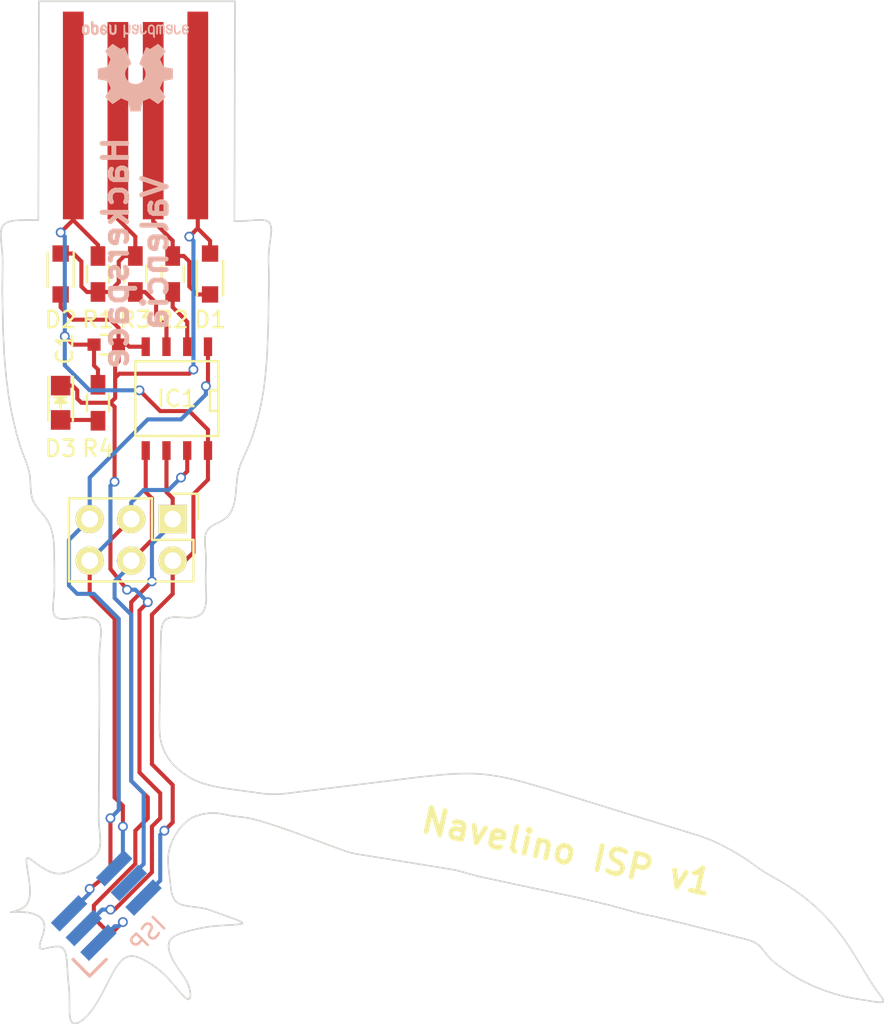
<source format=kicad_pcb>
(kicad_pcb (version 4) (host pcbnew 4.0.4-stable)
  (layers (0 F.Cu signal) (31 B.Cu signal) (34 B.Paste user) (35 F.Paste user) (36 B.SilkS user) (37 F.SilkS user) (38 B.Mask user) (39 F.Mask user) (44 Edge.Cuts user))
  (net 0 "")
  (net 1 GND)
  (net 2 VCC)
  (net 3 D+)
  (net 4 D-)
  (net 5 SCK)
  (net 6 MISO)
  (net 7 MOSI)
  (net 8 "Net-(IC1-Pad3)")
  (net 9 "Net-(IC1-Pad2)")
  (net 10 RESET)
  (net 11 "Net-(D3-Pad2)")
  (module SEEED:USB-A-PCB (layer F.Cu) (at 69.354 45.172)
    (fp_text reference P2 hide)
    (fp_text value CONN_01X04)
    (pad 1 smd rect (at -3.81 0) (size 1.27 12.7) (layers F.Cu F.Paste F.Mask) (net 2 VCC))
    (pad 4 smd rect (at 3.81 0) (size 1.27 12.7) (layers F.Cu F.Paste F.Mask) (net 1 GND))
    (pad 2 smd rect (at -1.0795 0.3175) (size 1.27 12.065) (layers F.Cu F.Paste F.Mask) (net 4 D-))
    (pad 3 smd rect (at 1.0795 0.3175) (size 1.27 12.065) (layers F.Cu F.Paste F.Mask) (net 3 D+))
  )
  (module Capacitors_SMD:C_0603 (layer F.Cu) (at 67.564 59.182)
    (fp_text reference C1 (at -2.54 0.254 90) (layer F.SilkS))
    (fp_text value 0.1uF)
    (pad 1 smd rect (at -0.75 0) (size 0.8 0.75) (layers F.Cu F.Paste F.Mask) (net 2 VCC))
    (pad 2 smd rect (at 0.75 0) (size 0.8 0.75) (layers F.Cu F.Paste F.Mask) (net 1 GND))
  )
  (module Diodes_SMD:SOD-323_HandSoldering (layer F.Cu) (at 73.914 54.864 90)
    (fp_text reference D1 (at -2.794 0 180) (layer F.SilkS))
    (fp_text value "ZENNER 3V6")
    (pad 1 smd rect (at -1.25 0 90) (size 1 1) (layers F.Cu F.Paste F.Mask) (net 3 D+))
    (pad 2 smd rect (at 1.25 0 90) (size 1 1) (layers F.Cu F.Paste F.Mask) (net 1 GND))
  )
  (module Diodes_SMD:SOD-323_HandSoldering (layer F.Cu) (at 64.77 54.864 270)
    (fp_text reference D2 (at 2.794 0 360) (layer F.SilkS))
    (fp_text value "ZENER 3V6")
    (pad 1 smd rect (at -1.25 0 270) (size 1 1) (layers F.Cu F.Paste F.Mask) (net 4 D-))
    (pad 2 smd rect (at 1.25 0 270) (size 1 1) (layers F.Cu F.Paste F.Mask) (net 1 GND))
  )
  (module SMD_Packages:SOIC-8-N (layer F.Cu) (at 71.882 62.484 180)
    (fp_text reference IC1 (at 0 0 180) (layer F.SilkS))
    (fp_text value ATTINY45-S)
    (pad 8 smd rect (at -1.905 -3.175 180) (size 0.508 1.143) (layers F.Cu F.Paste F.Mask) (net 2 VCC))
    (pad 7 smd rect (at -0.635 -3.175 180) (size 0.508 1.143) (layers F.Cu F.Paste F.Mask) (net 5 SCK))
    (pad 6 smd rect (at 0.635 -3.175 180) (size 0.508 1.143) (layers F.Cu F.Paste F.Mask) (net 6 MISO))
    (pad 5 smd rect (at 1.905 -3.175 180) (size 0.508 1.143) (layers F.Cu F.Paste F.Mask) (net 7 MOSI))
    (pad 4 smd rect (at 1.905 3.175 180) (size 0.508 1.143) (layers F.Cu F.Paste F.Mask) (net 1 GND))
    (pad 3 smd rect (at 0.635 3.175 180) (size 0.508 1.143) (layers F.Cu F.Paste F.Mask) (net 8 "Net-(IC1-Pad3)"))
    (pad 2 smd rect (at -0.635 3.175 180) (size 0.508 1.143) (layers F.Cu F.Paste F.Mask) (net 9 "Net-(IC1-Pad2)"))
    (pad 1 smd rect (at -1.905 3.175 180) (size 0.508 1.143) (layers F.Cu F.Paste F.Mask) (net 10 RESET))
  )
  (module Resistors_SMD:R_0603_HandSoldering (layer F.Cu) (at 67.056 54.864 270)
    (fp_text reference R1 (at 2.794 0 360) (layer F.SilkS))
    (fp_text value 1.5K)
    (pad 1 smd rect (at -1.1 0 270) (size 1.2 0.9) (layers F.Cu F.Paste F.Mask) (net 2 VCC))
    (pad 2 smd rect (at 1.1 0 270) (size 1.2 0.9) (layers F.Cu F.Paste F.Mask) (net 4 D-))
  )
  (module Resistors_SMD:R_0603_HandSoldering (layer F.Cu) (at 71.628 54.864 270)
    (fp_text reference R2 (at 2.794 0 360) (layer F.SilkS))
    (fp_text value 68)
    (pad 1 smd rect (at -1.1 0 270) (size 1.2 0.9) (layers F.Cu F.Paste F.Mask) (net 3 D+))
    (pad 2 smd rect (at 1.1 0 270) (size 1.2 0.9) (layers F.Cu F.Paste F.Mask) (net 9 "Net-(IC1-Pad2)"))
  )
  (module Resistors_SMD:R_0603_HandSoldering (layer F.Cu) (at 69.342 54.864 270)
    (fp_text reference R3 (at 2.794 0 360) (layer F.SilkS))
    (fp_text value 68)
    (pad 1 smd rect (at -1.1 0 270) (size 1.2 0.9) (layers F.Cu F.Paste F.Mask) (net 4 D-))
    (pad 2 smd rect (at 1.1 0 270) (size 1.2 0.9) (layers F.Cu F.Paste F.Mask) (net 8 "Net-(IC1-Pad3)"))
  )
  (module navelino:ISPSMD (layer B.Cu) (at 67.564 93.472 135)
    (fp_text reference ISP (at -3.053287 0.538815 225) (layer B.SilkS) (effects (justify mirror)))
    (fp_text value CONN_02X03)
    (pad 2 smd rect (at -1.27 1.95 135) (size 0.76 2.4) (layers B.Cu B.Paste B.Mask) (net 2 VCC))
    (pad 4 smd rect (at 0 1.95 135) (size 0.76 2.4) (layers B.Cu B.Paste B.Mask) (net 7 MOSI))
    (pad 6 smd rect (at 1.27 1.95 135) (size 0.76 2.4) (layers B.Cu B.Paste B.Mask) (net 1 GND))
    (pad 1 smd rect (at -1.27 -1.95 135) (size 0.76 2.4) (layers B.Cu B.Paste B.Mask) (net 6 MISO))
    (pad 3 smd rect (at 0 -1.95 135) (size 0.76 2.4) (layers B.Cu B.Paste B.Mask) (net 5 SCK))
    (pad 5 smd rect (at 1.27 -1.95 135) (size 0.76 2.4) (layers B.Cu B.Paste B.Mask) (net 10 RESET))
  )
  (module LEDs:LED_0805 (layer F.Cu) (at 64.77 62.738 270)
    (fp_text reference D3 (at 2.794 0 360) (layer F.SilkS))
    (fp_text value LED)
    (pad 2 smd rect (at 1.04902 0 90) (size 1.19888 1.19888) (layers F.Cu F.Paste F.Mask) (net 11 "Net-(D3-Pad2)"))
    (pad 1 smd rect (at -1.04902 0 90) (size 1.19888 1.19888) (layers F.Cu F.Paste F.Mask) (net 1 GND))
  )
  (module Resistors_SMD:R_0603_HandSoldering (layer F.Cu) (at 67.056 62.738 270)
    (fp_text reference R4 (at 2.794 0 360) (layer F.SilkS))
    (fp_text value 330)
    (pad 1 smd rect (at -1.1 0 270) (size 1.2 0.9) (layers F.Cu F.Paste F.Mask) (net 2 VCC))
    (pad 2 smd rect (at 1.1 0 270) (size 1.2 0.9) (layers F.Cu F.Paste F.Mask) (net 11 "Net-(D3-Pad2)"))
  )
  (module Symbols:OSHW-Logo2_7.3x6mm_SilkScreen (layer B.Cu) (at 69.342 42.164)
    (fp_text reference REF*** hide)
    (fp_text value OSHW-Logo2_7.3x6mm_SilkScreen hide)
  )
  (module Pin_Headers:Pin_Header_Straight_2x03 (layer F.Cu) (at 71.628 69.85 270)
    (fp_text reference P3 hide)
    (fp_text value CONN_02X03)
    (pad 1 thru_hole rect (at 0 0 270) (size 1.7272 1.7272) (drill 1.016) (layers *.Cu *.Mask F.SilkS) (net 6 MISO))
    (pad 2 thru_hole oval (at 2.54 0 270) (size 1.7272 1.7272) (drill 1.016) (layers *.Cu *.Mask F.SilkS) (net 2 VCC))
    (pad 3 thru_hole oval (at 0 2.54 270) (size 1.7272 1.7272) (drill 1.016) (layers *.Cu *.Mask F.SilkS) (net 5 SCK))
    (pad 4 thru_hole oval (at 2.54 2.54 270) (size 1.7272 1.7272) (drill 1.016) (layers *.Cu *.Mask F.SilkS) (net 7 MOSI))
    (pad 5 thru_hole oval (at 0 5.08 270) (size 1.7272 1.7272) (drill 1.016) (layers *.Cu *.Mask F.SilkS) (net 10 RESET))
    (pad 6 thru_hole oval (at 2.54 5.08 270) (size 1.7272 1.7272) (drill 1.016) (layers *.Cu *.Mask F.SilkS) (net 1 GND))
  )
  (gr_line (start 66.548 97.79) (end 67.564 96.774) (angle 90) (layer B.SilkS) (width 0.2))
  (gr_line (start 65.532 96.774) (end 66.548 97.79) (angle 90) (layer B.SilkS) (width 0.2))
  (gr_line (start 75.439812 38.192) (end 63.440255 38.192) (angle 90) (layer Edge.Cuts) (width 0.1))
  (gr_line (start 63.440255 38.192) (end 63.40511 51.567403) (angle 90) (layer Edge.Cuts) (width 0.1))
  (gr_line (start 75.404133 51.635949) (end 75.439812 38.192) (angle 90) (layer Edge.Cuts) (width 0.1))
  (gr_line (start 72.762478 85.70899) (end 72.600991 85.605721) (angle 90) (layer Edge.Cuts) (width 0.1))
  (gr_line (start 72.600991 85.605721) (end 72.440801 85.499267) (angle 90) (layer Edge.Cuts) (width 0.1))
  (gr_line (start 72.440801 85.499267) (end 72.283037 85.388865) (angle 90) (layer Edge.Cuts) (width 0.1))
  (gr_line (start 72.283037 85.388865) (end 72.128826 85.273753) (angle 90) (layer Edge.Cuts) (width 0.1))
  (gr_line (start 72.128826 85.273753) (end 72.053404 85.214192) (angle 90) (layer Edge.Cuts) (width 0.1))
  (gr_line (start 72.053404 85.214192) (end 71.979294 85.153167) (angle 90) (layer Edge.Cuts) (width 0.1))
  (gr_line (start 71.979294 85.153167) (end 71.906636 85.090584) (angle 90) (layer Edge.Cuts) (width 0.1))
  (gr_line (start 71.906636 85.090584) (end 71.83557 85.026346) (angle 90) (layer Edge.Cuts) (width 0.1))
  (gr_line (start 71.83557 85.026346) (end 71.766238 84.960359) (angle 90) (layer Edge.Cuts) (width 0.1))
  (gr_line (start 71.766238 84.960359) (end 71.69878 84.892526) (angle 90) (layer Edge.Cuts) (width 0.1))
  (gr_line (start 71.69878 84.892526) (end 71.633339 84.822753) (angle 90) (layer Edge.Cuts) (width 0.1))
  (gr_line (start 71.633339 84.822753) (end 71.570053 84.750945) (angle 90) (layer Edge.Cuts) (width 0.1))
  (gr_line (start 71.570053 84.750945) (end 71.509049 84.677039) (angle 90) (layer Edge.Cuts) (width 0.1))
  (gr_line (start 71.509049 84.677039) (end 71.450384 84.601106) (angle 90) (layer Edge.Cuts) (width 0.1))
  (gr_line (start 71.450384 84.601106) (end 71.394102 84.523252) (angle 90) (layer Edge.Cuts) (width 0.1))
  (gr_line (start 71.394102 84.523252) (end 71.340246 84.443582) (angle 90) (layer Edge.Cuts) (width 0.1))
  (gr_line (start 71.340246 84.443582) (end 71.288857 84.3622) (angle 90) (layer Edge.Cuts) (width 0.1))
  (gr_line (start 71.288857 84.3622) (end 71.239978 84.279211) (angle 90) (layer Edge.Cuts) (width 0.1))
  (gr_line (start 71.239978 84.279211) (end 71.193652 84.194719) (angle 90) (layer Edge.Cuts) (width 0.1))
  (gr_line (start 71.193652 84.194719) (end 71.149922 84.108831) (angle 90) (layer Edge.Cuts) (width 0.1))
  (gr_line (start 71.149922 84.108831) (end 71.10883 84.02165) (angle 90) (layer Edge.Cuts) (width 0.1))
  (gr_line (start 71.10883 84.02165) (end 71.070419 83.933281) (angle 90) (layer Edge.Cuts) (width 0.1))
  (gr_line (start 71.070419 83.933281) (end 71.034731 83.843829) (angle 90) (layer Edge.Cuts) (width 0.1))
  (gr_line (start 71.034731 83.843829) (end 71.001809 83.7534) (angle 90) (layer Edge.Cuts) (width 0.1))
  (gr_line (start 71.001809 83.7534) (end 70.971696 83.662097) (angle 90) (layer Edge.Cuts) (width 0.1))
  (gr_line (start 70.971696 83.662097) (end 70.944433 83.570026) (angle 90) (layer Edge.Cuts) (width 0.1))
  (gr_line (start 70.944433 83.570026) (end 70.920065 83.477291) (angle 90) (layer Edge.Cuts) (width 0.1))
  (gr_line (start 70.920065 83.477291) (end 70.898633 83.383998) (angle 90) (layer Edge.Cuts) (width 0.1))
  (gr_line (start 70.898633 83.383998) (end 70.880139 83.290239) (angle 90) (layer Edge.Cuts) (width 0.1))
  (gr_line (start 70.880139 83.290239) (end 70.864422 83.196061) (angle 90) (layer Edge.Cuts) (width 0.1))
  (gr_line (start 70.864422 83.196061) (end 70.851283 83.101498) (angle 90) (layer Edge.Cuts) (width 0.1))
  (gr_line (start 70.851283 83.101498) (end 70.840518 83.006584) (angle 90) (layer Edge.Cuts) (width 0.1))
  (gr_line (start 70.840518 83.006584) (end 70.831928 82.911356) (angle 90) (layer Edge.Cuts) (width 0.1))
  (gr_line (start 70.831928 82.911356) (end 70.825311 82.815846) (angle 90) (layer Edge.Cuts) (width 0.1))
  (gr_line (start 70.825311 82.815846) (end 70.817189 82.624123) (angle 90) (layer Edge.Cuts) (width 0.1))
  (gr_line (start 70.817189 82.624123) (end 70.814545 82.43169) (angle 90) (layer Edge.Cuts) (width 0.1))
  (gr_line (start 70.814545 82.43169) (end 70.815769 82.238827) (angle 90) (layer Edge.Cuts) (width 0.1))
  (gr_line (start 70.815769 82.238827) (end 70.905621 77.041893) (angle 90) (layer Edge.Cuts) (width 0.1))
  (gr_line (start 70.905621 77.041893) (end 70.914923 76.842619) (angle 90) (layer Edge.Cuts) (width 0.1))
  (gr_line (start 70.914923 76.842619) (end 70.922312 76.744994) (angle 90) (layer Edge.Cuts) (width 0.1))
  (gr_line (start 70.922312 76.744994) (end 70.932204 76.649504) (angle 90) (layer Edge.Cuts) (width 0.1))
  (gr_line (start 70.932204 76.649504) (end 70.938247 76.602745) (angle 90) (layer Edge.Cuts) (width 0.1))
  (gr_line (start 70.938247 76.602745) (end 70.945105 76.556743) (angle 90) (layer Edge.Cuts) (width 0.1))
  (gr_line (start 70.945105 76.556743) (end 70.952843 76.511572) (angle 90) (layer Edge.Cuts) (width 0.1))
  (gr_line (start 70.952843 76.511572) (end 70.961524 76.467306) (angle 90) (layer Edge.Cuts) (width 0.1))
  (gr_line (start 70.961524 76.467306) (end 70.971211 76.42402) (angle 90) (layer Edge.Cuts) (width 0.1))
  (gr_line (start 70.971211 76.42402) (end 70.981967 76.381788) (angle 90) (layer Edge.Cuts) (width 0.1))
  (gr_line (start 70.981967 76.381788) (end 70.993857 76.340685) (angle 90) (layer Edge.Cuts) (width 0.1))
  (gr_line (start 70.993857 76.340685) (end 71.000246 76.320579) (angle 90) (layer Edge.Cuts) (width 0.1))
  (gr_line (start 71.000246 76.320579) (end 71.006943 76.300784) (angle 90) (layer Edge.Cuts) (width 0.1))
  (gr_line (start 71.006943 76.300784) (end 71.013955 76.281308) (angle 90) (layer Edge.Cuts) (width 0.1))
  (gr_line (start 71.013955 76.281308) (end 71.021289 76.26216) (angle 90) (layer Edge.Cuts) (width 0.1))
  (gr_line (start 71.021289 76.26216) (end 71.028954 76.243351) (angle 90) (layer Edge.Cuts) (width 0.1))
  (gr_line (start 71.028954 76.243351) (end 71.036958 76.224888) (angle 90) (layer Edge.Cuts) (width 0.1))
  (gr_line (start 71.036958 76.224888) (end 71.045309 76.206782) (angle 90) (layer Edge.Cuts) (width 0.1))
  (gr_line (start 71.045309 76.206782) (end 71.054015 76.189042) (angle 90) (layer Edge.Cuts) (width 0.1))
  (gr_line (start 71.054015 76.189042) (end 71.063083 76.171677) (angle 90) (layer Edge.Cuts) (width 0.1))
  (gr_line (start 71.063083 76.171677) (end 71.072521 76.154696) (angle 90) (layer Edge.Cuts) (width 0.1))
  (gr_line (start 71.072521 76.154696) (end 71.082338 76.138109) (angle 90) (layer Edge.Cuts) (width 0.1))
  (gr_line (start 71.082338 76.138109) (end 71.092541 76.121925) (angle 90) (layer Edge.Cuts) (width 0.1))
  (gr_line (start 71.092541 76.121925) (end 71.103139 76.106153) (angle 90) (layer Edge.Cuts) (width 0.1))
  (gr_line (start 71.103139 76.106153) (end 71.114139 76.090802) (angle 90) (layer Edge.Cuts) (width 0.1))
  (gr_line (start 71.114139 76.090802) (end 71.125548 76.075883) (angle 90) (layer Edge.Cuts) (width 0.1))
  (gr_line (start 71.125548 76.075883) (end 71.137376 76.061403) (angle 90) (layer Edge.Cuts) (width 0.1))
  (gr_line (start 71.137376 76.061403) (end 71.14963 76.047373) (angle 90) (layer Edge.Cuts) (width 0.1))
  (gr_line (start 71.14963 76.047373) (end 71.162318 76.033802) (angle 90) (layer Edge.Cuts) (width 0.1))
  (gr_line (start 71.162318 76.033802) (end 71.168827 76.027191) (angle 90) (layer Edge.Cuts) (width 0.1))
  (gr_line (start 71.168827 76.027191) (end 71.175448 76.020698) (angle 90) (layer Edge.Cuts) (width 0.1))
  (gr_line (start 71.175448 76.020698) (end 71.182181 76.014325) (angle 90) (layer Edge.Cuts) (width 0.1))
  (gr_line (start 71.182181 76.014325) (end 71.189028 76.008072) (angle 90) (layer Edge.Cuts) (width 0.1))
  (gr_line (start 71.189028 76.008072) (end 71.195989 76.001941) (angle 90) (layer Edge.Cuts) (width 0.1))
  (gr_line (start 71.195989 76.001941) (end 71.203065 75.995933) (angle 90) (layer Edge.Cuts) (width 0.1))
  (gr_line (start 71.203065 75.995933) (end 71.210258 75.990048) (angle 90) (layer Edge.Cuts) (width 0.1))
  (gr_line (start 71.210258 75.990048) (end 71.217568 75.984289) (angle 90) (layer Edge.Cuts) (width 0.1))
  (gr_line (start 71.217568 75.984289) (end 71.224996 75.978656) (angle 90) (layer Edge.Cuts) (width 0.1))
  (gr_line (start 71.224996 75.978656) (end 71.232544 75.973151) (angle 90) (layer Edge.Cuts) (width 0.1))
  (gr_line (start 71.232544 75.973151) (end 71.240213 75.967774) (angle 90) (layer Edge.Cuts) (width 0.1))
  (gr_line (start 71.240213 75.967774) (end 71.248002 75.962527) (angle 90) (layer Edge.Cuts) (width 0.1))
  (gr_line (start 71.248002 75.962527) (end 71.255915 75.957411) (angle 90) (layer Edge.Cuts) (width 0.1))
  (gr_line (start 71.255915 75.957411) (end 71.26395 75.952426) (angle 90) (layer Edge.Cuts) (width 0.1))
  (gr_line (start 71.26395 75.952426) (end 71.27211 75.947576) (angle 90) (layer Edge.Cuts) (width 0.1))
  (gr_line (start 71.27211 75.947576) (end 71.280395 75.942859) (angle 90) (layer Edge.Cuts) (width 0.1))
  (gr_line (start 71.280395 75.942859) (end 71.288806 75.938278) (angle 90) (layer Edge.Cuts) (width 0.1))
  (gr_line (start 71.288806 75.938278) (end 71.297341 75.933831) (angle 90) (layer Edge.Cuts) (width 0.1))
  (gr_line (start 71.297341 75.933831) (end 71.306 75.929516) (angle 90) (layer Edge.Cuts) (width 0.1))
  (gr_line (start 71.306 75.929516) (end 71.31478 75.925331) (angle 90) (layer Edge.Cuts) (width 0.1))
  (gr_line (start 71.31478 75.925331) (end 71.332699 75.917347) (angle 90) (layer Edge.Cuts) (width 0.1))
  (gr_line (start 71.332699 75.917347) (end 71.351083 75.909865) (angle 90) (layer Edge.Cuts) (width 0.1))
  (gr_line (start 71.351083 75.909865) (end 71.369921 75.902872) (angle 90) (layer Edge.Cuts) (width 0.1))
  (gr_line (start 71.369921 75.902872) (end 71.389198 75.896354) (angle 90) (layer Edge.Cuts) (width 0.1))
  (gr_line (start 71.389198 75.896354) (end 71.408903 75.890298) (angle 90) (layer Edge.Cuts) (width 0.1))
  (gr_line (start 71.408903 75.890298) (end 71.429022 75.88469) (angle 90) (layer Edge.Cuts) (width 0.1))
  (gr_line (start 71.429022 75.88469) (end 71.449542 75.879517) (angle 90) (layer Edge.Cuts) (width 0.1))
  (gr_line (start 71.449542 75.879517) (end 71.47045 75.874766) (angle 90) (layer Edge.Cuts) (width 0.1))
  (gr_line (start 71.47045 75.874766) (end 71.491733 75.870423) (angle 90) (layer Edge.Cuts) (width 0.1))
  (gr_line (start 71.491733 75.870423) (end 71.513378 75.866476) (angle 90) (layer Edge.Cuts) (width 0.1))
  (gr_line (start 71.513378 75.866476) (end 71.535373 75.862909) (angle 90) (layer Edge.Cuts) (width 0.1))
  (gr_line (start 71.535373 75.862909) (end 71.557703 75.85971) (angle 90) (layer Edge.Cuts) (width 0.1))
  (gr_line (start 71.557703 75.85971) (end 71.603318 75.854364) (angle 90) (layer Edge.Cuts) (width 0.1))
  (gr_line (start 71.603318 75.854364) (end 71.650121 75.850328) (angle 90) (layer Edge.Cuts) (width 0.1))
  (gr_line (start 71.650121 75.850328) (end 71.698007 75.847496) (angle 90) (layer Edge.Cuts) (width 0.1))
  (gr_line (start 71.698007 75.847496) (end 71.746872 75.84576) (angle 90) (layer Edge.Cuts) (width 0.1))
  (gr_line (start 71.746872 75.84576) (end 71.796612 75.845013) (angle 90) (layer Edge.Cuts) (width 0.1))
  (gr_line (start 71.796612 75.845013) (end 71.898299 75.846058) (angle 90) (layer Edge.Cuts) (width 0.1))
  (gr_line (start 71.898299 75.846058) (end 72.526444 75.878322) (angle 90) (layer Edge.Cuts) (width 0.1))
  (gr_line (start 72.526444 75.878322) (end 72.626356 75.88002) (angle 90) (layer Edge.Cuts) (width 0.1))
  (gr_line (start 72.626356 75.88002) (end 72.675019 75.87967) (angle 90) (layer Edge.Cuts) (width 0.1))
  (gr_line (start 72.675019 75.87967) (end 72.72268 75.878377) (angle 90) (layer Edge.Cuts) (width 0.1))
  (gr_line (start 72.72268 75.878377) (end 72.769235 75.876035) (angle 90) (layer Edge.Cuts) (width 0.1))
  (gr_line (start 72.769235 75.876035) (end 72.814581 75.872536) (angle 90) (layer Edge.Cuts) (width 0.1))
  (gr_line (start 72.814581 75.872536) (end 72.858632 75.867792) (angle 90) (layer Edge.Cuts) (width 0.1))
  (gr_line (start 72.858632 75.867792) (end 72.90138 75.861794) (angle 90) (layer Edge.Cuts) (width 0.1))
  (gr_line (start 72.90138 75.861794) (end 72.942836 75.85455) (angle 90) (layer Edge.Cuts) (width 0.1))
  (gr_line (start 72.942836 75.85455) (end 72.963084 75.850464) (angle 90) (layer Edge.Cuts) (width 0.1))
  (gr_line (start 72.963084 75.850464) (end 72.983013 75.84607) (angle 90) (layer Edge.Cuts) (width 0.1))
  (gr_line (start 72.983013 75.84607) (end 73.002625 75.84137) (angle 90) (layer Edge.Cuts) (width 0.1))
  (gr_line (start 73.002625 75.84137) (end 73.021922 75.836364) (angle 90) (layer Edge.Cuts) (width 0.1))
  (gr_line (start 73.021922 75.836364) (end 73.040904 75.831054) (angle 90) (layer Edge.Cuts) (width 0.1))
  (gr_line (start 73.040904 75.831054) (end 73.059573 75.825442) (angle 90) (layer Edge.Cuts) (width 0.1))
  (gr_line (start 73.059573 75.825442) (end 73.077931 75.819527) (angle 90) (layer Edge.Cuts) (width 0.1))
  (gr_line (start 73.077931 75.819527) (end 73.095979 75.813312) (angle 90) (layer Edge.Cuts) (width 0.1))
  (gr_line (start 73.095979 75.813312) (end 73.113718 75.806797) (angle 90) (layer Edge.Cuts) (width 0.1))
  (gr_line (start 73.113718 75.806797) (end 73.13115 75.799984) (angle 90) (layer Edge.Cuts) (width 0.1))
  (gr_line (start 73.13115 75.799984) (end 73.148277 75.792875) (angle 90) (layer Edge.Cuts) (width 0.1))
  (gr_line (start 73.148277 75.792875) (end 73.165099 75.785469) (angle 90) (layer Edge.Cuts) (width 0.1))
  (gr_line (start 73.165099 75.785469) (end 73.181618 75.777769) (angle 90) (layer Edge.Cuts) (width 0.1))
  (gr_line (start 73.181618 75.777769) (end 73.197836 75.769775) (angle 90) (layer Edge.Cuts) (width 0.1))
  (gr_line (start 73.197836 75.769775) (end 73.213754 75.761489) (angle 90) (layer Edge.Cuts) (width 0.1))
  (gr_line (start 73.213754 75.761489) (end 73.229373 75.752912) (angle 90) (layer Edge.Cuts) (width 0.1))
  (gr_line (start 73.229373 75.752912) (end 73.244696 75.744045) (angle 90) (layer Edge.Cuts) (width 0.1))
  (gr_line (start 73.244696 75.744045) (end 73.259722 75.734889) (angle 90) (layer Edge.Cuts) (width 0.1))
  (gr_line (start 73.259722 75.734889) (end 73.274454 75.725446) (angle 90) (layer Edge.Cuts) (width 0.1))
  (gr_line (start 73.274454 75.725446) (end 73.288894 75.715717) (angle 90) (layer Edge.Cuts) (width 0.1))
  (gr_line (start 73.288894 75.715717) (end 73.303042 75.705702) (angle 90) (layer Edge.Cuts) (width 0.1))
  (gr_line (start 73.303042 75.705702) (end 73.316899 75.695404) (angle 90) (layer Edge.Cuts) (width 0.1))
  (gr_line (start 73.316899 75.695404) (end 73.330469 75.684823) (angle 90) (layer Edge.Cuts) (width 0.1))
  (gr_line (start 73.330469 75.684823) (end 73.343751 75.67396) (angle 90) (layer Edge.Cuts) (width 0.1))
  (gr_line (start 73.343751 75.67396) (end 73.356747 75.662817) (angle 90) (layer Edge.Cuts) (width 0.1))
  (gr_line (start 73.356747 75.662817) (end 73.369459 75.651395) (angle 90) (layer Edge.Cuts) (width 0.1))
  (gr_line (start 73.369459 75.651395) (end 73.381889 75.639694) (angle 90) (layer Edge.Cuts) (width 0.1))
  (gr_line (start 73.381889 75.639694) (end 73.394036 75.627717) (angle 90) (layer Edge.Cuts) (width 0.1))
  (gr_line (start 73.394036 75.627717) (end 73.405904 75.615465) (angle 90) (layer Edge.Cuts) (width 0.1))
  (gr_line (start 73.405904 75.615465) (end 73.417493 75.602938) (angle 90) (layer Edge.Cuts) (width 0.1))
  (gr_line (start 73.417493 75.602938) (end 73.428805 75.590138) (angle 90) (layer Edge.Cuts) (width 0.1))
  (gr_line (start 73.428805 75.590138) (end 73.439841 75.577066) (angle 90) (layer Edge.Cuts) (width 0.1))
  (gr_line (start 73.439841 75.577066) (end 73.450603 75.563723) (angle 90) (layer Edge.Cuts) (width 0.1))
  (gr_line (start 73.450603 75.563723) (end 73.461092 75.55011) (angle 90) (layer Edge.Cuts) (width 0.1))
  (gr_line (start 73.461092 75.55011) (end 73.47131 75.536229) (angle 90) (layer Edge.Cuts) (width 0.1))
  (gr_line (start 73.47131 75.536229) (end 73.481257 75.52208) (angle 90) (layer Edge.Cuts) (width 0.1))
  (gr_line (start 73.481257 75.52208) (end 73.490936 75.507666) (angle 90) (layer Edge.Cuts) (width 0.1))
  (gr_line (start 73.490936 75.507666) (end 73.500348 75.492987) (angle 90) (layer Edge.Cuts) (width 0.1))
  (gr_line (start 73.500348 75.492987) (end 73.509494 75.478044) (angle 90) (layer Edge.Cuts) (width 0.1))
  (gr_line (start 73.509494 75.478044) (end 73.518376 75.462838) (angle 90) (layer Edge.Cuts) (width 0.1))
  (gr_line (start 73.518376 75.462838) (end 73.526994 75.447372) (angle 90) (layer Edge.Cuts) (width 0.1))
  (gr_line (start 73.526994 75.447372) (end 73.535352 75.431645) (angle 90) (layer Edge.Cuts) (width 0.1))
  (gr_line (start 73.535352 75.431645) (end 73.543449 75.415659) (angle 90) (layer Edge.Cuts) (width 0.1))
  (gr_line (start 73.543449 75.415659) (end 73.551287 75.399416) (angle 90) (layer Edge.Cuts) (width 0.1))
  (gr_line (start 73.551287 75.399416) (end 73.558869 75.382916) (angle 90) (layer Edge.Cuts) (width 0.1))
  (gr_line (start 73.558869 75.382916) (end 73.566194 75.36616) (angle 90) (layer Edge.Cuts) (width 0.1))
  (gr_line (start 73.566194 75.36616) (end 73.573265 75.349151) (angle 90) (layer Edge.Cuts) (width 0.1))
  (gr_line (start 73.573265 75.349151) (end 73.580084 75.331888) (angle 90) (layer Edge.Cuts) (width 0.1))
  (gr_line (start 73.580084 75.331888) (end 73.592967 75.296609) (angle 90) (layer Edge.Cuts) (width 0.1))
  (gr_line (start 73.592967 75.296609) (end 73.604856 75.260333) (angle 90) (layer Edge.Cuts) (width 0.1))
  (gr_line (start 73.604856 75.260333) (end 73.615762 75.223068) (angle 90) (layer Edge.Cuts) (width 0.1))
  (gr_line (start 73.615762 75.223068) (end 73.625696 75.184825) (angle 90) (layer Edge.Cuts) (width 0.1))
  (gr_line (start 73.625696 75.184825) (end 73.63467 75.145613) (angle 90) (layer Edge.Cuts) (width 0.1))
  (gr_line (start 73.63467 75.145613) (end 73.6427 75.105447) (angle 90) (layer Edge.Cuts) (width 0.1))
  (gr_line (start 73.6427 75.105447) (end 73.649822 75.064362) (angle 90) (layer Edge.Cuts) (width 0.1))
  (gr_line (start 73.649822 75.064362) (end 73.656077 75.0224) (angle 90) (layer Edge.Cuts) (width 0.1))
  (gr_line (start 73.656077 75.0224) (end 73.661507 74.979603) (angle 90) (layer Edge.Cuts) (width 0.1))
  (gr_line (start 73.661507 74.979603) (end 73.666152 74.936009) (angle 90) (layer Edge.Cuts) (width 0.1))
  (gr_line (start 73.666152 74.936009) (end 73.670054 74.891662) (angle 90) (layer Edge.Cuts) (width 0.1))
  (gr_line (start 73.670054 74.891662) (end 73.675792 74.800871) (angle 90) (layer Edge.Cuts) (width 0.1))
  (gr_line (start 73.675792 74.800871) (end 73.67905 74.707557) (angle 90) (layer Edge.Cuts) (width 0.1))
  (gr_line (start 73.67905 74.707557) (end 73.680156 74.612048) (angle 90) (layer Edge.Cuts) (width 0.1))
  (gr_line (start 73.680156 74.612048) (end 73.645256 73.608619) (angle 90) (layer Edge.Cuts) (width 0.1))
  (gr_line (start 73.645256 73.608619) (end 73.644621 73.413768) (angle 90) (layer Edge.Cuts) (width 0.1))
  (gr_line (start 73.644621 73.413768) (end 73.668713 72.467577) (angle 90) (layer Edge.Cuts) (width 0.1))
  (gr_line (start 73.668713 72.467577) (end 73.666841 72.272496) (angle 90) (layer Edge.Cuts) (width 0.1))
  (gr_line (start 73.666841 72.272496) (end 73.65869 72.07165) (angle 90) (layer Edge.Cuts) (width 0.1))
  (gr_line (start 73.65869 72.07165) (end 73.610297 71.443354) (angle 90) (layer Edge.Cuts) (width 0.1))
  (gr_line (start 73.610297 71.443354) (end 73.605024 71.339675) (angle 90) (layer Edge.Cuts) (width 0.1))
  (gr_line (start 73.605024 71.339675) (end 73.602273 71.237613) (angle 90) (layer Edge.Cuts) (width 0.1))
  (gr_line (start 73.602273 71.237613) (end 73.602046 71.187344) (angle 90) (layer Edge.Cuts) (width 0.1))
  (gr_line (start 73.602046 71.187344) (end 73.602691 71.137664) (angle 90) (layer Edge.Cuts) (width 0.1))
  (gr_line (start 73.602691 71.137664) (end 73.604289 71.088637) (angle 90) (layer Edge.Cuts) (width 0.1))
  (gr_line (start 73.604289 71.088637) (end 73.606923 71.040323) (angle 90) (layer Edge.Cuts) (width 0.1))
  (gr_line (start 73.606923 71.040323) (end 73.610671 70.992786) (angle 90) (layer Edge.Cuts) (width 0.1))
  (gr_line (start 73.610671 70.992786) (end 73.615616 70.946086) (angle 90) (layer Edge.Cuts) (width 0.1))
  (gr_line (start 73.615616 70.946086) (end 73.621837 70.900286) (angle 90) (layer Edge.Cuts) (width 0.1))
  (gr_line (start 73.621837 70.900286) (end 73.629416 70.855448) (angle 90) (layer Edge.Cuts) (width 0.1))
  (gr_line (start 73.629416 70.855448) (end 73.63374 70.833409) (angle 90) (layer Edge.Cuts) (width 0.1))
  (gr_line (start 73.63374 70.833409) (end 73.638434 70.811633) (angle 90) (layer Edge.Cuts) (width 0.1))
  (gr_line (start 73.638434 70.811633) (end 73.643507 70.790129) (angle 90) (layer Edge.Cuts) (width 0.1))
  (gr_line (start 73.643507 70.790129) (end 73.648971 70.768904) (angle 90) (layer Edge.Cuts) (width 0.1))
  (gr_line (start 73.648971 70.768904) (end 73.654834 70.747966) (angle 90) (layer Edge.Cuts) (width 0.1))
  (gr_line (start 73.654834 70.747966) (end 73.661108 70.727322) (angle 90) (layer Edge.Cuts) (width 0.1))
  (gr_line (start 73.661108 70.727322) (end 73.667801 70.706981) (angle 90) (layer Edge.Cuts) (width 0.1))
  (gr_line (start 73.667801 70.706981) (end 73.674925 70.68695) (angle 90) (layer Edge.Cuts) (width 0.1))
  (gr_line (start 73.674925 70.68695) (end 73.68249 70.667237) (angle 90) (layer Edge.Cuts) (width 0.1))
  (gr_line (start 73.68249 70.667237) (end 73.690505 70.647849) (angle 90) (layer Edge.Cuts) (width 0.1))
  (gr_line (start 73.690505 70.647849) (end 73.698981 70.628795) (angle 90) (layer Edge.Cuts) (width 0.1))
  (gr_line (start 73.698981 70.628795) (end 73.707927 70.610081) (angle 90) (layer Edge.Cuts) (width 0.1))
  (gr_line (start 73.707927 70.610081) (end 73.717354 70.591717) (angle 90) (layer Edge.Cuts) (width 0.1))
  (gr_line (start 73.717354 70.591717) (end 73.727273 70.573709) (angle 90) (layer Edge.Cuts) (width 0.1))
  (gr_line (start 73.727273 70.573709) (end 73.737692 70.556065) (angle 90) (layer Edge.Cuts) (width 0.1))
  (gr_line (start 73.737692 70.556065) (end 73.748622 70.538793) (angle 90) (layer Edge.Cuts) (width 0.1))
  (gr_line (start 73.748622 70.538793) (end 73.76007 70.521898) (angle 90) (layer Edge.Cuts) (width 0.1))
  (gr_line (start 73.76007 70.521898) (end 73.772025 70.505371) (angle 90) (layer Edge.Cuts) (width 0.1))
  (gr_line (start 73.772025 70.505371) (end 73.784474 70.489202) (angle 90) (layer Edge.Cuts) (width 0.1))
  (gr_line (start 73.784474 70.489202) (end 73.797405 70.47338) (angle 90) (layer Edge.Cuts) (width 0.1))
  (gr_line (start 73.797405 70.47338) (end 73.810802 70.457893) (angle 90) (layer Edge.Cuts) (width 0.1))
  (gr_line (start 73.810802 70.457893) (end 73.824652 70.442731) (angle 90) (layer Edge.Cuts) (width 0.1))
  (gr_line (start 73.824652 70.442731) (end 73.838943 70.427882) (angle 90) (layer Edge.Cuts) (width 0.1))
  (gr_line (start 73.838943 70.427882) (end 73.85366 70.413336) (angle 90) (layer Edge.Cuts) (width 0.1))
  (gr_line (start 73.85366 70.413336) (end 73.86879 70.399081) (angle 90) (layer Edge.Cuts) (width 0.1))
  (gr_line (start 73.86879 70.399081) (end 73.884319 70.385106) (angle 90) (layer Edge.Cuts) (width 0.1))
  (gr_line (start 73.884319 70.385106) (end 73.900235 70.3714) (angle 90) (layer Edge.Cuts) (width 0.1))
  (gr_line (start 73.900235 70.3714) (end 73.916522 70.357953) (angle 90) (layer Edge.Cuts) (width 0.1))
  (gr_line (start 73.916522 70.357953) (end 73.933168 70.344752) (angle 90) (layer Edge.Cuts) (width 0.1))
  (gr_line (start 73.933168 70.344752) (end 73.950159 70.331788) (angle 90) (layer Edge.Cuts) (width 0.1))
  (gr_line (start 73.950159 70.331788) (end 73.985124 70.306523) (angle 90) (layer Edge.Cuts) (width 0.1))
  (gr_line (start 73.985124 70.306523) (end 74.021306 70.28207) (angle 90) (layer Edge.Cuts) (width 0.1))
  (gr_line (start 74.021306 70.28207) (end 74.058598 70.258341) (angle 90) (layer Edge.Cuts) (width 0.1))
  (gr_line (start 74.058598 70.258341) (end 74.096892 70.235245) (angle 90) (layer Edge.Cuts) (width 0.1))
  (gr_line (start 74.096892 70.235245) (end 74.13608 70.212696) (angle 90) (layer Edge.Cuts) (width 0.1))
  (gr_line (start 74.13608 70.212696) (end 74.216701 70.168884) (angle 90) (layer Edge.Cuts) (width 0.1))
  (gr_line (start 74.216701 70.168884) (end 74.55325 69.9978) (angle 90) (layer Edge.Cuts) (width 0.1))
  (gr_line (start 74.55325 69.9978) (end 74.63657 69.952534) (angle 90) (layer Edge.Cuts) (width 0.1))
  (gr_line (start 74.63657 69.952534) (end 74.677512 69.92904) (angle 90) (layer Edge.Cuts) (width 0.1))
  (gr_line (start 74.677512 69.92904) (end 74.71783 69.904855) (angle 90) (layer Edge.Cuts) (width 0.1))
  (gr_line (start 74.71783 69.904855) (end 74.757417 69.879889) (angle 90) (layer Edge.Cuts) (width 0.1))
  (gr_line (start 74.757417 69.879889) (end 74.796164 69.854055) (angle 90) (layer Edge.Cuts) (width 0.1))
  (gr_line (start 74.796164 69.854055) (end 74.833962 69.827264) (angle 90) (layer Edge.Cuts) (width 0.1))
  (gr_line (start 74.833962 69.827264) (end 74.870704 69.799427) (angle 90) (layer Edge.Cuts) (width 0.1))
  (gr_line (start 74.870704 69.799427) (end 74.888644 69.78509) (angle 90) (layer Edge.Cuts) (width 0.1))
  (gr_line (start 74.888644 69.78509) (end 74.90628 69.770457) (angle 90) (layer Edge.Cuts) (width 0.1))
  (gr_line (start 74.90628 69.770457) (end 74.923598 69.755519) (angle 90) (layer Edge.Cuts) (width 0.1))
  (gr_line (start 74.923598 69.755519) (end 74.940584 69.740265) (angle 90) (layer Edge.Cuts) (width 0.1))
  (gr_line (start 74.940584 69.740265) (end 74.957227 69.724685) (angle 90) (layer Edge.Cuts) (width 0.1))
  (gr_line (start 74.957227 69.724685) (end 74.973529 69.708784) (angle 90) (layer Edge.Cuts) (width 0.1))
  (gr_line (start 74.973529 69.708784) (end 74.989493 69.692567) (angle 90) (layer Edge.Cuts) (width 0.1))
  (gr_line (start 74.989493 69.692567) (end 75.005124 69.67604) (angle 90) (layer Edge.Cuts) (width 0.1))
  (gr_line (start 75.005124 69.67604) (end 75.020425 69.659208) (angle 90) (layer Edge.Cuts) (width 0.1))
  (gr_line (start 75.020425 69.659208) (end 75.035401 69.642078) (angle 90) (layer Edge.Cuts) (width 0.1))
  (gr_line (start 75.035401 69.642078) (end 75.050055 69.624655) (angle 90) (layer Edge.Cuts) (width 0.1))
  (gr_line (start 75.050055 69.624655) (end 75.064392 69.606946) (angle 90) (layer Edge.Cuts) (width 0.1))
  (gr_line (start 75.064392 69.606946) (end 75.078415 69.588956) (angle 90) (layer Edge.Cuts) (width 0.1))
  (gr_line (start 75.078415 69.588956) (end 75.092129 69.57069) (angle 90) (layer Edge.Cuts) (width 0.1))
  (gr_line (start 75.092129 69.57069) (end 75.118643 69.533358) (angle 90) (layer Edge.Cuts) (width 0.1))
  (gr_line (start 75.118643 69.533358) (end 75.143967 69.494995) (angle 90) (layer Edge.Cuts) (width 0.1))
  (gr_line (start 75.143967 69.494995) (end 75.168132 69.455649) (angle 90) (layer Edge.Cuts) (width 0.1))
  (gr_line (start 75.168132 69.455649) (end 75.191171 69.415367) (angle 90) (layer Edge.Cuts) (width 0.1))
  (gr_line (start 75.191171 69.415367) (end 75.213114 69.374195) (angle 90) (layer Edge.Cuts) (width 0.1))
  (gr_line (start 75.213114 69.374195) (end 75.233994 69.332179) (angle 90) (layer Edge.Cuts) (width 0.1))
  (gr_line (start 75.233994 69.332179) (end 75.253843 69.289368) (angle 90) (layer Edge.Cuts) (width 0.1))
  (gr_line (start 75.253843 69.289368) (end 75.272693 69.245806) (angle 90) (layer Edge.Cuts) (width 0.1))
  (gr_line (start 75.272693 69.245806) (end 75.290575 69.201543) (angle 90) (layer Edge.Cuts) (width 0.1))
  (gr_line (start 75.290575 69.201543) (end 75.307521 69.156623) (angle 90) (layer Edge.Cuts) (width 0.1))
  (gr_line (start 75.307521 69.156623) (end 75.323564 69.111094) (angle 90) (layer Edge.Cuts) (width 0.1))
  (gr_line (start 75.323564 69.111094) (end 75.338734 69.065002) (angle 90) (layer Edge.Cuts) (width 0.1))
  (gr_line (start 75.338734 69.065002) (end 75.353064 69.018395) (angle 90) (layer Edge.Cuts) (width 0.1))
  (gr_line (start 75.353064 69.018395) (end 75.366586 68.971318) (angle 90) (layer Edge.Cuts) (width 0.1))
  (gr_line (start 75.366586 68.971318) (end 75.379332 68.92382) (angle 90) (layer Edge.Cuts) (width 0.1))
  (gr_line (start 75.379332 68.92382) (end 75.402621 68.827743) (angle 90) (layer Edge.Cuts) (width 0.1))
  (gr_line (start 75.402621 68.827743) (end 75.423186 68.730539) (angle 90) (layer Edge.Cuts) (width 0.1))
  (gr_line (start 75.423186 68.730539) (end 75.441283 68.632581) (angle 90) (layer Edge.Cuts) (width 0.1))
  (gr_line (start 75.441283 68.632581) (end 75.457166 68.534244) (angle 90) (layer Edge.Cuts) (width 0.1))
  (gr_line (start 75.457166 68.534244) (end 75.48331 68.337928) (angle 90) (layer Edge.Cuts) (width 0.1))
  (gr_line (start 75.48331 68.337928) (end 75.571673 67.393448) (angle 90) (layer Edge.Cuts) (width 0.1))
  (gr_line (start 75.571673 67.393448) (end 75.583235 67.301936) (angle 90) (layer Edge.Cuts) (width 0.1))
  (gr_line (start 75.583235 67.301936) (end 75.596403 67.210839) (angle 90) (layer Edge.Cuts) (width 0.1))
  (gr_line (start 75.596403 67.210839) (end 75.611455 67.120127) (angle 90) (layer Edge.Cuts) (width 0.1))
  (gr_line (start 75.611455 67.120127) (end 75.62867 67.02977) (angle 90) (layer Edge.Cuts) (width 0.1))
  (gr_line (start 75.62867 67.02977) (end 75.648325 66.939737) (angle 90) (layer Edge.Cuts) (width 0.1))
  (gr_line (start 75.648325 66.939737) (end 75.670698 66.85) (angle 90) (layer Edge.Cuts) (width 0.1))
  (gr_line (start 75.670698 66.85) (end 75.695978 66.760528) (angle 90) (layer Edge.Cuts) (width 0.1))
  (gr_line (start 75.695978 66.760528) (end 75.723993 66.671291) (angle 90) (layer Edge.Cuts) (width 0.1))
  (gr_line (start 75.723993 66.671291) (end 75.754482 66.582259) (angle 90) (layer Edge.Cuts) (width 0.1))
  (gr_line (start 75.754482 66.582259) (end 75.787187 66.4934) (angle 90) (layer Edge.Cuts) (width 0.1))
  (gr_line (start 75.787187 66.4934) (end 75.858198 66.316084) (angle 90) (layer Edge.Cuts) (width 0.1))
  (gr_line (start 75.858198 66.316084) (end 76.257587 65.429617) (angle 90) (layer Edge.Cuts) (width 0.1))
  (gr_line (start 76.257587 65.429617) (end 76.332157 65.250689) (angle 90) (layer Edge.Cuts) (width 0.1))
  (gr_line (start 76.332157 65.250689) (end 76.402417 65.070903) (angle 90) (layer Edge.Cuts) (width 0.1))
  (gr_line (start 76.402417 65.070903) (end 76.468737 64.890285) (angle 90) (layer Edge.Cuts) (width 0.1))
  (gr_line (start 76.468737 64.890285) (end 76.531491 64.708862) (angle 90) (layer Edge.Cuts) (width 0.1))
  (gr_line (start 76.531491 64.708862) (end 76.647789 64.343706) (angle 90) (layer Edge.Cuts) (width 0.1))
  (gr_line (start 76.647789 64.343706) (end 76.754288 63.975645) (angle 90) (layer Edge.Cuts) (width 0.1))
  (gr_line (start 76.754288 63.975645) (end 76.853343 63.604899) (angle 90) (layer Edge.Cuts) (width 0.1))
  (gr_line (start 76.853343 63.604899) (end 76.944808 63.231723) (angle 90) (layer Edge.Cuts) (width 0.1))
  (gr_line (start 76.944808 63.231723) (end 77.027913 62.85638) (angle 90) (layer Edge.Cuts) (width 0.1))
  (gr_line (start 77.027913 62.85638) (end 77.101889 62.479135) (angle 90) (layer Edge.Cuts) (width 0.1))
  (gr_line (start 77.101889 62.479135) (end 77.166269 62.100257) (angle 90) (layer Edge.Cuts) (width 0.1))
  (gr_line (start 77.166269 62.100257) (end 77.221798 61.720033) (angle 90) (layer Edge.Cuts) (width 0.1))
  (gr_line (start 77.221798 61.720033) (end 77.269527 61.338757) (angle 90) (layer Edge.Cuts) (width 0.1))
  (gr_line (start 77.269527 61.338757) (end 77.310504 60.956723) (angle 90) (layer Edge.Cuts) (width 0.1))
  (gr_line (start 77.310504 60.956723) (end 77.37584 60.191191) (angle 90) (layer Edge.Cuts) (width 0.1))
  (gr_line (start 77.37584 60.191191) (end 77.423394 59.423992) (angle 90) (layer Edge.Cuts) (width 0.1))
  (gr_line (start 77.423394 59.423992) (end 77.479514 57.888034) (angle 90) (layer Edge.Cuts) (width 0.1))
  (gr_line (start 77.479514 57.888034) (end 77.522292 55.190901) (angle 90) (layer Edge.Cuts) (width 0.1))
  (gr_line (start 77.522292 55.190901) (end 77.495581 54.075045) (angle 90) (layer Edge.Cuts) (width 0.1))
  (gr_line (start 77.495581 54.075045) (end 77.495248 53.885057) (angle 90) (layer Edge.Cuts) (width 0.1))
  (gr_line (start 77.495248 53.885057) (end 77.500233 53.689824) (angle 90) (layer Edge.Cuts) (width 0.1))
  (gr_line (start 77.500233 53.689824) (end 77.505219 53.589745) (angle 90) (layer Edge.Cuts) (width 0.1))
  (gr_line (start 77.505219 53.589745) (end 77.512135 53.48776) (angle 90) (layer Edge.Cuts) (width 0.1))
  (gr_line (start 77.512135 53.48776) (end 77.521181 53.383671) (angle 90) (layer Edge.Cuts) (width 0.1))
  (gr_line (start 77.521181 53.383671) (end 77.532557 53.277281) (angle 90) (layer Edge.Cuts) (width 0.1))
  (gr_line (start 77.532557 53.277281) (end 77.626786 52.61325) (angle 90) (layer Edge.Cuts) (width 0.1))
  (gr_line (start 77.626786 52.61325) (end 77.639991 52.505043) (angle 90) (layer Edge.Cuts) (width 0.1))
  (gr_line (start 77.639991 52.505043) (end 77.650486 52.399511) (angle 90) (layer Edge.Cuts) (width 0.1))
  (gr_line (start 77.650486 52.399511) (end 77.657522 52.297394) (angle 90) (layer Edge.Cuts) (width 0.1))
  (gr_line (start 77.657522 52.297394) (end 77.659509 52.247848) (angle 90) (layer Edge.Cuts) (width 0.1))
  (gr_line (start 77.659509 52.247848) (end 77.66035 52.199433) (angle 90) (layer Edge.Cuts) (width 0.1))
  (gr_line (start 77.66035 52.199433) (end 77.659953 52.152241) (angle 90) (layer Edge.Cuts) (width 0.1))
  (gr_line (start 77.659953 52.152241) (end 77.658223 52.106365) (angle 90) (layer Edge.Cuts) (width 0.1))
  (gr_line (start 77.658223 52.106365) (end 77.656829 52.083949) (angle 90) (layer Edge.Cuts) (width 0.1))
  (gr_line (start 77.656829 52.083949) (end 77.655066 52.061897) (angle 90) (layer Edge.Cuts) (width 0.1))
  (gr_line (start 77.655066 52.061897) (end 77.652924 52.040221) (angle 90) (layer Edge.Cuts) (width 0.1))
  (gr_line (start 77.652924 52.040221) (end 77.65039 52.018931) (angle 90) (layer Edge.Cuts) (width 0.1))
  (gr_line (start 77.65039 52.018931) (end 77.647453 51.998039) (angle 90) (layer Edge.Cuts) (width 0.1))
  (gr_line (start 77.647453 51.998039) (end 77.644101 51.977557) (angle 90) (layer Edge.Cuts) (width 0.1))
  (gr_line (start 77.644101 51.977557) (end 77.640322 51.957497) (angle 90) (layer Edge.Cuts) (width 0.1))
  (gr_line (start 77.640322 51.957497) (end 77.636104 51.937869) (angle 90) (layer Edge.Cuts) (width 0.1))
  (gr_line (start 77.636104 51.937869) (end 77.631437 51.918687) (angle 90) (layer Edge.Cuts) (width 0.1))
  (gr_line (start 77.631437 51.918687) (end 77.626308 51.89996) (angle 90) (layer Edge.Cuts) (width 0.1))
  (gr_line (start 77.626308 51.89996) (end 77.620705 51.881701) (angle 90) (layer Edge.Cuts) (width 0.1))
  (gr_line (start 77.620705 51.881701) (end 77.614617 51.863921) (angle 90) (layer Edge.Cuts) (width 0.1))
  (gr_line (start 77.614617 51.863921) (end 77.611387 51.855214) (angle 90) (layer Edge.Cuts) (width 0.1))
  (gr_line (start 77.611387 51.855214) (end 77.608032 51.846631) (angle 90) (layer Edge.Cuts) (width 0.1))
  (gr_line (start 77.608032 51.846631) (end 77.604549 51.838174) (angle 90) (layer Edge.Cuts) (width 0.1))
  (gr_line (start 77.604549 51.838174) (end 77.600938 51.829844) (angle 90) (layer Edge.Cuts) (width 0.1))
  (gr_line (start 77.600938 51.829844) (end 77.597197 51.821643) (angle 90) (layer Edge.Cuts) (width 0.1))
  (gr_line (start 77.597197 51.821643) (end 77.593324 51.813571) (angle 90) (layer Edge.Cuts) (width 0.1))
  (gr_line (start 77.593324 51.813571) (end 77.589318 51.805631) (angle 90) (layer Edge.Cuts) (width 0.1))
  (gr_line (start 77.589318 51.805631) (end 77.585178 51.797824) (angle 90) (layer Edge.Cuts) (width 0.1))
  (gr_line (start 77.585178 51.797824) (end 77.580902 51.79015) (angle 90) (layer Edge.Cuts) (width 0.1))
  (gr_line (start 77.580902 51.79015) (end 77.576489 51.782613) (angle 90) (layer Edge.Cuts) (width 0.1))
  (gr_line (start 77.576489 51.782613) (end 77.571936 51.775212) (angle 90) (layer Edge.Cuts) (width 0.1))
  (gr_line (start 77.571936 51.775212) (end 77.567244 51.767951) (angle 90) (layer Edge.Cuts) (width 0.1))
  (gr_line (start 77.567244 51.767951) (end 77.562409 51.760829) (angle 90) (layer Edge.Cuts) (width 0.1))
  (gr_line (start 77.562409 51.760829) (end 77.557432 51.753848) (angle 90) (layer Edge.Cuts) (width 0.1))
  (gr_line (start 77.557432 51.753848) (end 77.552309 51.747011) (angle 90) (layer Edge.Cuts) (width 0.1))
  (gr_line (start 77.552309 51.747011) (end 77.547041 51.740318) (angle 90) (layer Edge.Cuts) (width 0.1))
  (gr_line (start 77.547041 51.740318) (end 77.541625 51.73377) (angle 90) (layer Edge.Cuts) (width 0.1))
  (gr_line (start 77.541625 51.73377) (end 77.536063 51.727367) (angle 90) (layer Edge.Cuts) (width 0.1))
  (gr_line (start 77.536063 51.727367) (end 77.530356 51.721106) (angle 90) (layer Edge.Cuts) (width 0.1))
  (gr_line (start 77.530356 51.721106) (end 77.524506 51.714988) (angle 90) (layer Edge.Cuts) (width 0.1))
  (gr_line (start 77.524506 51.714988) (end 77.518513 51.70901) (angle 90) (layer Edge.Cuts) (width 0.1))
  (gr_line (start 77.518513 51.70901) (end 77.51238 51.703171) (angle 90) (layer Edge.Cuts) (width 0.1))
  (gr_line (start 77.51238 51.703171) (end 77.506108 51.697469) (angle 90) (layer Edge.Cuts) (width 0.1))
  (gr_line (start 77.506108 51.697469) (end 77.499697 51.691904) (angle 90) (layer Edge.Cuts) (width 0.1))
  (gr_line (start 77.499697 51.691904) (end 77.49315 51.686474) (angle 90) (layer Edge.Cuts) (width 0.1))
  (gr_line (start 77.49315 51.686474) (end 77.486467 51.681178) (angle 90) (layer Edge.Cuts) (width 0.1))
  (gr_line (start 77.486467 51.681178) (end 77.47965 51.676013) (angle 90) (layer Edge.Cuts) (width 0.1))
  (gr_line (start 77.47965 51.676013) (end 77.472701 51.67098) (angle 90) (layer Edge.Cuts) (width 0.1))
  (gr_line (start 77.472701 51.67098) (end 77.465621 51.666076) (angle 90) (layer Edge.Cuts) (width 0.1))
  (gr_line (start 77.465621 51.666076) (end 77.458411 51.661301) (angle 90) (layer Edge.Cuts) (width 0.1))
  (gr_line (start 77.458411 51.661301) (end 77.451072 51.656652) (angle 90) (layer Edge.Cuts) (width 0.1))
  (gr_line (start 77.451072 51.656652) (end 77.443606 51.652129) (angle 90) (layer Edge.Cuts) (width 0.1))
  (gr_line (start 77.443606 51.652129) (end 77.436015 51.64773) (angle 90) (layer Edge.Cuts) (width 0.1))
  (gr_line (start 77.436015 51.64773) (end 77.428299 51.643454) (angle 90) (layer Edge.Cuts) (width 0.1))
  (gr_line (start 77.428299 51.643454) (end 77.42046 51.639299) (angle 90) (layer Edge.Cuts) (width 0.1))
  (gr_line (start 77.42046 51.639299) (end 77.4125 51.635265) (angle 90) (layer Edge.Cuts) (width 0.1))
  (gr_line (start 77.4125 51.635265) (end 77.396219 51.627551) (angle 90) (layer Edge.Cuts) (width 0.1))
  (gr_line (start 77.396219 51.627551) (end 77.379469 51.620301) (angle 90) (layer Edge.Cuts) (width 0.1))
  (gr_line (start 77.379469 51.620301) (end 77.36226 51.613504) (angle 90) (layer Edge.Cuts) (width 0.1))
  (gr_line (start 77.36226 51.613504) (end 77.344602 51.60715) (angle 90) (layer Edge.Cuts) (width 0.1))
  (gr_line (start 77.344602 51.60715) (end 77.326507 51.601228) (angle 90) (layer Edge.Cuts) (width 0.1))
  (gr_line (start 77.326507 51.601228) (end 77.307986 51.595727) (angle 90) (layer Edge.Cuts) (width 0.1))
  (gr_line (start 77.307986 51.595727) (end 77.28905 51.590636) (angle 90) (layer Edge.Cuts) (width 0.1))
  (gr_line (start 77.28905 51.590636) (end 77.269709 51.585944) (angle 90) (layer Edge.Cuts) (width 0.1))
  (gr_line (start 77.269709 51.585944) (end 77.249975 51.581641) (angle 90) (layer Edge.Cuts) (width 0.1))
  (gr_line (start 77.249975 51.581641) (end 77.229859 51.577715) (angle 90) (layer Edge.Cuts) (width 0.1))
  (gr_line (start 77.229859 51.577715) (end 77.209371 51.574157) (angle 90) (layer Edge.Cuts) (width 0.1))
  (gr_line (start 77.209371 51.574157) (end 77.188522 51.570955) (angle 90) (layer Edge.Cuts) (width 0.1))
  (gr_line (start 77.188522 51.570955) (end 77.145787 51.565575) (angle 90) (layer Edge.Cuts) (width 0.1))
  (gr_line (start 77.145787 51.565575) (end 77.101741 51.56149) (angle 90) (layer Edge.Cuts) (width 0.1))
  (gr_line (start 77.101741 51.56149) (end 77.056471 51.558612) (angle 90) (layer Edge.Cuts) (width 0.1))
  (gr_line (start 77.056471 51.558612) (end 77.010066 51.556857) (angle 90) (layer Edge.Cuts) (width 0.1))
  (gr_line (start 77.010066 51.556857) (end 76.962613 51.556137) (angle 90) (layer Edge.Cuts) (width 0.1))
  (gr_line (start 76.962613 51.556137) (end 76.864913 51.557455) (angle 90) (layer Edge.Cuts) (width 0.1))
  (gr_line (start 76.864913 51.557455) (end 76.764072 51.561876) (angle 90) (layer Edge.Cuts) (width 0.1))
  (gr_line (start 76.764072 51.561876) (end 76.132293 51.614799) (angle 90) (layer Edge.Cuts) (width 0.1))
  (gr_line (start 76.132293 51.614799) (end 75.927215 51.626994) (angle 90) (layer Edge.Cuts) (width 0.1))
  (gr_line (start 75.927215 51.626994) (end 75.728072 51.633326) (angle 90) (layer Edge.Cuts) (width 0.1))
  (gr_line (start 75.728072 51.633326) (end 75.404133 51.635949) (angle 90) (layer Edge.Cuts) (width 0.1))
  (gr_line (start 63.40511 51.567403) (end 62.673277 51.563331) (angle 90) (layer Edge.Cuts) (width 0.1))
  (gr_line (start 62.673277 51.563331) (end 62.29908 51.572203) (angle 90) (layer Edge.Cuts) (width 0.1))
  (gr_line (start 62.29908 51.572203) (end 62.117425 51.582078) (angle 90) (layer Edge.Cuts) (width 0.1))
  (gr_line (start 62.117425 51.582078) (end 62.028847 51.589263) (angle 90) (layer Edge.Cuts) (width 0.1))
  (gr_line (start 62.028847 51.589263) (end 61.942256 51.598435) (angle 90) (layer Edge.Cuts) (width 0.1))
  (gr_line (start 61.942256 51.598435) (end 61.858019 51.609959) (angle 90) (layer Edge.Cuts) (width 0.1))
  (gr_line (start 61.858019 51.609959) (end 61.816898 51.616718) (angle 90) (layer Edge.Cuts) (width 0.1))
  (gr_line (start 61.816898 51.616718) (end 61.776503 51.624202) (angle 90) (layer Edge.Cuts) (width 0.1))
  (gr_line (start 61.776503 51.624202) (end 61.736879 51.632458) (angle 90) (layer Edge.Cuts) (width 0.1))
  (gr_line (start 61.736879 51.632458) (end 61.698073 51.641531) (angle 90) (layer Edge.Cuts) (width 0.1))
  (gr_line (start 61.698073 51.641531) (end 61.660131 51.651467) (angle 90) (layer Edge.Cuts) (width 0.1))
  (gr_line (start 61.660131 51.651467) (end 61.623097 51.662312) (angle 90) (layer Edge.Cuts) (width 0.1))
  (gr_line (start 61.623097 51.662312) (end 61.587018 51.674111) (angle 90) (layer Edge.Cuts) (width 0.1))
  (gr_line (start 61.587018 51.674111) (end 61.569351 51.680383) (angle 90) (layer Edge.Cuts) (width 0.1))
  (gr_line (start 61.569351 51.680383) (end 61.55194 51.68691) (angle 90) (layer Edge.Cuts) (width 0.1))
  (gr_line (start 61.55194 51.68691) (end 61.534791 51.693699) (angle 90) (layer Edge.Cuts) (width 0.1))
  (gr_line (start 61.534791 51.693699) (end 61.517909 51.700756) (angle 90) (layer Edge.Cuts) (width 0.1))
  (gr_line (start 61.517909 51.700756) (end 61.5013 51.708085) (angle 90) (layer Edge.Cuts) (width 0.1))
  (gr_line (start 61.5013 51.708085) (end 61.48497 51.715693) (angle 90) (layer Edge.Cuts) (width 0.1))
  (gr_line (start 61.48497 51.715693) (end 61.468924 51.723586) (angle 90) (layer Edge.Cuts) (width 0.1))
  (gr_line (start 61.468924 51.723586) (end 61.453169 51.731768) (angle 90) (layer Edge.Cuts) (width 0.1))
  (gr_line (start 61.453169 51.731768) (end 61.43771 51.740247) (angle 90) (layer Edge.Cuts) (width 0.1))
  (gr_line (start 61.43771 51.740247) (end 61.422552 51.749027) (angle 90) (layer Edge.Cuts) (width 0.1))
  (gr_line (start 61.422552 51.749027) (end 61.407702 51.758114) (angle 90) (layer Edge.Cuts) (width 0.1))
  (gr_line (start 61.407702 51.758114) (end 61.393165 51.767515) (angle 90) (layer Edge.Cuts) (width 0.1))
  (gr_line (start 61.393165 51.767515) (end 61.378946 51.777234) (angle 90) (layer Edge.Cuts) (width 0.1))
  (gr_line (start 61.378946 51.777234) (end 61.365053 51.787277) (angle 90) (layer Edge.Cuts) (width 0.1))
  (gr_line (start 61.365053 51.787277) (end 61.351489 51.797651) (angle 90) (layer Edge.Cuts) (width 0.1))
  (gr_line (start 61.351489 51.797651) (end 61.338262 51.808361) (angle 90) (layer Edge.Cuts) (width 0.1))
  (gr_line (start 61.338262 51.808361) (end 61.325377 51.819412) (angle 90) (layer Edge.Cuts) (width 0.1))
  (gr_line (start 61.325377 51.819412) (end 61.312839 51.830811) (angle 90) (layer Edge.Cuts) (width 0.1))
  (gr_line (start 61.312839 51.830811) (end 61.300654 51.842563) (angle 90) (layer Edge.Cuts) (width 0.1))
  (gr_line (start 61.300654 51.842563) (end 61.288828 51.854674) (angle 90) (layer Edge.Cuts) (width 0.1))
  (gr_line (start 61.288828 51.854674) (end 61.277367 51.867149) (angle 90) (layer Edge.Cuts) (width 0.1))
  (gr_line (start 61.277367 51.867149) (end 61.266276 51.879994) (angle 90) (layer Edge.Cuts) (width 0.1))
  (gr_line (start 61.266276 51.879994) (end 61.255562 51.893216) (angle 90) (layer Edge.Cuts) (width 0.1))
  (gr_line (start 61.255562 51.893216) (end 61.245229 51.906819) (angle 90) (layer Edge.Cuts) (width 0.1))
  (gr_line (start 61.245229 51.906819) (end 61.235284 51.920809) (angle 90) (layer Edge.Cuts) (width 0.1))
  (gr_line (start 61.235284 51.920809) (end 61.225732 51.935193) (angle 90) (layer Edge.Cuts) (width 0.1))
  (gr_line (start 61.225732 51.935193) (end 61.216579 51.949976) (angle 90) (layer Edge.Cuts) (width 0.1))
  (gr_line (start 61.216579 51.949976) (end 61.207831 51.965163) (angle 90) (layer Edge.Cuts) (width 0.1))
  (gr_line (start 61.207831 51.965163) (end 61.199494 51.980761) (angle 90) (layer Edge.Cuts) (width 0.1))
  (gr_line (start 61.199494 51.980761) (end 61.191572 51.996774) (angle 90) (layer Edge.Cuts) (width 0.1))
  (gr_line (start 61.191572 51.996774) (end 61.184071 52.013207) (angle 90) (layer Edge.Cuts) (width 0.1))
  (gr_line (start 61.184071 52.013207) (end 61.176982 52.030054) (angle 90) (layer Edge.Cuts) (width 0.1))
  (gr_line (start 61.176982 52.030054) (end 61.170299 52.047306) (angle 90) (layer Edge.Cuts) (width 0.1))
  (gr_line (start 61.170299 52.047306) (end 61.164013 52.064954) (angle 90) (layer Edge.Cuts) (width 0.1))
  (gr_line (start 61.164013 52.064954) (end 61.158116 52.08299) (angle 90) (layer Edge.Cuts) (width 0.1))
  (gr_line (start 61.158116 52.08299) (end 61.152598 52.101407) (angle 90) (layer Edge.Cuts) (width 0.1))
  (gr_line (start 61.152598 52.101407) (end 61.147453 52.120195) (angle 90) (layer Edge.Cuts) (width 0.1))
  (gr_line (start 61.147453 52.120195) (end 61.14267 52.139347) (angle 90) (layer Edge.Cuts) (width 0.1))
  (gr_line (start 61.14267 52.139347) (end 61.138243 52.158853) (angle 90) (layer Edge.Cuts) (width 0.1))
  (gr_line (start 61.138243 52.158853) (end 61.134163 52.178706) (angle 90) (layer Edge.Cuts) (width 0.1))
  (gr_line (start 61.134163 52.178706) (end 61.130421 52.198898) (angle 90) (layer Edge.Cuts) (width 0.1))
  (gr_line (start 61.130421 52.198898) (end 61.127009 52.219419) (angle 90) (layer Edge.Cuts) (width 0.1))
  (gr_line (start 61.127009 52.219419) (end 61.121141 52.261417) (angle 90) (layer Edge.Cuts) (width 0.1))
  (gr_line (start 61.121141 52.261417) (end 61.116494 52.304635) (angle 90) (layer Edge.Cuts) (width 0.1))
  (gr_line (start 61.116494 52.304635) (end 61.113 52.349004) (angle 90) (layer Edge.Cuts) (width 0.1))
  (gr_line (start 61.113 52.349004) (end 61.110591 52.39446) (angle 90) (layer Edge.Cuts) (width 0.1))
  (gr_line (start 61.110591 52.39446) (end 61.109203 52.440934) (angle 90) (layer Edge.Cuts) (width 0.1))
  (gr_line (start 61.109203 52.440934) (end 61.108766 52.488359) (angle 90) (layer Edge.Cuts) (width 0.1))
  (gr_line (start 61.108766 52.488359) (end 61.110484 52.585798) (angle 90) (layer Edge.Cuts) (width 0.1))
  (gr_line (start 61.110484 52.585798) (end 61.115209 52.686243) (angle 90) (layer Edge.Cuts) (width 0.1))
  (gr_line (start 61.115209 52.686243) (end 61.131546 52.894006) (angle 90) (layer Edge.Cuts) (width 0.1))
  (gr_line (start 61.131546 52.894006) (end 61.19714 53.533795) (angle 90) (layer Edge.Cuts) (width 0.1))
  (gr_line (start 61.19714 53.533795) (end 61.211178 53.739201) (angle 90) (layer Edge.Cuts) (width 0.1))
  (gr_line (start 61.211178 53.739201) (end 61.219133 53.93852) (angle 90) (layer Edge.Cuts) (width 0.1))
  (gr_line (start 61.219133 53.93852) (end 61.222142 54.132898) (angle 90) (layer Edge.Cuts) (width 0.1))
  (gr_line (start 61.222142 54.132898) (end 61.199153 55.833658) (angle 90) (layer Edge.Cuts) (width 0.1))
  (gr_line (start 61.199153 55.833658) (end 61.24035 58.144522) (angle 90) (layer Edge.Cuts) (width 0.1))
  (gr_line (start 61.24035 58.144522) (end 61.312677 59.679784) (angle 90) (layer Edge.Cuts) (width 0.1))
  (gr_line (start 61.312677 59.679784) (end 61.369859 60.446253) (angle 90) (layer Edge.Cuts) (width 0.1))
  (gr_line (start 61.369859 60.446253) (end 61.443887 61.211073) (angle 90) (layer Edge.Cuts) (width 0.1))
  (gr_line (start 61.443887 61.211073) (end 61.537866 61.973856) (angle 90) (layer Edge.Cuts) (width 0.1))
  (gr_line (start 61.537866 61.973856) (end 61.593655 62.354046) (angle 90) (layer Edge.Cuts) (width 0.1))
  (gr_line (start 61.593655 62.354046) (end 61.656072 62.733145) (angle 90) (layer Edge.Cuts) (width 0.1))
  (gr_line (start 61.656072 62.733145) (end 61.725515 63.11098) (angle 90) (layer Edge.Cuts) (width 0.1))
  (gr_line (start 61.725515 63.11098) (end 61.801693 63.487533) (angle 90) (layer Edge.Cuts) (width 0.1))
  (gr_line (start 61.801693 63.487533) (end 61.972404 64.236895) (angle 90) (layer Edge.Cuts) (width 0.1))
  (gr_line (start 61.972404 64.236895) (end 62.066525 64.609586) (angle 90) (layer Edge.Cuts) (width 0.1))
  (gr_line (start 62.066525 64.609586) (end 62.16862 64.980097) (angle 90) (layer Edge.Cuts) (width 0.1))
  (gr_line (start 62.16862 64.980097) (end 62.281318 65.347455) (angle 90) (layer Edge.Cuts) (width 0.1))
  (gr_line (start 62.281318 65.347455) (end 62.342465 65.529649) (angle 90) (layer Edge.Cuts) (width 0.1))
  (gr_line (start 62.342465 65.529649) (end 62.68259 66.429491) (angle 90) (layer Edge.Cuts) (width 0.1))
  (gr_line (start 62.68259 66.429491) (end 62.745008 66.611139) (angle 90) (layer Edge.Cuts) (width 0.1))
  (gr_line (start 62.745008 66.611139) (end 62.773757 66.702726) (angle 90) (layer Edge.Cuts) (width 0.1))
  (gr_line (start 62.773757 66.702726) (end 62.800504 66.794936) (angle 90) (layer Edge.Cuts) (width 0.1))
  (gr_line (start 62.800504 66.794936) (end 62.824976 66.887853) (angle 90) (layer Edge.Cuts) (width 0.1))
  (gr_line (start 62.824976 66.887853) (end 62.846901 66.981565) (angle 90) (layer Edge.Cuts) (width 0.1))
  (gr_line (start 62.846901 66.981565) (end 62.866006 67.076155) (angle 90) (layer Edge.Cuts) (width 0.1))
  (gr_line (start 62.866006 67.076155) (end 62.88202 67.171711) (angle 90) (layer Edge.Cuts) (width 0.1))
  (gr_line (start 62.88202 67.171711) (end 62.894812 67.268265) (angle 90) (layer Edge.Cuts) (width 0.1))
  (gr_line (start 62.894812 67.268265) (end 62.90481 67.365647) (angle 90) (layer Edge.Cuts) (width 0.1))
  (gr_line (start 62.90481 67.365647) (end 62.944564 68.051786) (angle 90) (layer Edge.Cuts) (width 0.1))
  (gr_line (start 62.944564 68.051786) (end 62.952775 68.147771) (angle 90) (layer Edge.Cuts) (width 0.1))
  (gr_line (start 62.952775 68.147771) (end 62.963331 68.242579) (angle 90) (layer Edge.Cuts) (width 0.1))
  (gr_line (start 62.963331 68.242579) (end 62.969668 68.289472) (angle 90) (layer Edge.Cuts) (width 0.1))
  (gr_line (start 62.969668 68.289472) (end 62.976804 68.335987) (angle 90) (layer Edge.Cuts) (width 0.1))
  (gr_line (start 62.976804 68.335987) (end 62.984813 68.382097) (angle 90) (layer Edge.Cuts) (width 0.1))
  (gr_line (start 62.984813 68.382097) (end 62.993765 68.427773) (angle 90) (layer Edge.Cuts) (width 0.1))
  (gr_line (start 62.993765 68.427773) (end 63.003731 68.472988) (angle 90) (layer Edge.Cuts) (width 0.1))
  (gr_line (start 63.003731 68.472988) (end 63.014784 68.517713) (angle 90) (layer Edge.Cuts) (width 0.1))
  (gr_line (start 63.014784 68.517713) (end 63.026994 68.561922) (angle 90) (layer Edge.Cuts) (width 0.1))
  (gr_line (start 63.026994 68.561922) (end 63.040432 68.605586) (angle 90) (layer Edge.Cuts) (width 0.1))
  (gr_line (start 63.040432 68.605586) (end 63.055171 68.648677) (angle 90) (layer Edge.Cuts) (width 0.1))
  (gr_line (start 63.055171 68.648677) (end 63.071281 68.691168) (angle 90) (layer Edge.Cuts) (width 0.1))
  (gr_line (start 63.071281 68.691168) (end 63.088809 68.733041) (angle 90) (layer Edge.Cuts) (width 0.1))
  (gr_line (start 63.088809 68.733041) (end 63.107706 68.774319) (angle 90) (layer Edge.Cuts) (width 0.1))
  (gr_line (start 63.107706 68.774319) (end 63.127898 68.815038) (angle 90) (layer Edge.Cuts) (width 0.1))
  (gr_line (start 63.127898 68.815038) (end 63.149309 68.855232) (angle 90) (layer Edge.Cuts) (width 0.1))
  (gr_line (start 63.149309 68.855232) (end 63.171867 68.894934) (angle 90) (layer Edge.Cuts) (width 0.1))
  (gr_line (start 63.171867 68.894934) (end 63.195496 68.934179) (angle 90) (layer Edge.Cuts) (width 0.1))
  (gr_line (start 63.195496 68.934179) (end 63.220123 68.973001) (angle 90) (layer Edge.Cuts) (width 0.1))
  (gr_line (start 63.220123 68.973001) (end 63.245673 69.011434) (angle 90) (layer Edge.Cuts) (width 0.1))
  (gr_line (start 63.245673 69.011434) (end 63.272072 69.049514) (angle 90) (layer Edge.Cuts) (width 0.1))
  (gr_line (start 63.272072 69.049514) (end 63.299246 69.087273) (angle 90) (layer Edge.Cuts) (width 0.1))
  (gr_line (start 63.299246 69.087273) (end 63.355622 69.161969) (angle 90) (layer Edge.Cuts) (width 0.1))
  (gr_line (start 63.355622 69.161969) (end 63.778858 69.675867) (angle 90) (layer Edge.Cuts) (width 0.1))
  (gr_line (start 63.778858 69.675867) (end 63.836282 69.751288) (angle 90) (layer Edge.Cuts) (width 0.1))
  (gr_line (start 63.836282 69.751288) (end 63.891166 69.828033) (angle 90) (layer Edge.Cuts) (width 0.1))
  (gr_line (start 63.891166 69.828033) (end 63.917469 69.866988) (angle 90) (layer Edge.Cuts) (width 0.1))
  (gr_line (start 63.917469 69.866988) (end 63.942915 69.906376) (angle 90) (layer Edge.Cuts) (width 0.1))
  (gr_line (start 63.942915 69.906376) (end 63.967444 69.946225) (angle 90) (layer Edge.Cuts) (width 0.1))
  (gr_line (start 63.967444 69.946225) (end 63.991057 69.986529) (angle 90) (layer Edge.Cuts) (width 0.1))
  (gr_line (start 63.991057 69.986529) (end 64.013772 70.027276) (angle 90) (layer Edge.Cuts) (width 0.1))
  (gr_line (start 64.013772 70.027276) (end 64.035605 70.068453) (angle 90) (layer Edge.Cuts) (width 0.1))
  (gr_line (start 64.035605 70.068453) (end 64.056572 70.110046) (angle 90) (layer Edge.Cuts) (width 0.1))
  (gr_line (start 64.056572 70.110046) (end 64.076691 70.152044) (angle 90) (layer Edge.Cuts) (width 0.1))
  (gr_line (start 64.076691 70.152044) (end 64.095978 70.194434) (angle 90) (layer Edge.Cuts) (width 0.1))
  (gr_line (start 64.095978 70.194434) (end 64.114449 70.237202) (angle 90) (layer Edge.Cuts) (width 0.1))
  (gr_line (start 64.114449 70.237202) (end 64.132122 70.280337) (angle 90) (layer Edge.Cuts) (width 0.1))
  (gr_line (start 64.132122 70.280337) (end 64.149012 70.323825) (angle 90) (layer Edge.Cuts) (width 0.1))
  (gr_line (start 64.149012 70.323825) (end 64.180514 70.41181) (angle 90) (layer Edge.Cuts) (width 0.1))
  (gr_line (start 64.180514 70.41181) (end 64.209087 70.501056) (angle 90) (layer Edge.Cuts) (width 0.1))
  (gr_line (start 64.209087 70.501056) (end 64.234866 70.591461) (angle 90) (layer Edge.Cuts) (width 0.1))
  (gr_line (start 64.234866 70.591461) (end 64.257983 70.682922) (angle 90) (layer Edge.Cuts) (width 0.1))
  (gr_line (start 64.257983 70.682922) (end 64.278571 70.775339) (angle 90) (layer Edge.Cuts) (width 0.1))
  (gr_line (start 64.278571 70.775339) (end 64.296765 70.868608) (angle 90) (layer Edge.Cuts) (width 0.1))
  (gr_line (start 64.296765 70.868608) (end 64.312697 70.962628) (angle 90) (layer Edge.Cuts) (width 0.1))
  (gr_line (start 64.312697 70.962628) (end 64.3265 71.057297) (angle 90) (layer Edge.Cuts) (width 0.1))
  (gr_line (start 64.3265 71.057297) (end 64.338309 71.152513) (angle 90) (layer Edge.Cuts) (width 0.1))
  (gr_line (start 64.338309 71.152513) (end 64.348255 71.248174) (angle 90) (layer Edge.Cuts) (width 0.1))
  (gr_line (start 64.348255 71.248174) (end 64.356473 71.344178) (angle 90) (layer Edge.Cuts) (width 0.1))
  (gr_line (start 64.356473 71.344178) (end 64.368277 71.536882) (angle 90) (layer Edge.Cuts) (width 0.1))
  (gr_line (start 64.368277 71.536882) (end 64.374886 71.730172) (angle 90) (layer Edge.Cuts) (width 0.1))
  (gr_line (start 64.374886 71.730172) (end 64.39121 73.819156) (angle 90) (layer Edge.Cuts) (width 0.1))
  (gr_line (start 64.39121 73.819156) (end 64.389599 74.013455) (angle 90) (layer Edge.Cuts) (width 0.1))
  (gr_line (start 64.389599 74.013455) (end 64.383022 74.212708) (angle 90) (layer Edge.Cuts) (width 0.1))
  (gr_line (start 64.383022 74.212708) (end 64.370133 74.418084) (angle 90) (layer Edge.Cuts) (width 0.1))
  (gr_line (start 64.370133 74.418084) (end 64.312103 75.051979) (angle 90) (layer Edge.Cuts) (width 0.1))
  (gr_line (start 64.312103 75.051979) (end 64.306647 75.153306) (angle 90) (layer Edge.Cuts) (width 0.1))
  (gr_line (start 64.306647 75.153306) (end 64.304314 75.251517) (angle 90) (layer Edge.Cuts) (width 0.1))
  (gr_line (start 64.304314 75.251517) (end 64.304544 75.299233) (angle 90) (layer Edge.Cuts) (width 0.1))
  (gr_line (start 64.304544 75.299233) (end 64.305824 75.345905) (angle 90) (layer Edge.Cuts) (width 0.1))
  (gr_line (start 64.305824 75.345905) (end 64.308245 75.391446) (angle 90) (layer Edge.Cuts) (width 0.1))
  (gr_line (start 64.308245 75.391446) (end 64.311897 75.435766) (angle 90) (layer Edge.Cuts) (width 0.1))
  (gr_line (start 64.311897 75.435766) (end 64.314213 75.457441) (angle 90) (layer Edge.Cuts) (width 0.1))
  (gr_line (start 64.314213 75.457441) (end 64.31687 75.478778) (angle 90) (layer Edge.Cuts) (width 0.1))
  (gr_line (start 64.31687 75.478778) (end 64.31988 75.499766) (angle 90) (layer Edge.Cuts) (width 0.1))
  (gr_line (start 64.31988 75.499766) (end 64.323253 75.520394) (angle 90) (layer Edge.Cuts) (width 0.1))
  (gr_line (start 64.323253 75.520394) (end 64.327002 75.54065) (angle 90) (layer Edge.Cuts) (width 0.1))
  (gr_line (start 64.327002 75.54065) (end 64.331137 75.560524) (angle 90) (layer Edge.Cuts) (width 0.1))
  (gr_line (start 64.331137 75.560524) (end 64.33567 75.580005) (angle 90) (layer Edge.Cuts) (width 0.1))
  (gr_line (start 64.33567 75.580005) (end 64.340611 75.599082) (angle 90) (layer Edge.Cuts) (width 0.1))
  (gr_line (start 64.340611 75.599082) (end 64.345973 75.617743) (angle 90) (layer Edge.Cuts) (width 0.1))
  (gr_line (start 64.345973 75.617743) (end 64.351766 75.635978) (angle 90) (layer Edge.Cuts) (width 0.1))
  (gr_line (start 64.351766 75.635978) (end 64.358002 75.653776) (angle 90) (layer Edge.Cuts) (width 0.1))
  (gr_line (start 64.358002 75.653776) (end 64.364692 75.671125) (angle 90) (layer Edge.Cuts) (width 0.1))
  (gr_line (start 64.364692 75.671125) (end 64.371846 75.688015) (angle 90) (layer Edge.Cuts) (width 0.1))
  (gr_line (start 64.371846 75.688015) (end 64.375602 75.696284) (angle 90) (layer Edge.Cuts) (width 0.1))
  (gr_line (start 64.375602 75.696284) (end 64.379477 75.704434) (angle 90) (layer Edge.Cuts) (width 0.1))
  (gr_line (start 64.379477 75.704434) (end 64.383475 75.712464) (angle 90) (layer Edge.Cuts) (width 0.1))
  (gr_line (start 64.383475 75.712464) (end 64.387596 75.720372) (angle 90) (layer Edge.Cuts) (width 0.1))
  (gr_line (start 64.387596 75.720372) (end 64.391842 75.728157) (angle 90) (layer Edge.Cuts) (width 0.1))
  (gr_line (start 64.391842 75.728157) (end 64.396214 75.735818) (angle 90) (layer Edge.Cuts) (width 0.1))
  (gr_line (start 64.396214 75.735818) (end 64.400713 75.743352) (angle 90) (layer Edge.Cuts) (width 0.1))
  (gr_line (start 64.400713 75.743352) (end 64.405341 75.75076) (angle 90) (layer Edge.Cuts) (width 0.1))
  (gr_line (start 64.405341 75.75076) (end 64.4101 75.758039) (angle 90) (layer Edge.Cuts) (width 0.1))
  (gr_line (start 64.4101 75.758039) (end 64.41499 75.765187) (angle 90) (layer Edge.Cuts) (width 0.1))
  (gr_line (start 64.41499 75.765187) (end 64.420014 75.772205) (angle 90) (layer Edge.Cuts) (width 0.1))
  (gr_line (start 64.420014 75.772205) (end 64.425172 75.779089) (angle 90) (layer Edge.Cuts) (width 0.1))
  (gr_line (start 64.425172 75.779089) (end 64.430466 75.78584) (angle 90) (layer Edge.Cuts) (width 0.1))
  (gr_line (start 64.430466 75.78584) (end 64.435897 75.792454) (angle 90) (layer Edge.Cuts) (width 0.1))
  (gr_line (start 64.435897 75.792454) (end 64.441467 75.798932) (angle 90) (layer Edge.Cuts) (width 0.1))
  (gr_line (start 64.441467 75.798932) (end 64.447177 75.805272) (angle 90) (layer Edge.Cuts) (width 0.1))
  (gr_line (start 64.447177 75.805272) (end 64.453029 75.811472) (angle 90) (layer Edge.Cuts) (width 0.1))
  (gr_line (start 64.453029 75.811472) (end 64.459024 75.817531) (angle 90) (layer Edge.Cuts) (width 0.1))
  (gr_line (start 64.459024 75.817531) (end 64.465163 75.823448) (angle 90) (layer Edge.Cuts) (width 0.1))
  (gr_line (start 64.465163 75.823448) (end 64.471448 75.829221) (angle 90) (layer Edge.Cuts) (width 0.1))
  (gr_line (start 64.471448 75.829221) (end 64.477881 75.834848) (angle 90) (layer Edge.Cuts) (width 0.1))
  (gr_line (start 64.477881 75.834848) (end 64.484461 75.840329) (angle 90) (layer Edge.Cuts) (width 0.1))
  (gr_line (start 64.484461 75.840329) (end 64.491192 75.845663) (angle 90) (layer Edge.Cuts) (width 0.1))
  (gr_line (start 64.491192 75.845663) (end 64.498071 75.85085) (angle 90) (layer Edge.Cuts) (width 0.1))
  (gr_line (start 64.498071 75.85085) (end 64.505096 75.855893) (angle 90) (layer Edge.Cuts) (width 0.1))
  (gr_line (start 64.505096 75.855893) (end 64.512267 75.860792) (angle 90) (layer Edge.Cuts) (width 0.1))
  (gr_line (start 64.512267 75.860792) (end 64.519582 75.865549) (angle 90) (layer Edge.Cuts) (width 0.1))
  (gr_line (start 64.519582 75.865549) (end 64.527039 75.870166) (angle 90) (layer Edge.Cuts) (width 0.1))
  (gr_line (start 64.527039 75.870166) (end 64.534637 75.874644) (angle 90) (layer Edge.Cuts) (width 0.1))
  (gr_line (start 64.534637 75.874644) (end 64.542374 75.878985) (angle 90) (layer Edge.Cuts) (width 0.1))
  (gr_line (start 64.542374 75.878985) (end 64.550248 75.883191) (angle 90) (layer Edge.Cuts) (width 0.1))
  (gr_line (start 64.550248 75.883191) (end 64.558259 75.887262) (angle 90) (layer Edge.Cuts) (width 0.1))
  (gr_line (start 64.558259 75.887262) (end 64.566404 75.891201) (angle 90) (layer Edge.Cuts) (width 0.1))
  (gr_line (start 64.566404 75.891201) (end 64.574682 75.895008) (angle 90) (layer Edge.Cuts) (width 0.1))
  (gr_line (start 64.574682 75.895008) (end 64.583091 75.898687) (angle 90) (layer Edge.Cuts) (width 0.1))
  (gr_line (start 64.583091 75.898687) (end 64.59163 75.902237) (angle 90) (layer Edge.Cuts) (width 0.1))
  (gr_line (start 64.59163 75.902237) (end 64.609091 75.908959) (angle 90) (layer Edge.Cuts) (width 0.1))
  (gr_line (start 64.609091 75.908959) (end 64.627052 75.915188) (angle 90) (layer Edge.Cuts) (width 0.1))
  (gr_line (start 64.627052 75.915188) (end 64.645502 75.920936) (angle 90) (layer Edge.Cuts) (width 0.1))
  (gr_line (start 64.645502 75.920936) (end 64.664427 75.926215) (angle 90) (layer Edge.Cuts) (width 0.1))
  (gr_line (start 64.664427 75.926215) (end 64.683815 75.931037) (angle 90) (layer Edge.Cuts) (width 0.1))
  (gr_line (start 64.683815 75.931037) (end 64.703653 75.935415) (angle 90) (layer Edge.Cuts) (width 0.1))
  (gr_line (start 64.703653 75.935415) (end 64.72393 75.93936) (angle 90) (layer Edge.Cuts) (width 0.1))
  (gr_line (start 64.72393 75.93936) (end 64.744633 75.942886) (angle 90) (layer Edge.Cuts) (width 0.1))
  (gr_line (start 64.744633 75.942886) (end 64.765749 75.946004) (angle 90) (layer Edge.Cuts) (width 0.1))
  (gr_line (start 64.765749 75.946004) (end 64.787266 75.948727) (angle 90) (layer Edge.Cuts) (width 0.1))
  (gr_line (start 64.787266 75.948727) (end 64.809172 75.951067) (angle 90) (layer Edge.Cuts) (width 0.1))
  (gr_line (start 64.809172 75.951067) (end 64.854098 75.954646) (angle 90) (layer Edge.Cuts) (width 0.1))
  (gr_line (start 64.854098 75.954646) (end 64.900429 75.956841) (angle 90) (layer Edge.Cuts) (width 0.1))
  (gr_line (start 64.900429 75.956841) (end 64.948064 75.957749) (angle 90) (layer Edge.Cuts) (width 0.1))
  (gr_line (start 64.948064 75.957749) (end 64.996905 75.957468) (angle 90) (layer Edge.Cuts) (width 0.1))
  (gr_line (start 64.996905 75.957468) (end 65.046851 75.956098) (angle 90) (layer Edge.Cuts) (width 0.1))
  (gr_line (start 65.046851 75.956098) (end 65.149661 75.950478) (angle 90) (layer Edge.Cuts) (width 0.1))
  (gr_line (start 65.149661 75.950478) (end 65.255699 75.941676) (angle 90) (layer Edge.Cuts) (width 0.1))
  (gr_line (start 65.255699 75.941676) (end 65.915082 75.86602) (angle 90) (layer Edge.Cuts) (width 0.1))
  (gr_line (start 65.915082 75.86602) (end 66.021403 75.856936) (angle 90) (layer Edge.Cuts) (width 0.1))
  (gr_line (start 66.021403 75.856936) (end 66.124676 75.850856) (angle 90) (layer Edge.Cuts) (width 0.1))
  (gr_line (start 66.124676 75.850856) (end 66.224604 75.848075) (angle 90) (layer Edge.Cuts) (width 0.1))
  (gr_line (start 66.224604 75.848075) (end 66.273251 75.847983) (angle 90) (layer Edge.Cuts) (width 0.1))
  (gr_line (start 66.273251 75.847983) (end 66.320986 75.84879) (angle 90) (layer Edge.Cuts) (width 0.1))
  (gr_line (start 66.320986 75.84879) (end 66.367785 75.85052) (angle 90) (layer Edge.Cuts) (width 0.1))
  (gr_line (start 66.367785 75.85052) (end 66.413622 75.853198) (angle 90) (layer Edge.Cuts) (width 0.1))
  (gr_line (start 66.413622 75.853198) (end 66.458473 75.856848) (angle 90) (layer Edge.Cuts) (width 0.1))
  (gr_line (start 66.458473 75.856848) (end 66.502313 75.861496) (angle 90) (layer Edge.Cuts) (width 0.1))
  (gr_line (start 66.502313 75.861496) (end 66.545116 75.867165) (angle 90) (layer Edge.Cuts) (width 0.1))
  (gr_line (start 66.545116 75.867165) (end 66.586858 75.873881) (angle 90) (layer Edge.Cuts) (width 0.1))
  (gr_line (start 66.586858 75.873881) (end 66.627514 75.881667) (angle 90) (layer Edge.Cuts) (width 0.1))
  (gr_line (start 66.627514 75.881667) (end 66.667059 75.89055) (angle 90) (layer Edge.Cuts) (width 0.1))
  (gr_line (start 66.667059 75.89055) (end 66.686406 75.895409) (angle 90) (layer Edge.Cuts) (width 0.1))
  (gr_line (start 66.686406 75.895409) (end 66.705467 75.900552) (angle 90) (layer Edge.Cuts) (width 0.1))
  (gr_line (start 66.705467 75.900552) (end 66.724237 75.905981) (angle 90) (layer Edge.Cuts) (width 0.1))
  (gr_line (start 66.724237 75.905981) (end 66.742714 75.911699) (angle 90) (layer Edge.Cuts) (width 0.1))
  (gr_line (start 66.742714 75.911699) (end 66.760895 75.91771) (angle 90) (layer Edge.Cuts) (width 0.1))
  (gr_line (start 66.760895 75.91771) (end 66.778776 75.924016) (angle 90) (layer Edge.Cuts) (width 0.1))
  (gr_line (start 66.778776 75.924016) (end 66.796354 75.930621) (angle 90) (layer Edge.Cuts) (width 0.1))
  (gr_line (start 66.796354 75.930621) (end 66.813626 75.937527) (angle 90) (layer Edge.Cuts) (width 0.1))
  (gr_line (start 66.813626 75.937527) (end 66.830589 75.944738) (angle 90) (layer Edge.Cuts) (width 0.1))
  (gr_line (start 66.830589 75.944738) (end 66.84724 75.952256) (angle 90) (layer Edge.Cuts) (width 0.1))
  (gr_line (start 66.84724 75.952256) (end 66.863576 75.960086) (angle 90) (layer Edge.Cuts) (width 0.1))
  (gr_line (start 66.863576 75.960086) (end 66.879593 75.968229) (angle 90) (layer Edge.Cuts) (width 0.1))
  (gr_line (start 66.879593 75.968229) (end 66.895289 75.976689) (angle 90) (layer Edge.Cuts) (width 0.1))
  (gr_line (start 66.895289 75.976689) (end 66.91066 75.98547) (angle 90) (layer Edge.Cuts) (width 0.1))
  (gr_line (start 66.91066 75.98547) (end 66.925704 75.994573) (angle 90) (layer Edge.Cuts) (width 0.1))
  (gr_line (start 66.925704 75.994573) (end 66.940416 76.004003) (angle 90) (layer Edge.Cuts) (width 0.1))
  (gr_line (start 66.940416 76.004003) (end 66.954795 76.013762) (angle 90) (layer Edge.Cuts) (width 0.1))
  (gr_line (start 66.954795 76.013762) (end 66.968836 76.023853) (angle 90) (layer Edge.Cuts) (width 0.1))
  (gr_line (start 66.968836 76.023853) (end 66.982538 76.03428) (angle 90) (layer Edge.Cuts) (width 0.1))
  (gr_line (start 66.982538 76.03428) (end 66.995896 76.045045) (angle 90) (layer Edge.Cuts) (width 0.1))
  (gr_line (start 66.995896 76.045045) (end 67.008907 76.056152) (angle 90) (layer Edge.Cuts) (width 0.1))
  (gr_line (start 67.008907 76.056152) (end 67.021569 76.067604) (angle 90) (layer Edge.Cuts) (width 0.1))
  (gr_line (start 67.021569 76.067604) (end 67.033878 76.079403) (angle 90) (layer Edge.Cuts) (width 0.1))
  (gr_line (start 67.033878 76.079403) (end 67.045832 76.091554) (angle 90) (layer Edge.Cuts) (width 0.1))
  (gr_line (start 67.045832 76.091554) (end 67.057426 76.104058) (angle 90) (layer Edge.Cuts) (width 0.1))
  (gr_line (start 67.057426 76.104058) (end 67.068659 76.116919) (angle 90) (layer Edge.Cuts) (width 0.1))
  (gr_line (start 67.068659 76.116919) (end 67.079526 76.13014) (angle 90) (layer Edge.Cuts) (width 0.1))
  (gr_line (start 67.079526 76.13014) (end 67.090025 76.143724) (angle 90) (layer Edge.Cuts) (width 0.1))
  (gr_line (start 67.090025 76.143724) (end 67.100152 76.157675) (angle 90) (layer Edge.Cuts) (width 0.1))
  (gr_line (start 67.100152 76.157675) (end 67.109905 76.171995) (angle 90) (layer Edge.Cuts) (width 0.1))
  (gr_line (start 67.109905 76.171995) (end 67.11928 76.186687) (angle 90) (layer Edge.Cuts) (width 0.1))
  (gr_line (start 67.11928 76.186687) (end 67.128274 76.201755) (angle 90) (layer Edge.Cuts) (width 0.1))
  (gr_line (start 67.128274 76.201755) (end 67.136885 76.217201) (angle 90) (layer Edge.Cuts) (width 0.1))
  (gr_line (start 67.136885 76.217201) (end 67.145108 76.233029) (angle 90) (layer Edge.Cuts) (width 0.1))
  (gr_line (start 67.145108 76.233029) (end 67.152942 76.249241) (angle 90) (layer Edge.Cuts) (width 0.1))
  (gr_line (start 67.152942 76.249241) (end 67.160382 76.265841) (angle 90) (layer Edge.Cuts) (width 0.1))
  (gr_line (start 67.160382 76.265841) (end 67.167427 76.282831) (angle 90) (layer Edge.Cuts) (width 0.1))
  (gr_line (start 67.167427 76.282831) (end 67.174084 76.300203) (angle 90) (layer Edge.Cuts) (width 0.1))
  (gr_line (start 67.174084 76.300203) (end 67.18036 76.317951) (angle 90) (layer Edge.Cuts) (width 0.1))
  (gr_line (start 67.18036 76.317951) (end 67.186263 76.336066) (angle 90) (layer Edge.Cuts) (width 0.1))
  (gr_line (start 67.186263 76.336066) (end 67.191801 76.354541) (angle 90) (layer Edge.Cuts) (width 0.1))
  (gr_line (start 67.191801 76.354541) (end 67.196983 76.373369) (angle 90) (layer Edge.Cuts) (width 0.1))
  (gr_line (start 67.196983 76.373369) (end 67.201814 76.39254) (angle 90) (layer Edge.Cuts) (width 0.1))
  (gr_line (start 67.201814 76.39254) (end 67.206305 76.412049) (angle 90) (layer Edge.Cuts) (width 0.1))
  (gr_line (start 67.206305 76.412049) (end 67.210462 76.431886) (angle 90) (layer Edge.Cuts) (width 0.1))
  (gr_line (start 67.210462 76.431886) (end 67.214293 76.452044) (angle 90) (layer Edge.Cuts) (width 0.1))
  (gr_line (start 67.214293 76.452044) (end 67.221009 76.493294) (angle 90) (layer Edge.Cuts) (width 0.1))
  (gr_line (start 67.221009 76.493294) (end 67.226517 76.535735) (angle 90) (layer Edge.Cuts) (width 0.1))
  (gr_line (start 67.226517 76.535735) (end 67.230879 76.579306) (angle 90) (layer Edge.Cuts) (width 0.1))
  (gr_line (start 67.230879 76.579306) (end 67.234158 76.623944) (angle 90) (layer Edge.Cuts) (width 0.1))
  (gr_line (start 67.234158 76.623944) (end 67.236417 76.669588) (angle 90) (layer Edge.Cuts) (width 0.1))
  (gr_line (start 67.236417 76.669588) (end 67.237718 76.716177) (angle 90) (layer Edge.Cuts) (width 0.1))
  (gr_line (start 67.237718 76.716177) (end 67.238125 76.763647) (angle 90) (layer Edge.Cuts) (width 0.1))
  (gr_line (start 67.238125 76.763647) (end 67.236507 76.860985) (angle 90) (layer Edge.Cuts) (width 0.1))
  (gr_line (start 67.236507 76.860985) (end 67.232064 76.961108) (angle 90) (layer Edge.Cuts) (width 0.1))
  (gr_line (start 67.232064 76.961108) (end 67.216717 77.167725) (angle 90) (layer Edge.Cuts) (width 0.1))
  (gr_line (start 67.216717 77.167725) (end 67.155165 77.802863) (angle 90) (layer Edge.Cuts) (width 0.1))
  (gr_line (start 67.155165 77.802863) (end 67.142031 78.007294) (angle 90) (layer Edge.Cuts) (width 0.1))
  (gr_line (start 67.142031 78.007294) (end 67.134618 78.206085) (angle 90) (layer Edge.Cuts) (width 0.1))
  (gr_line (start 67.134618 78.206085) (end 67.131847 78.400298) (angle 90) (layer Edge.Cuts) (width 0.1))
  (gr_line (start 67.131847 78.400298) (end 67.144731 80.876908) (angle 90) (layer Edge.Cuts) (width 0.1))
  (gr_line (start 67.144731 80.876908) (end 67.096764 87.972897) (angle 90) (layer Edge.Cuts) (width 0.1))
  (gr_line (start 67.096764 87.972897) (end 67.098353 88.166286) (angle 90) (layer Edge.Cuts) (width 0.1))
  (gr_line (start 67.098353 88.166286) (end 67.104934 88.362444) (angle 90) (layer Edge.Cuts) (width 0.1))
  (gr_line (start 67.104934 88.362444) (end 67.117662 88.562015) (angle 90) (layer Edge.Cuts) (width 0.1))
  (gr_line (start 67.117662 88.562015) (end 67.188187 89.274939) (angle 90) (layer Edge.Cuts) (width 0.1))
  (gr_line (start 67.188187 89.274939) (end 67.194764 89.374844) (angle 90) (layer Edge.Cuts) (width 0.1))
  (gr_line (start 67.194764 89.374844) (end 67.198845 89.473364) (angle 90) (layer Edge.Cuts) (width 0.1))
  (gr_line (start 67.198845 89.473364) (end 67.199891 89.570199) (angle 90) (layer Edge.Cuts) (width 0.1))
  (gr_line (start 67.199891 89.570199) (end 67.199107 89.617891) (angle 90) (layer Edge.Cuts) (width 0.1))
  (gr_line (start 67.199107 89.617891) (end 67.197361 89.66505) (angle 90) (layer Edge.Cuts) (width 0.1))
  (gr_line (start 67.197361 89.66505) (end 67.194587 89.711637) (angle 90) (layer Edge.Cuts) (width 0.1))
  (gr_line (start 67.194587 89.711637) (end 67.190716 89.757616) (angle 90) (layer Edge.Cuts) (width 0.1))
  (gr_line (start 67.190716 89.757616) (end 67.18568 89.802948) (angle 90) (layer Edge.Cuts) (width 0.1))
  (gr_line (start 67.18568 89.802948) (end 67.179414 89.847597) (angle 90) (layer Edge.Cuts) (width 0.1))
  (gr_line (start 67.179414 89.847597) (end 67.171848 89.891525) (angle 90) (layer Edge.Cuts) (width 0.1))
  (gr_line (start 67.171848 89.891525) (end 67.162916 89.934694) (angle 90) (layer Edge.Cuts) (width 0.1))
  (gr_line (start 67.162916 89.934694) (end 67.157916 89.955983) (angle 90) (layer Edge.Cuts) (width 0.1))
  (gr_line (start 67.157916 89.955983) (end 67.152549 89.977068) (angle 90) (layer Edge.Cuts) (width 0.1))
  (gr_line (start 67.152549 89.977068) (end 67.146807 89.997944) (angle 90) (layer Edge.Cuts) (width 0.1))
  (gr_line (start 67.146807 89.997944) (end 67.140681 90.018607) (angle 90) (layer Edge.Cuts) (width 0.1))
  (gr_line (start 67.140681 90.018607) (end 67.134163 90.039053) (angle 90) (layer Edge.Cuts) (width 0.1))
  (gr_line (start 67.134163 90.039053) (end 67.127244 90.059276) (angle 90) (layer Edge.Cuts) (width 0.1))
  (gr_line (start 67.127244 90.059276) (end 67.119916 90.079272) (angle 90) (layer Edge.Cuts) (width 0.1))
  (gr_line (start 67.119916 90.079272) (end 67.11217 90.099036) (angle 90) (layer Edge.Cuts) (width 0.1))
  (gr_line (start 67.11217 90.099036) (end 67.104 90.118565) (angle 90) (layer Edge.Cuts) (width 0.1))
  (gr_line (start 67.104 90.118565) (end 67.095411 90.137862) (angle 90) (layer Edge.Cuts) (width 0.1))
  (gr_line (start 67.095411 90.137862) (end 67.086409 90.156929) (angle 90) (layer Edge.Cuts) (width 0.1))
  (gr_line (start 67.086409 90.156929) (end 67.077 90.175771) (angle 90) (layer Edge.Cuts) (width 0.1))
  (gr_line (start 67.077 90.175771) (end 67.06719 90.194392) (angle 90) (layer Edge.Cuts) (width 0.1))
  (gr_line (start 67.06719 90.194392) (end 67.056986 90.212795) (angle 90) (layer Edge.Cuts) (width 0.1))
  (gr_line (start 67.056986 90.212795) (end 67.046395 90.230985) (angle 90) (layer Edge.Cuts) (width 0.1))
  (gr_line (start 67.046395 90.230985) (end 67.035422 90.248964) (angle 90) (layer Edge.Cuts) (width 0.1))
  (gr_line (start 67.035422 90.248964) (end 67.024075 90.266737) (angle 90) (layer Edge.Cuts) (width 0.1))
  (gr_line (start 67.024075 90.266737) (end 67.012359 90.284307) (angle 90) (layer Edge.Cuts) (width 0.1))
  (gr_line (start 67.012359 90.284307) (end 67.000281 90.301679) (angle 90) (layer Edge.Cuts) (width 0.1))
  (gr_line (start 67.000281 90.301679) (end 66.987847 90.318855) (angle 90) (layer Edge.Cuts) (width 0.1))
  (gr_line (start 66.987847 90.318855) (end 66.975064 90.335841) (angle 90) (layer Edge.Cuts) (width 0.1))
  (gr_line (start 66.975064 90.335841) (end 66.961939 90.352639) (angle 90) (layer Edge.Cuts) (width 0.1))
  (gr_line (start 66.961939 90.352639) (end 66.934684 90.385688) (angle 90) (layer Edge.Cuts) (width 0.1))
  (gr_line (start 66.934684 90.385688) (end 66.906135 90.418032) (angle 90) (layer Edge.Cuts) (width 0.1))
  (gr_line (start 66.906135 90.418032) (end 66.876343 90.449702) (angle 90) (layer Edge.Cuts) (width 0.1))
  (gr_line (start 66.876343 90.449702) (end 66.845358 90.480728) (angle 90) (layer Edge.Cuts) (width 0.1))
  (gr_line (start 66.845358 90.480728) (end 66.813233 90.51114) (angle 90) (layer Edge.Cuts) (width 0.1))
  (gr_line (start 66.813233 90.51114) (end 66.780017 90.540968) (angle 90) (layer Edge.Cuts) (width 0.1))
  (gr_line (start 66.780017 90.540968) (end 66.745764 90.570243) (angle 90) (layer Edge.Cuts) (width 0.1))
  (gr_line (start 66.745764 90.570243) (end 66.710522 90.598994) (angle 90) (layer Edge.Cuts) (width 0.1))
  (gr_line (start 66.710522 90.598994) (end 66.674345 90.627252) (angle 90) (layer Edge.Cuts) (width 0.1))
  (gr_line (start 66.674345 90.627252) (end 66.637283 90.655048) (angle 90) (layer Edge.Cuts) (width 0.1))
  (gr_line (start 66.637283 90.655048) (end 66.599386 90.68241) (angle 90) (layer Edge.Cuts) (width 0.1))
  (gr_line (start 66.599386 90.68241) (end 66.521298 90.735958) (angle 90) (layer Edge.Cuts) (width 0.1))
  (gr_line (start 66.521298 90.735958) (end 66.440489 90.788136) (angle 90) (layer Edge.Cuts) (width 0.1))
  (gr_line (start 66.440489 90.788136) (end 66.357369 90.839187) (angle 90) (layer Edge.Cuts) (width 0.1))
  (gr_line (start 66.357369 90.839187) (end 66.185834 90.938874) (angle 90) (layer Edge.Cuts) (width 0.1))
  (gr_line (start 66.185834 90.938874) (end 66.009973 91.036949) (angle 90) (layer Edge.Cuts) (width 0.1))
  (gr_line (start 66.009973 91.036949) (end 65.654069 91.228563) (angle 90) (layer Edge.Cuts) (width 0.1))
  (gr_line (start 65.654069 91.228563) (end 65.564483 91.273254) (angle 90) (layer Edge.Cuts) (width 0.1))
  (gr_line (start 65.564483 91.273254) (end 65.474664 91.315748) (angle 90) (layer Edge.Cuts) (width 0.1))
  (gr_line (start 65.474664 91.315748) (end 65.384619 91.355592) (angle 90) (layer Edge.Cuts) (width 0.1))
  (gr_line (start 65.384619 91.355592) (end 65.294355 91.392329) (angle 90) (layer Edge.Cuts) (width 0.1))
  (gr_line (start 65.294355 91.392329) (end 65.249142 91.409391) (angle 90) (layer Edge.Cuts) (width 0.1))
  (gr_line (start 65.249142 91.409391) (end 65.203876 91.425506) (angle 90) (layer Edge.Cuts) (width 0.1))
  (gr_line (start 65.203876 91.425506) (end 65.158559 91.440616) (angle 90) (layer Edge.Cuts) (width 0.1))
  (gr_line (start 65.158559 91.440616) (end 65.11319 91.454665) (angle 90) (layer Edge.Cuts) (width 0.1))
  (gr_line (start 65.11319 91.454665) (end 65.067771 91.467597) (angle 90) (layer Edge.Cuts) (width 0.1))
  (gr_line (start 65.067771 91.467597) (end 65.022302 91.479354) (angle 90) (layer Edge.Cuts) (width 0.1))
  (gr_line (start 65.022302 91.479354) (end 64.976785 91.489879) (angle 90) (layer Edge.Cuts) (width 0.1))
  (gr_line (start 64.976785 91.489879) (end 64.931219 91.499115) (angle 90) (layer Edge.Cuts) (width 0.1))
  (gr_line (start 64.931219 91.499115) (end 64.885606 91.507006) (angle 90) (layer Edge.Cuts) (width 0.1))
  (gr_line (start 64.885606 91.507006) (end 64.839946 91.513494) (angle 90) (layer Edge.Cuts) (width 0.1))
  (gr_line (start 64.839946 91.513494) (end 64.794241 91.518524) (angle 90) (layer Edge.Cuts) (width 0.1))
  (gr_line (start 64.794241 91.518524) (end 64.74849 91.522036) (angle 90) (layer Edge.Cuts) (width 0.1))
  (gr_line (start 64.74849 91.522036) (end 64.725598 91.523207) (angle 90) (layer Edge.Cuts) (width 0.1))
  (gr_line (start 64.725598 91.523207) (end 64.702695 91.523976) (angle 90) (layer Edge.Cuts) (width 0.1))
  (gr_line (start 64.702695 91.523976) (end 64.679782 91.524339) (angle 90) (layer Edge.Cuts) (width 0.1))
  (gr_line (start 64.679782 91.524339) (end 64.656857 91.524286) (angle 90) (layer Edge.Cuts) (width 0.1))
  (gr_line (start 64.656857 91.524286) (end 64.633922 91.523812) (angle 90) (layer Edge.Cuts) (width 0.1))
  (gr_line (start 64.633922 91.523812) (end 64.610976 91.522909) (angle 90) (layer Edge.Cuts) (width 0.1))
  (gr_line (start 64.610976 91.522909) (end 64.58802 91.52157) (angle 90) (layer Edge.Cuts) (width 0.1))
  (gr_line (start 64.58802 91.52157) (end 64.565053 91.519788) (angle 90) (layer Edge.Cuts) (width 0.1))
  (gr_line (start 64.565053 91.519788) (end 64.542076 91.517559) (angle 90) (layer Edge.Cuts) (width 0.1))
  (gr_line (start 64.542076 91.517559) (end 64.519093 91.514889) (angle 90) (layer Edge.Cuts) (width 0.1))
  (gr_line (start 64.519093 91.514889) (end 64.496107 91.511786) (angle 90) (layer Edge.Cuts) (width 0.1))
  (gr_line (start 64.496107 91.511786) (end 64.473122 91.508261) (angle 90) (layer Edge.Cuts) (width 0.1))
  (gr_line (start 64.473122 91.508261) (end 64.427167 91.49998) (angle 90) (layer Edge.Cuts) (width 0.1))
  (gr_line (start 64.427167 91.49998) (end 64.381259 91.490118) (angle 90) (layer Edge.Cuts) (width 0.1))
  (gr_line (start 64.381259 91.490118) (end 64.335426 91.478747) (angle 90) (layer Edge.Cuts) (width 0.1))
  (gr_line (start 64.335426 91.478747) (end 64.289698 91.465943) (angle 90) (layer Edge.Cuts) (width 0.1))
  (gr_line (start 64.289698 91.465943) (end 64.244104 91.451777) (angle 90) (layer Edge.Cuts) (width 0.1))
  (gr_line (start 64.244104 91.451777) (end 64.198673 91.436323) (angle 90) (layer Edge.Cuts) (width 0.1))
  (gr_line (start 64.198673 91.436323) (end 64.153434 91.419655) (angle 90) (layer Edge.Cuts) (width 0.1))
  (gr_line (start 64.153434 91.419655) (end 64.108416 91.401844) (angle 90) (layer Edge.Cuts) (width 0.1))
  (gr_line (start 64.108416 91.401844) (end 64.063649 91.382966) (angle 90) (layer Edge.Cuts) (width 0.1))
  (gr_line (start 64.063649 91.382966) (end 64.019162 91.363093) (angle 90) (layer Edge.Cuts) (width 0.1))
  (gr_line (start 64.019162 91.363093) (end 63.974984 91.342298) (angle 90) (layer Edge.Cuts) (width 0.1))
  (gr_line (start 63.974984 91.342298) (end 63.931144 91.320654) (angle 90) (layer Edge.Cuts) (width 0.1))
  (gr_line (start 63.931144 91.320654) (end 63.844595 91.275114) (angle 90) (layer Edge.Cuts) (width 0.1))
  (gr_line (start 63.844595 91.275114) (end 63.759749 91.227059) (angle 90) (layer Edge.Cuts) (width 0.1))
  (gr_line (start 63.759749 91.227059) (end 63.676839 91.177075) (angle 90) (layer Edge.Cuts) (width 0.1))
  (gr_line (start 63.676839 91.177075) (end 63.596098 91.125747) (angle 90) (layer Edge.Cuts) (width 0.1))
  (gr_line (start 63.596098 91.125747) (end 63.517761 91.073662) (angle 90) (layer Edge.Cuts) (width 0.1))
  (gr_line (start 63.517761 91.073662) (end 63.36923 90.969563) (angle 90) (layer Edge.Cuts) (width 0.1))
  (gr_line (start 63.36923 90.969563) (end 63.003452 90.698894) (angle 90) (layer Edge.Cuts) (width 0.1))
  (gr_line (start 63.003452 90.698894) (end 62.95521 90.665278) (angle 90) (layer Edge.Cuts) (width 0.1))
  (gr_line (start 62.95521 90.665278) (end 62.932488 90.650154) (angle 90) (layer Edge.Cuts) (width 0.1))
  (gr_line (start 62.932488 90.650154) (end 62.910703 90.636232) (angle 90) (layer Edge.Cuts) (width 0.1))
  (gr_line (start 62.910703 90.636232) (end 62.889861 90.623573) (angle 90) (layer Edge.Cuts) (width 0.1))
  (gr_line (start 62.889861 90.623573) (end 62.869965 90.612236) (angle 90) (layer Edge.Cuts) (width 0.1))
  (gr_line (start 62.869965 90.612236) (end 62.860373 90.607082) (angle 90) (layer Edge.Cuts) (width 0.1))
  (gr_line (start 62.860373 90.607082) (end 62.851019 90.602281) (angle 90) (layer Edge.Cuts) (width 0.1))
  (gr_line (start 62.851019 90.602281) (end 62.841903 90.59784) (angle 90) (layer Edge.Cuts) (width 0.1))
  (gr_line (start 62.841903 90.59784) (end 62.833027 90.593768) (angle 90) (layer Edge.Cuts) (width 0.1))
  (gr_line (start 62.833027 90.593768) (end 62.82439 90.590071) (angle 90) (layer Edge.Cuts) (width 0.1))
  (gr_line (start 62.82439 90.590071) (end 62.815994 90.586757) (angle 90) (layer Edge.Cuts) (width 0.1))
  (gr_line (start 62.815994 90.586757) (end 62.807838 90.583834) (angle 90) (layer Edge.Cuts) (width 0.1))
  (gr_line (start 62.807838 90.583834) (end 62.80385 90.582521) (angle 90) (layer Edge.Cuts) (width 0.1))
  (gr_line (start 62.80385 90.582521) (end 62.799923 90.581308) (angle 90) (layer Edge.Cuts) (width 0.1))
  (gr_line (start 62.799923 90.581308) (end 62.796056 90.580197) (angle 90) (layer Edge.Cuts) (width 0.1))
  (gr_line (start 62.796056 90.580197) (end 62.79225 90.579189) (angle 90) (layer Edge.Cuts) (width 0.1))
  (gr_line (start 62.79225 90.579189) (end 62.788504 90.578283) (angle 90) (layer Edge.Cuts) (width 0.1))
  (gr_line (start 62.788504 90.578283) (end 62.784819 90.577482) (angle 90) (layer Edge.Cuts) (width 0.1))
  (gr_line (start 62.784819 90.577482) (end 62.781194 90.576786) (angle 90) (layer Edge.Cuts) (width 0.1))
  (gr_line (start 62.781194 90.576786) (end 62.777631 90.576195) (angle 90) (layer Edge.Cuts) (width 0.1))
  (gr_line (start 62.777631 90.576195) (end 62.774128 90.575712) (angle 90) (layer Edge.Cuts) (width 0.1))
  (gr_line (start 62.774128 90.575712) (end 62.770686 90.575337) (angle 90) (layer Edge.Cuts) (width 0.1))
  (gr_line (start 62.770686 90.575337) (end 62.767305 90.575071) (angle 90) (layer Edge.Cuts) (width 0.1))
  (gr_line (start 62.767305 90.575071) (end 62.763985 90.574914) (angle 90) (layer Edge.Cuts) (width 0.1))
  (gr_line (start 62.763985 90.574914) (end 62.760726 90.574868) (angle 90) (layer Edge.Cuts) (width 0.1))
  (gr_line (start 62.760726 90.574868) (end 62.759119 90.574887) (angle 90) (layer Edge.Cuts) (width 0.1))
  (gr_line (start 62.759119 90.574887) (end 62.757528 90.574934) (angle 90) (layer Edge.Cuts) (width 0.1))
  (gr_line (start 62.757528 90.574934) (end 62.755952 90.575009) (angle 90) (layer Edge.Cuts) (width 0.1))
  (gr_line (start 62.755952 90.575009) (end 62.754391 90.575112) (angle 90) (layer Edge.Cuts) (width 0.1))
  (gr_line (start 62.754391 90.575112) (end 62.752846 90.575244) (angle 90) (layer Edge.Cuts) (width 0.1))
  (gr_line (start 62.752846 90.575244) (end 62.751315 90.575404) (angle 90) (layer Edge.Cuts) (width 0.1))
  (gr_line (start 62.751315 90.575404) (end 62.749801 90.575593) (angle 90) (layer Edge.Cuts) (width 0.1))
  (gr_line (start 62.749801 90.575593) (end 62.748301 90.575811) (angle 90) (layer Edge.Cuts) (width 0.1))
  (gr_line (start 62.748301 90.575811) (end 62.746817 90.576057) (angle 90) (layer Edge.Cuts) (width 0.1))
  (gr_line (start 62.746817 90.576057) (end 62.745349 90.576333) (angle 90) (layer Edge.Cuts) (width 0.1))
  (gr_line (start 62.745349 90.576333) (end 62.743895 90.576637) (angle 90) (layer Edge.Cuts) (width 0.1))
  (gr_line (start 62.743895 90.576637) (end 62.742457 90.576971) (angle 90) (layer Edge.Cuts) (width 0.1))
  (gr_line (start 62.742457 90.576971) (end 62.741035 90.577334) (angle 90) (layer Edge.Cuts) (width 0.1))
  (gr_line (start 62.741035 90.577334) (end 62.739627 90.577727) (angle 90) (layer Edge.Cuts) (width 0.1))
  (gr_line (start 62.739627 90.577727) (end 62.738236 90.578149) (angle 90) (layer Edge.Cuts) (width 0.1))
  (gr_line (start 62.738236 90.578149) (end 62.736859 90.5786) (angle 90) (layer Edge.Cuts) (width 0.1))
  (gr_line (start 62.736859 90.5786) (end 62.735498 90.579082) (angle 90) (layer Edge.Cuts) (width 0.1))
  (gr_line (start 62.735498 90.579082) (end 62.734153 90.579593) (angle 90) (layer Edge.Cuts) (width 0.1))
  (gr_line (start 62.734153 90.579593) (end 62.732822 90.580135) (angle 90) (layer Edge.Cuts) (width 0.1))
  (gr_line (start 62.732822 90.580135) (end 62.731508 90.580706) (angle 90) (layer Edge.Cuts) (width 0.1))
  (gr_line (start 62.731508 90.580706) (end 62.730208 90.581308) (angle 90) (layer Edge.Cuts) (width 0.1))
  (gr_line (start 62.730208 90.581308) (end 62.728925 90.58194) (angle 90) (layer Edge.Cuts) (width 0.1))
  (gr_line (start 62.728925 90.58194) (end 62.727656 90.582603) (angle 90) (layer Edge.Cuts) (width 0.1))
  (gr_line (start 62.727656 90.582603) (end 62.726403 90.583297) (angle 90) (layer Edge.Cuts) (width 0.1))
  (gr_line (start 62.726403 90.583297) (end 62.725166 90.584021) (angle 90) (layer Edge.Cuts) (width 0.1))
  (gr_line (start 62.725166 90.584021) (end 62.723944 90.584776) (angle 90) (layer Edge.Cuts) (width 0.1))
  (gr_line (start 62.723944 90.584776) (end 62.722738 90.585561) (angle 90) (layer Edge.Cuts) (width 0.1))
  (gr_line (start 62.722738 90.585561) (end 62.721547 90.586378) (angle 90) (layer Edge.Cuts) (width 0.1))
  (gr_line (start 62.721547 90.586378) (end 62.720371 90.587226) (angle 90) (layer Edge.Cuts) (width 0.1))
  (gr_line (start 62.720371 90.587226) (end 62.719211 90.588106) (angle 90) (layer Edge.Cuts) (width 0.1))
  (gr_line (start 62.719211 90.588106) (end 62.718067 90.589017) (angle 90) (layer Edge.Cuts) (width 0.1))
  (gr_line (start 62.718067 90.589017) (end 62.716938 90.589959) (angle 90) (layer Edge.Cuts) (width 0.1))
  (gr_line (start 62.716938 90.589959) (end 62.715825 90.590933) (angle 90) (layer Edge.Cuts) (width 0.1))
  (gr_line (start 62.715825 90.590933) (end 62.714727 90.591939) (angle 90) (layer Edge.Cuts) (width 0.1))
  (gr_line (start 62.714727 90.591939) (end 62.713645 90.592977) (angle 90) (layer Edge.Cuts) (width 0.1))
  (gr_line (start 62.713645 90.592977) (end 62.712578 90.594047) (angle 90) (layer Edge.Cuts) (width 0.1))
  (gr_line (start 62.712578 90.594047) (end 62.711527 90.595149) (angle 90) (layer Edge.Cuts) (width 0.1))
  (gr_line (start 62.711527 90.595149) (end 62.710491 90.596283) (angle 90) (layer Edge.Cuts) (width 0.1))
  (gr_line (start 62.710491 90.596283) (end 62.709471 90.59745) (angle 90) (layer Edge.Cuts) (width 0.1))
  (gr_line (start 62.709471 90.59745) (end 62.708467 90.598649) (angle 90) (layer Edge.Cuts) (width 0.1))
  (gr_line (start 62.708467 90.598649) (end 62.707478 90.59988) (angle 90) (layer Edge.Cuts) (width 0.1))
  (gr_line (start 62.707478 90.59988) (end 62.706505 90.601145) (angle 90) (layer Edge.Cuts) (width 0.1))
  (gr_line (start 62.706505 90.601145) (end 62.705548 90.602442) (angle 90) (layer Edge.Cuts) (width 0.1))
  (gr_line (start 62.705548 90.602442) (end 62.704606 90.603772) (angle 90) (layer Edge.Cuts) (width 0.1))
  (gr_line (start 62.704606 90.603772) (end 62.70368 90.605135) (angle 90) (layer Edge.Cuts) (width 0.1))
  (gr_line (start 62.70368 90.605135) (end 62.702769 90.606532) (angle 90) (layer Edge.Cuts) (width 0.1))
  (gr_line (start 62.702769 90.606532) (end 62.701874 90.607961) (angle 90) (layer Edge.Cuts) (width 0.1))
  (gr_line (start 62.701874 90.607961) (end 62.700995 90.609424) (angle 90) (layer Edge.Cuts) (width 0.1))
  (gr_line (start 62.700995 90.609424) (end 62.699283 90.612451) (angle 90) (layer Edge.Cuts) (width 0.1))
  (gr_line (start 62.699283 90.612451) (end 62.697634 90.615614) (angle 90) (layer Edge.Cuts) (width 0.1))
  (gr_line (start 62.697634 90.615614) (end 62.696048 90.618912) (angle 90) (layer Edge.Cuts) (width 0.1))
  (gr_line (start 62.696048 90.618912) (end 62.694525 90.622347) (angle 90) (layer Edge.Cuts) (width 0.1))
  (gr_line (start 62.694525 90.622347) (end 62.693065 90.62592) (angle 90) (layer Edge.Cuts) (width 0.1))
  (gr_line (start 62.693065 90.62592) (end 62.691668 90.629631) (angle 90) (layer Edge.Cuts) (width 0.1))
  (gr_line (start 62.691668 90.629631) (end 62.690333 90.633483) (angle 90) (layer Edge.Cuts) (width 0.1))
  (gr_line (start 62.690333 90.633483) (end 62.689062 90.637475) (angle 90) (layer Edge.Cuts) (width 0.1))
  (gr_line (start 62.689062 90.637475) (end 62.687854 90.641609) (angle 90) (layer Edge.Cuts) (width 0.1))
  (gr_line (start 62.687854 90.641609) (end 62.68671 90.645886) (angle 90) (layer Edge.Cuts) (width 0.1))
  (gr_line (start 62.68671 90.645886) (end 62.685629 90.650306) (angle 90) (layer Edge.Cuts) (width 0.1))
  (gr_line (start 62.685629 90.650306) (end 62.684611 90.65487) (angle 90) (layer Edge.Cuts) (width 0.1))
  (gr_line (start 62.684611 90.65487) (end 62.683656 90.65958) (angle 90) (layer Edge.Cuts) (width 0.1))
  (gr_line (start 62.683656 90.65958) (end 62.682765 90.664436) (angle 90) (layer Edge.Cuts) (width 0.1))
  (gr_line (start 62.682765 90.664436) (end 62.681938 90.66944) (angle 90) (layer Edge.Cuts) (width 0.1))
  (gr_line (start 62.681938 90.66944) (end 62.680474 90.679892) (angle 90) (layer Edge.Cuts) (width 0.1))
  (gr_line (start 62.680474 90.679892) (end 62.679265 90.690945) (angle 90) (layer Edge.Cuts) (width 0.1))
  (gr_line (start 62.679265 90.690945) (end 62.678312 90.702605) (angle 90) (layer Edge.Cuts) (width 0.1))
  (gr_line (start 62.678312 90.702605) (end 62.677614 90.714878) (angle 90) (layer Edge.Cuts) (width 0.1))
  (gr_line (start 62.677614 90.714878) (end 62.677165 90.727754) (angle 90) (layer Edge.Cuts) (width 0.1))
  (gr_line (start 62.677165 90.727754) (end 62.67696 90.741223) (angle 90) (layer Edge.Cuts) (width 0.1))
  (gr_line (start 62.67696 90.741223) (end 62.676992 90.755273) (angle 90) (layer Edge.Cuts) (width 0.1))
  (gr_line (start 62.676992 90.755273) (end 62.677743 90.785068) (angle 90) (layer Edge.Cuts) (width 0.1))
  (gr_line (start 62.677743 90.785068) (end 62.679368 90.817049) (angle 90) (layer Edge.Cuts) (width 0.1))
  (gr_line (start 62.679368 90.817049) (end 62.685035 90.887199) (angle 90) (layer Edge.Cuts) (width 0.1))
  (gr_line (start 62.685035 90.887199) (end 62.693592 90.964987) (angle 90) (layer Edge.Cuts) (width 0.1))
  (gr_line (start 62.693592 90.964987) (end 62.717765 91.140536) (angle 90) (layer Edge.Cuts) (width 0.1))
  (gr_line (start 62.717765 91.140536) (end 62.849518 92.001182) (angle 90) (layer Edge.Cuts) (width 0.1))
  (gr_line (start 62.849518 92.001182) (end 62.875118 92.22654) (angle 90) (layer Edge.Cuts) (width 0.1))
  (gr_line (start 62.875118 92.22654) (end 62.884602 92.33679) (angle 90) (layer Edge.Cuts) (width 0.1))
  (gr_line (start 62.884602 92.33679) (end 62.89134 92.444902) (angle 90) (layer Edge.Cuts) (width 0.1))
  (gr_line (start 62.89134 92.444902) (end 62.894928 92.55066) (angle 90) (layer Edge.Cuts) (width 0.1))
  (gr_line (start 62.894928 92.55066) (end 62.895416 92.602589) (angle 90) (layer Edge.Cuts) (width 0.1))
  (gr_line (start 62.895416 92.602589) (end 62.894964 92.653848) (angle 90) (layer Edge.Cuts) (width 0.1))
  (gr_line (start 62.894964 92.653848) (end 62.893524 92.704411) (angle 90) (layer Edge.Cuts) (width 0.1))
  (gr_line (start 62.893524 92.704411) (end 62.891045 92.75425) (angle 90) (layer Edge.Cuts) (width 0.1))
  (gr_line (start 62.891045 92.75425) (end 62.887476 92.803338) (angle 90) (layer Edge.Cuts) (width 0.1))
  (gr_line (start 62.887476 92.803338) (end 62.882768 92.851649) (angle 90) (layer Edge.Cuts) (width 0.1))
  (gr_line (start 62.882768 92.851649) (end 62.876869 92.899155) (angle 90) (layer Edge.Cuts) (width 0.1))
  (gr_line (start 62.876869 92.899155) (end 62.86973 92.945829) (angle 90) (layer Edge.Cuts) (width 0.1))
  (gr_line (start 62.86973 92.945829) (end 62.8613 92.991645) (angle 90) (layer Edge.Cuts) (width 0.1))
  (gr_line (start 62.8613 92.991645) (end 62.851529 93.036575) (angle 90) (layer Edge.Cuts) (width 0.1))
  (gr_line (start 62.851529 93.036575) (end 62.846125 93.0587) (angle 90) (layer Edge.Cuts) (width 0.1))
  (gr_line (start 62.846125 93.0587) (end 62.840367 93.080593) (angle 90) (layer Edge.Cuts) (width 0.1))
  (gr_line (start 62.840367 93.080593) (end 62.834248 93.102251) (angle 90) (layer Edge.Cuts) (width 0.1))
  (gr_line (start 62.834248 93.102251) (end 62.827762 93.12367) (angle 90) (layer Edge.Cuts) (width 0.1))
  (gr_line (start 62.827762 93.12367) (end 62.820904 93.144848) (angle 90) (layer Edge.Cuts) (width 0.1))
  (gr_line (start 62.820904 93.144848) (end 62.813666 93.165781) (angle 90) (layer Edge.Cuts) (width 0.1))
  (gr_line (start 62.813666 93.165781) (end 62.806042 93.186466) (angle 90) (layer Edge.Cuts) (width 0.1))
  (gr_line (start 62.806042 93.186466) (end 62.798027 93.206899) (angle 90) (layer Edge.Cuts) (width 0.1))
  (gr_line (start 62.798027 93.206899) (end 62.789613 93.227076) (angle 90) (layer Edge.Cuts) (width 0.1))
  (gr_line (start 62.789613 93.227076) (end 62.780795 93.246995) (angle 90) (layer Edge.Cuts) (width 0.1))
  (gr_line (start 62.780795 93.246995) (end 62.771566 93.266652) (angle 90) (layer Edge.Cuts) (width 0.1))
  (gr_line (start 62.771566 93.266652) (end 62.76192 93.286044) (angle 90) (layer Edge.Cuts) (width 0.1))
  (gr_line (start 62.76192 93.286044) (end 62.75185 93.305167) (angle 90) (layer Edge.Cuts) (width 0.1))
  (gr_line (start 62.75185 93.305167) (end 62.741351 93.324018) (angle 90) (layer Edge.Cuts) (width 0.1))
  (gr_line (start 62.741351 93.324018) (end 62.730416 93.342594) (angle 90) (layer Edge.Cuts) (width 0.1))
  (gr_line (start 62.730416 93.342594) (end 62.719039 93.36089) (angle 90) (layer Edge.Cuts) (width 0.1))
  (gr_line (start 62.719039 93.36089) (end 62.707213 93.378905) (angle 90) (layer Edge.Cuts) (width 0.1))
  (gr_line (start 62.707213 93.378905) (end 62.694932 93.396634) (angle 90) (layer Edge.Cuts) (width 0.1))
  (gr_line (start 62.694932 93.396634) (end 62.68219 93.414074) (angle 90) (layer Edge.Cuts) (width 0.1))
  (gr_line (start 62.68219 93.414074) (end 62.668981 93.431221) (angle 90) (layer Edge.Cuts) (width 0.1))
  (gr_line (start 62.668981 93.431221) (end 62.655298 93.448073) (angle 90) (layer Edge.Cuts) (width 0.1))
  (gr_line (start 62.655298 93.448073) (end 62.641135 93.464626) (angle 90) (layer Edge.Cuts) (width 0.1))
  (gr_line (start 62.641135 93.464626) (end 62.626485 93.480877) (angle 90) (layer Edge.Cuts) (width 0.1))
  (gr_line (start 62.626485 93.480877) (end 62.611343 93.496821) (angle 90) (layer Edge.Cuts) (width 0.1))
  (gr_line (start 62.611343 93.496821) (end 62.595703 93.512457) (angle 90) (layer Edge.Cuts) (width 0.1))
  (gr_line (start 62.595703 93.512457) (end 62.579557 93.527779) (angle 90) (layer Edge.Cuts) (width 0.1))
  (gr_line (start 62.579557 93.527779) (end 62.562899 93.542786) (angle 90) (layer Edge.Cuts) (width 0.1))
  (gr_line (start 62.562899 93.542786) (end 62.545724 93.557474) (angle 90) (layer Edge.Cuts) (width 0.1))
  (gr_line (start 62.545724 93.557474) (end 62.528024 93.571838) (angle 90) (layer Edge.Cuts) (width 0.1))
  (gr_line (start 62.528024 93.571838) (end 62.509795 93.585877) (angle 90) (layer Edge.Cuts) (width 0.1))
  (gr_line (start 62.509795 93.585877) (end 62.491028 93.599586) (angle 90) (layer Edge.Cuts) (width 0.1))
  (gr_line (start 62.491028 93.599586) (end 62.471719 93.612963) (angle 90) (layer Edge.Cuts) (width 0.1))
  (gr_line (start 62.471719 93.612963) (end 62.451866 93.626004) (angle 90) (layer Edge.Cuts) (width 0.1))
  (gr_line (start 62.451866 93.626004) (end 62.431492 93.638713) (angle 90) (layer Edge.Cuts) (width 0.1))
  (gr_line (start 62.431492 93.638713) (end 62.410624 93.651092) (angle 90) (layer Edge.Cuts) (width 0.1))
  (gr_line (start 62.410624 93.651092) (end 62.38929 93.663146) (angle 90) (layer Edge.Cuts) (width 0.1))
  (gr_line (start 62.38929 93.663146) (end 62.367517 93.674879) (angle 90) (layer Edge.Cuts) (width 0.1))
  (gr_line (start 62.367517 93.674879) (end 62.345334 93.686293) (angle 90) (layer Edge.Cuts) (width 0.1))
  (gr_line (start 62.345334 93.686293) (end 62.299847 93.70818) (angle 90) (layer Edge.Cuts) (width 0.1))
  (gr_line (start 62.299847 93.70818) (end 62.25305 93.728837) (angle 90) (layer Edge.Cuts) (width 0.1))
  (gr_line (start 62.25305 93.728837) (end 62.205165 93.748292) (angle 90) (layer Edge.Cuts) (width 0.1))
  (gr_line (start 62.205165 93.748292) (end 62.156413 93.766574) (angle 90) (layer Edge.Cuts) (width 0.1))
  (gr_line (start 62.156413 93.766574) (end 62.107017 93.783712) (angle 90) (layer Edge.Cuts) (width 0.1))
  (gr_line (start 62.107017 93.783712) (end 62.057198 93.799735) (angle 90) (layer Edge.Cuts) (width 0.1))
  (gr_line (start 62.057198 93.799735) (end 62.007178 93.81467) (angle 90) (layer Edge.Cuts) (width 0.1))
  (gr_line (start 62.007178 93.81467) (end 61.957179 93.828547) (angle 90) (layer Edge.Cuts) (width 0.1))
  (gr_line (start 61.957179 93.828547) (end 61.907423 93.841394) (angle 90) (layer Edge.Cuts) (width 0.1))
  (gr_line (start 61.907423 93.841394) (end 61.809525 93.864114) (angle 90) (layer Edge.Cuts) (width 0.1))
  (gr_line (start 61.809525 93.864114) (end 61.717667 93.882575) (angle 90) (layer Edge.Cuts) (width 0.1))
  (gr_line (start 61.717667 93.882575) (end 61.859286 93.87457) (angle 90) (layer Edge.Cuts) (width 0.1))
  (gr_line (start 61.859286 93.87457) (end 62.096955 93.868664) (angle 90) (layer Edge.Cuts) (width 0.1))
  (gr_line (start 62.096955 93.868664) (end 62.221758 93.868974) (angle 90) (layer Edge.Cuts) (width 0.1))
  (gr_line (start 62.221758 93.868974) (end 62.348385 93.871995) (angle 90) (layer Edge.Cuts) (width 0.1))
  (gr_line (start 62.348385 93.871995) (end 62.47522 93.87813) (angle 90) (layer Edge.Cuts) (width 0.1))
  (gr_line (start 62.47522 93.87813) (end 62.600648 93.88778) (angle 90) (layer Edge.Cuts) (width 0.1))
  (gr_line (start 62.600648 93.88778) (end 62.662329 93.89405) (angle 90) (layer Edge.Cuts) (width 0.1))
  (gr_line (start 62.662329 93.89405) (end 62.723052 93.901349) (angle 90) (layer Edge.Cuts) (width 0.1))
  (gr_line (start 62.723052 93.901349) (end 62.782616 93.909728) (angle 90) (layer Edge.Cuts) (width 0.1))
  (gr_line (start 62.782616 93.909728) (end 62.840817 93.919237) (angle 90) (layer Edge.Cuts) (width 0.1))
  (gr_line (start 62.840817 93.919237) (end 62.897486 93.929918) (angle 90) (layer Edge.Cuts) (width 0.1))
  (gr_line (start 62.897486 93.929918) (end 62.952571 93.941774) (angle 90) (layer Edge.Cuts) (width 0.1))
  (gr_line (start 62.952571 93.941774) (end 63.006055 93.954801) (angle 90) (layer Edge.Cuts) (width 0.1))
  (gr_line (start 63.006055 93.954801) (end 63.057917 93.968993) (angle 90) (layer Edge.Cuts) (width 0.1))
  (gr_line (start 63.057917 93.968993) (end 63.108139 93.984345) (angle 90) (layer Edge.Cuts) (width 0.1))
  (gr_line (start 63.108139 93.984345) (end 63.156702 94.000853) (angle 90) (layer Edge.Cuts) (width 0.1))
  (gr_line (start 63.156702 94.000853) (end 63.203587 94.018512) (angle 90) (layer Edge.Cuts) (width 0.1))
  (gr_line (start 63.203587 94.018512) (end 63.226394 94.027771) (angle 90) (layer Edge.Cuts) (width 0.1))
  (gr_line (start 63.226394 94.027771) (end 63.248774 94.037316) (angle 90) (layer Edge.Cuts) (width 0.1))
  (gr_line (start 63.248774 94.037316) (end 63.270725 94.047146) (angle 90) (layer Edge.Cuts) (width 0.1))
  (gr_line (start 63.270725 94.047146) (end 63.292245 94.057261) (angle 90) (layer Edge.Cuts) (width 0.1))
  (gr_line (start 63.292245 94.057261) (end 63.31333 94.067659) (angle 90) (layer Edge.Cuts) (width 0.1))
  (gr_line (start 63.31333 94.067659) (end 63.333979 94.078341) (angle 90) (layer Edge.Cuts) (width 0.1))
  (gr_line (start 63.333979 94.078341) (end 63.35419 94.089305) (angle 90) (layer Edge.Cuts) (width 0.1))
  (gr_line (start 63.35419 94.089305) (end 63.37396 94.100551) (angle 90) (layer Edge.Cuts) (width 0.1))
  (gr_line (start 63.37396 94.100551) (end 63.393286 94.112079) (angle 90) (layer Edge.Cuts) (width 0.1))
  (gr_line (start 63.393286 94.112079) (end 63.412166 94.123887) (angle 90) (layer Edge.Cuts) (width 0.1))
  (gr_line (start 63.412166 94.123887) (end 63.430598 94.135976) (angle 90) (layer Edge.Cuts) (width 0.1))
  (gr_line (start 63.430598 94.135976) (end 63.448579 94.148344) (angle 90) (layer Edge.Cuts) (width 0.1))
  (gr_line (start 63.448579 94.148344) (end 63.466107 94.160991) (angle 90) (layer Edge.Cuts) (width 0.1))
  (gr_line (start 63.466107 94.160991) (end 63.48318 94.173916) (angle 90) (layer Edge.Cuts) (width 0.1))
  (gr_line (start 63.48318 94.173916) (end 63.499795 94.187118) (angle 90) (layer Edge.Cuts) (width 0.1))
  (gr_line (start 63.499795 94.187118) (end 63.51595 94.200598) (angle 90) (layer Edge.Cuts) (width 0.1))
  (gr_line (start 63.51595 94.200598) (end 63.531643 94.214354) (angle 90) (layer Edge.Cuts) (width 0.1))
  (gr_line (start 63.531643 94.214354) (end 63.54687 94.228386) (angle 90) (layer Edge.Cuts) (width 0.1))
  (gr_line (start 63.54687 94.228386) (end 63.56163 94.242692) (angle 90) (layer Edge.Cuts) (width 0.1))
  (gr_line (start 63.56163 94.242692) (end 63.57592 94.257274) (angle 90) (layer Edge.Cuts) (width 0.1))
  (gr_line (start 63.57592 94.257274) (end 63.589739 94.272129) (angle 90) (layer Edge.Cuts) (width 0.1))
  (gr_line (start 63.589739 94.272129) (end 63.603082 94.287257) (angle 90) (layer Edge.Cuts) (width 0.1))
  (gr_line (start 63.603082 94.287257) (end 63.615949 94.302658) (angle 90) (layer Edge.Cuts) (width 0.1))
  (gr_line (start 63.615949 94.302658) (end 63.628337 94.318331) (angle 90) (layer Edge.Cuts) (width 0.1))
  (gr_line (start 63.628337 94.318331) (end 63.640243 94.334276) (angle 90) (layer Edge.Cuts) (width 0.1))
  (gr_line (start 63.640243 94.334276) (end 63.651665 94.350491) (angle 90) (layer Edge.Cuts) (width 0.1))
  (gr_line (start 63.651665 94.350491) (end 63.6626 94.366976) (angle 90) (layer Edge.Cuts) (width 0.1))
  (gr_line (start 63.6626 94.366976) (end 63.673046 94.383731) (angle 90) (layer Edge.Cuts) (width 0.1))
  (gr_line (start 63.673046 94.383731) (end 63.683002 94.400754) (angle 90) (layer Edge.Cuts) (width 0.1))
  (gr_line (start 63.683002 94.400754) (end 63.692464 94.418046) (angle 90) (layer Edge.Cuts) (width 0.1))
  (gr_line (start 63.692464 94.418046) (end 63.701429 94.435605) (angle 90) (layer Edge.Cuts) (width 0.1))
  (gr_line (start 63.701429 94.435605) (end 63.709897 94.453431) (angle 90) (layer Edge.Cuts) (width 0.1))
  (gr_line (start 63.709897 94.453431) (end 63.717863 94.471524) (angle 90) (layer Edge.Cuts) (width 0.1))
  (gr_line (start 63.717863 94.471524) (end 63.725327 94.489882) (angle 90) (layer Edge.Cuts) (width 0.1))
  (gr_line (start 63.725327 94.489882) (end 63.732285 94.508506) (angle 90) (layer Edge.Cuts) (width 0.1))
  (gr_line (start 63.732285 94.508506) (end 63.738735 94.527394) (angle 90) (layer Edge.Cuts) (width 0.1))
  (gr_line (start 63.738735 94.527394) (end 63.744674 94.546546) (angle 90) (layer Edge.Cuts) (width 0.1))
  (gr_line (start 63.744674 94.546546) (end 63.750101 94.56596) (angle 90) (layer Edge.Cuts) (width 0.1))
  (gr_line (start 63.750101 94.56596) (end 63.755013 94.585638) (angle 90) (layer Edge.Cuts) (width 0.1))
  (gr_line (start 63.755013 94.585638) (end 63.759408 94.605578) (angle 90) (layer Edge.Cuts) (width 0.1))
  (gr_line (start 63.759408 94.605578) (end 63.763282 94.625778) (angle 90) (layer Edge.Cuts) (width 0.1))
  (gr_line (start 63.763282 94.625778) (end 63.766635 94.64624) (angle 90) (layer Edge.Cuts) (width 0.1))
  (gr_line (start 63.766635 94.64624) (end 63.769462 94.666962) (angle 90) (layer Edge.Cuts) (width 0.1))
  (gr_line (start 63.769462 94.666962) (end 63.771763 94.687943) (angle 90) (layer Edge.Cuts) (width 0.1))
  (gr_line (start 63.771763 94.687943) (end 63.773534 94.709183) (angle 90) (layer Edge.Cuts) (width 0.1))
  (gr_line (start 63.773534 94.709183) (end 63.774773 94.730681) (angle 90) (layer Edge.Cuts) (width 0.1))
  (gr_line (start 63.774773 94.730681) (end 63.775479 94.752437) (angle 90) (layer Edge.Cuts) (width 0.1))
  (gr_line (start 63.775479 94.752437) (end 63.775647 94.77445) (angle 90) (layer Edge.Cuts) (width 0.1))
  (gr_line (start 63.775647 94.77445) (end 63.775277 94.796719) (angle 90) (layer Edge.Cuts) (width 0.1))
  (gr_line (start 63.775277 94.796719) (end 63.774365 94.819243) (angle 90) (layer Edge.Cuts) (width 0.1))
  (gr_line (start 63.774365 94.819243) (end 63.772914 94.842021) (angle 90) (layer Edge.Cuts) (width 0.1))
  (gr_line (start 63.772914 94.842021) (end 63.77094 94.865037) (angle 90) (layer Edge.Cuts) (width 0.1))
  (gr_line (start 63.77094 94.865037) (end 63.768466 94.888277) (angle 90) (layer Edge.Cuts) (width 0.1))
  (gr_line (start 63.768466 94.888277) (end 63.765513 94.911724) (angle 90) (layer Edge.Cuts) (width 0.1))
  (gr_line (start 63.765513 94.911724) (end 63.758255 94.959177) (angle 90) (layer Edge.Cuts) (width 0.1))
  (gr_line (start 63.758255 94.959177) (end 63.749339 95.007268) (angle 90) (layer Edge.Cuts) (width 0.1))
  (gr_line (start 63.749339 95.007268) (end 63.738937 95.055871) (angle 90) (layer Edge.Cuts) (width 0.1))
  (gr_line (start 63.738937 95.055871) (end 63.727221 95.104859) (angle 90) (layer Edge.Cuts) (width 0.1))
  (gr_line (start 63.727221 95.104859) (end 63.714365 95.154103) (angle 90) (layer Edge.Cuts) (width 0.1))
  (gr_line (start 63.714365 95.154103) (end 63.700539 95.203477) (angle 90) (layer Edge.Cuts) (width 0.1))
  (gr_line (start 63.700539 95.203477) (end 63.670671 95.302105) (angle 90) (layer Edge.Cuts) (width 0.1))
  (gr_line (start 63.670671 95.302105) (end 63.546901 95.676365) (angle 90) (layer Edge.Cuts) (width 0.1))
  (gr_line (start 63.546901 95.676365) (end 63.521776 95.759777) (angle 90) (layer Edge.Cuts) (width 0.1))
  (gr_line (start 63.521776 95.759777) (end 63.511033 95.799261) (angle 90) (layer Edge.Cuts) (width 0.1))
  (gr_line (start 63.511033 95.799261) (end 63.501734 95.837094) (angle 90) (layer Edge.Cuts) (width 0.1))
  (gr_line (start 63.501734 95.837094) (end 63.494051 95.873147) (angle 90) (layer Edge.Cuts) (width 0.1))
  (gr_line (start 63.494051 95.873147) (end 63.490869 95.890468) (angle 90) (layer Edge.Cuts) (width 0.1))
  (gr_line (start 63.490869 95.890468) (end 63.488155 95.907296) (angle 90) (layer Edge.Cuts) (width 0.1))
  (gr_line (start 63.488155 95.907296) (end 63.485932 95.923615) (angle 90) (layer Edge.Cuts) (width 0.1))
  (gr_line (start 63.485932 95.923615) (end 63.48422 95.939411) (angle 90) (layer Edge.Cuts) (width 0.1))
  (gr_line (start 63.48422 95.939411) (end 63.483041 95.954666) (angle 90) (layer Edge.Cuts) (width 0.1))
  (gr_line (start 63.483041 95.954666) (end 63.482658 95.962086) (angle 90) (layer Edge.Cuts) (width 0.1))
  (gr_line (start 63.482658 95.962086) (end 63.482416 95.969366) (angle 90) (layer Edge.Cuts) (width 0.1))
  (gr_line (start 63.482416 95.969366) (end 63.482319 95.976502) (angle 90) (layer Edge.Cuts) (width 0.1))
  (gr_line (start 63.482319 95.976502) (end 63.482368 95.983493) (angle 90) (layer Edge.Cuts) (width 0.1))
  (gr_line (start 63.482368 95.983493) (end 63.482567 95.990338) (angle 90) (layer Edge.Cuts) (width 0.1))
  (gr_line (start 63.482567 95.990338) (end 63.482918 95.997033) (angle 90) (layer Edge.Cuts) (width 0.1))
  (gr_line (start 63.482918 95.997033) (end 63.483424 96.003577) (angle 90) (layer Edge.Cuts) (width 0.1))
  (gr_line (start 63.483424 96.003577) (end 63.484087 96.009969) (angle 90) (layer Edge.Cuts) (width 0.1))
  (gr_line (start 63.484087 96.009969) (end 63.48491 96.016206) (angle 90) (layer Edge.Cuts) (width 0.1))
  (gr_line (start 63.48491 96.016206) (end 63.485896 96.022286) (angle 90) (layer Edge.Cuts) (width 0.1))
  (gr_line (start 63.485896 96.022286) (end 63.487048 96.028207) (angle 90) (layer Edge.Cuts) (width 0.1))
  (gr_line (start 63.487048 96.028207) (end 63.488368 96.033967) (angle 90) (layer Edge.Cuts) (width 0.1))
  (gr_line (start 63.488368 96.033967) (end 63.489092 96.036786) (angle 90) (layer Edge.Cuts) (width 0.1))
  (gr_line (start 63.489092 96.036786) (end 63.48986 96.039564) (angle 90) (layer Edge.Cuts) (width 0.1))
  (gr_line (start 63.48986 96.039564) (end 63.49067 96.042301) (angle 90) (layer Edge.Cuts) (width 0.1))
  (gr_line (start 63.49067 96.042301) (end 63.491524 96.044997) (angle 90) (layer Edge.Cuts) (width 0.1))
  (gr_line (start 63.491524 96.044997) (end 63.492423 96.04765) (angle 90) (layer Edge.Cuts) (width 0.1))
  (gr_line (start 63.492423 96.04765) (end 63.493365 96.050262) (angle 90) (layer Edge.Cuts) (width 0.1))
  (gr_line (start 63.493365 96.050262) (end 63.494353 96.052832) (angle 90) (layer Edge.Cuts) (width 0.1))
  (gr_line (start 63.494353 96.052832) (end 63.495385 96.055359) (angle 90) (layer Edge.Cuts) (width 0.1))
  (gr_line (start 63.495385 96.055359) (end 63.496464 96.057844) (angle 90) (layer Edge.Cuts) (width 0.1))
  (gr_line (start 63.496464 96.057844) (end 63.497587 96.060285) (angle 90) (layer Edge.Cuts) (width 0.1))
  (gr_line (start 63.497587 96.060285) (end 63.498757 96.062683) (angle 90) (layer Edge.Cuts) (width 0.1))
  (gr_line (start 63.498757 96.062683) (end 63.499974 96.065038) (angle 90) (layer Edge.Cuts) (width 0.1))
  (gr_line (start 63.499974 96.065038) (end 63.501237 96.06735) (angle 90) (layer Edge.Cuts) (width 0.1))
  (gr_line (start 63.501237 96.06735) (end 63.502547 96.069617) (angle 90) (layer Edge.Cuts) (width 0.1))
  (gr_line (start 63.502547 96.069617) (end 63.503905 96.07184) (angle 90) (layer Edge.Cuts) (width 0.1))
  (gr_line (start 63.503905 96.07184) (end 63.50531 96.074019) (angle 90) (layer Edge.Cuts) (width 0.1))
  (gr_line (start 63.50531 96.074019) (end 63.506764 96.076153) (angle 90) (layer Edge.Cuts) (width 0.1))
  (gr_line (start 63.506764 96.076153) (end 63.508266 96.078242) (angle 90) (layer Edge.Cuts) (width 0.1))
  (gr_line (start 63.508266 96.078242) (end 63.509817 96.080285) (angle 90) (layer Edge.Cuts) (width 0.1))
  (gr_line (start 63.509817 96.080285) (end 63.511417 96.082284) (angle 90) (layer Edge.Cuts) (width 0.1))
  (gr_line (start 63.511417 96.082284) (end 63.513066 96.084237) (angle 90) (layer Edge.Cuts) (width 0.1))
  (gr_line (start 63.513066 96.084237) (end 63.514766 96.086143) (angle 90) (layer Edge.Cuts) (width 0.1))
  (gr_line (start 63.514766 96.086143) (end 63.516515 96.088004) (angle 90) (layer Edge.Cuts) (width 0.1))
  (gr_line (start 63.516515 96.088004) (end 63.518315 96.089818) (angle 90) (layer Edge.Cuts) (width 0.1))
  (gr_line (start 63.518315 96.089818) (end 63.520166 96.091586) (angle 90) (layer Edge.Cuts) (width 0.1))
  (gr_line (start 63.520166 96.091586) (end 63.522068 96.093306) (angle 90) (layer Edge.Cuts) (width 0.1))
  (gr_line (start 63.522068 96.093306) (end 63.524021 96.09498) (angle 90) (layer Edge.Cuts) (width 0.1))
  (gr_line (start 63.524021 96.09498) (end 63.526026 96.096606) (angle 90) (layer Edge.Cuts) (width 0.1))
  (gr_line (start 63.526026 96.096606) (end 63.528084 96.098184) (angle 90) (layer Edge.Cuts) (width 0.1))
  (gr_line (start 63.528084 96.098184) (end 63.530193 96.099715) (angle 90) (layer Edge.Cuts) (width 0.1))
  (gr_line (start 63.530193 96.099715) (end 63.532353 96.1012) (angle 90) (layer Edge.Cuts) (width 0.1))
  (gr_line (start 63.532353 96.1012) (end 63.534565 96.102637) (angle 90) (layer Edge.Cuts) (width 0.1))
  (gr_line (start 63.534565 96.102637) (end 63.536827 96.104029) (angle 90) (layer Edge.Cuts) (width 0.1))
  (gr_line (start 63.536827 96.104029) (end 63.53914 96.105375) (angle 90) (layer Edge.Cuts) (width 0.1))
  (gr_line (start 63.53914 96.105375) (end 63.541504 96.106675) (angle 90) (layer Edge.Cuts) (width 0.1))
  (gr_line (start 63.541504 96.106675) (end 63.543917 96.107931) (angle 90) (layer Edge.Cuts) (width 0.1))
  (gr_line (start 63.543917 96.107931) (end 63.546379 96.109142) (angle 90) (layer Edge.Cuts) (width 0.1))
  (gr_line (start 63.546379 96.109142) (end 63.54889 96.110309) (angle 90) (layer Edge.Cuts) (width 0.1))
  (gr_line (start 63.54889 96.110309) (end 63.551451 96.111432) (angle 90) (layer Edge.Cuts) (width 0.1))
  (gr_line (start 63.551451 96.111432) (end 63.554059 96.112511) (angle 90) (layer Edge.Cuts) (width 0.1))
  (gr_line (start 63.554059 96.112511) (end 63.556716 96.113548) (angle 90) (layer Edge.Cuts) (width 0.1))
  (gr_line (start 63.556716 96.113548) (end 63.559421 96.114542) (angle 90) (layer Edge.Cuts) (width 0.1))
  (gr_line (start 63.559421 96.114542) (end 63.562172 96.115493) (angle 90) (layer Edge.Cuts) (width 0.1))
  (gr_line (start 63.562172 96.115493) (end 63.564971 96.116403) (angle 90) (layer Edge.Cuts) (width 0.1))
  (gr_line (start 63.564971 96.116403) (end 63.567817 96.117271) (angle 90) (layer Edge.Cuts) (width 0.1))
  (gr_line (start 63.567817 96.117271) (end 63.570709 96.118099) (angle 90) (layer Edge.Cuts) (width 0.1))
  (gr_line (start 63.570709 96.118099) (end 63.576631 96.119631) (angle 90) (layer Edge.Cuts) (width 0.1))
  (gr_line (start 63.576631 96.119631) (end 63.582735 96.121004) (angle 90) (layer Edge.Cuts) (width 0.1))
  (gr_line (start 63.582735 96.121004) (end 63.589017 96.12222) (angle 90) (layer Edge.Cuts) (width 0.1))
  (gr_line (start 63.589017 96.12222) (end 63.595476 96.123283) (angle 90) (layer Edge.Cuts) (width 0.1))
  (gr_line (start 63.595476 96.123283) (end 63.602108 96.124195) (angle 90) (layer Edge.Cuts) (width 0.1))
  (gr_line (start 63.602108 96.124195) (end 63.60891 96.124959) (angle 90) (layer Edge.Cuts) (width 0.1))
  (gr_line (start 63.60891 96.124959) (end 63.615881 96.125579) (angle 90) (layer Edge.Cuts) (width 0.1))
  (gr_line (start 63.615881 96.125579) (end 63.623016 96.126058) (angle 90) (layer Edge.Cuts) (width 0.1))
  (gr_line (start 63.623016 96.126058) (end 63.630314 96.126399) (angle 90) (layer Edge.Cuts) (width 0.1))
  (gr_line (start 63.630314 96.126399) (end 63.637772 96.126605) (angle 90) (layer Edge.Cuts) (width 0.1))
  (gr_line (start 63.637772 96.126605) (end 63.645387 96.126679) (angle 90) (layer Edge.Cuts) (width 0.1))
  (gr_line (start 63.645387 96.126679) (end 63.661078 96.126443) (angle 90) (layer Edge.Cuts) (width 0.1))
  (gr_line (start 63.661078 96.126443) (end 63.677364 96.125717) (angle 90) (layer Edge.Cuts) (width 0.1))
  (gr_line (start 63.677364 96.125717) (end 63.694224 96.124524) (angle 90) (layer Edge.Cuts) (width 0.1))
  (gr_line (start 63.694224 96.124524) (end 63.711637 96.12289) (angle 90) (layer Edge.Cuts) (width 0.1))
  (gr_line (start 63.711637 96.12289) (end 63.72958 96.120839) (angle 90) (layer Edge.Cuts) (width 0.1))
  (gr_line (start 63.72958 96.120839) (end 63.748032 96.118396) (angle 90) (layer Edge.Cuts) (width 0.1))
  (gr_line (start 63.748032 96.118396) (end 63.786375 96.112434) (angle 90) (layer Edge.Cuts) (width 0.1))
  (gr_line (start 63.786375 96.112434) (end 63.826494 96.105201) (angle 90) (layer Edge.Cuts) (width 0.1))
  (gr_line (start 63.826494 96.105201) (end 64.190491 96.025305) (angle 90) (layer Edge.Cuts) (width 0.1))
  (gr_line (start 64.190491 96.025305) (end 64.287078 96.006462) (angle 90) (layer Edge.Cuts) (width 0.1))
  (gr_line (start 64.287078 96.006462) (end 64.335254 95.998298) (angle 90) (layer Edge.Cuts) (width 0.1))
  (gr_line (start 64.335254 95.998298) (end 64.383121 95.991236) (angle 90) (layer Edge.Cuts) (width 0.1))
  (gr_line (start 64.383121 95.991236) (end 64.430504 95.985474) (angle 90) (layer Edge.Cuts) (width 0.1))
  (gr_line (start 64.430504 95.985474) (end 64.477229 95.981208) (angle 90) (layer Edge.Cuts) (width 0.1))
  (gr_line (start 64.477229 95.981208) (end 64.500291 95.979699) (angle 90) (layer Edge.Cuts) (width 0.1))
  (gr_line (start 64.500291 95.979699) (end 64.523124 95.978638) (angle 90) (layer Edge.Cuts) (width 0.1))
  (gr_line (start 64.523124 95.978638) (end 64.545705 95.978051) (angle 90) (layer Edge.Cuts) (width 0.1))
  (gr_line (start 64.545705 95.978051) (end 64.568013 95.977961) (angle 90) (layer Edge.Cuts) (width 0.1))
  (gr_line (start 64.568013 95.977961) (end 64.590027 95.978394) (angle 90) (layer Edge.Cuts) (width 0.1))
  (gr_line (start 64.590027 95.978394) (end 64.611724 95.979374) (angle 90) (layer Edge.Cuts) (width 0.1))
  (gr_line (start 64.611724 95.979374) (end 64.633084 95.980926) (angle 90) (layer Edge.Cuts) (width 0.1))
  (gr_line (start 64.633084 95.980926) (end 64.654083 95.983076) (angle 90) (layer Edge.Cuts) (width 0.1))
  (gr_line (start 64.654083 95.983076) (end 64.674701 95.985846) (angle 90) (layer Edge.Cuts) (width 0.1))
  (gr_line (start 64.674701 95.985846) (end 64.684861 95.987472) (angle 90) (layer Edge.Cuts) (width 0.1))
  (gr_line (start 64.684861 95.987472) (end 64.694916 95.989263) (angle 90) (layer Edge.Cuts) (width 0.1))
  (gr_line (start 64.694916 95.989263) (end 64.704866 95.991222) (angle 90) (layer Edge.Cuts) (width 0.1))
  (gr_line (start 64.704866 95.991222) (end 64.714706 95.993351) (angle 90) (layer Edge.Cuts) (width 0.1))
  (gr_line (start 64.714706 95.993351) (end 64.724435 95.995654) (angle 90) (layer Edge.Cuts) (width 0.1))
  (gr_line (start 64.724435 95.995654) (end 64.734049 95.998135) (angle 90) (layer Edge.Cuts) (width 0.1))
  (gr_line (start 64.734049 95.998135) (end 64.743547 96.000795) (angle 90) (layer Edge.Cuts) (width 0.1))
  (gr_line (start 64.743547 96.000795) (end 64.752924 96.003638) (angle 90) (layer Edge.Cuts) (width 0.1))
  (gr_line (start 64.752924 96.003638) (end 64.762179 96.006668) (angle 90) (layer Edge.Cuts) (width 0.1))
  (gr_line (start 64.762179 96.006668) (end 64.771309 96.009887) (angle 90) (layer Edge.Cuts) (width 0.1))
  (gr_line (start 64.771309 96.009887) (end 64.780311 96.013299) (angle 90) (layer Edge.Cuts) (width 0.1))
  (gr_line (start 64.780311 96.013299) (end 64.789182 96.016906) (angle 90) (layer Edge.Cuts) (width 0.1))
  (gr_line (start 64.789182 96.016906) (end 64.79792 96.020712) (angle 90) (layer Edge.Cuts) (width 0.1))
  (gr_line (start 64.79792 96.020712) (end 64.806522 96.02472) (angle 90) (layer Edge.Cuts) (width 0.1))
  (gr_line (start 64.806522 96.02472) (end 64.814986 96.028931) (angle 90) (layer Edge.Cuts) (width 0.1))
  (gr_line (start 64.814986 96.028931) (end 64.823312 96.033345) (angle 90) (layer Edge.Cuts) (width 0.1))
  (gr_line (start 64.823312 96.033345) (end 64.831501 96.03796) (angle 90) (layer Edge.Cuts) (width 0.1))
  (gr_line (start 64.831501 96.03796) (end 64.839556 96.042774) (angle 90) (layer Edge.Cuts) (width 0.1))
  (gr_line (start 64.839556 96.042774) (end 64.847476 96.047784) (angle 90) (layer Edge.Cuts) (width 0.1))
  (gr_line (start 64.847476 96.047784) (end 64.855264 96.052988) (angle 90) (layer Edge.Cuts) (width 0.1))
  (gr_line (start 64.855264 96.052988) (end 64.86292 96.058385) (angle 90) (layer Edge.Cuts) (width 0.1))
  (gr_line (start 64.86292 96.058385) (end 64.870447 96.063972) (angle 90) (layer Edge.Cuts) (width 0.1))
  (gr_line (start 64.870447 96.063972) (end 64.877844 96.069748) (angle 90) (layer Edge.Cuts) (width 0.1))
  (gr_line (start 64.877844 96.069748) (end 64.885113 96.075709) (angle 90) (layer Edge.Cuts) (width 0.1))
  (gr_line (start 64.885113 96.075709) (end 64.892255 96.081855) (angle 90) (layer Edge.Cuts) (width 0.1))
  (gr_line (start 64.892255 96.081855) (end 64.899273 96.088183) (angle 90) (layer Edge.Cuts) (width 0.1))
  (gr_line (start 64.899273 96.088183) (end 64.906166 96.09469) (angle 90) (layer Edge.Cuts) (width 0.1))
  (gr_line (start 64.906166 96.09469) (end 64.912936 96.101376) (angle 90) (layer Edge.Cuts) (width 0.1))
  (gr_line (start 64.912936 96.101376) (end 64.919584 96.108237) (angle 90) (layer Edge.Cuts) (width 0.1))
  (gr_line (start 64.919584 96.108237) (end 64.926112 96.115272) (angle 90) (layer Edge.Cuts) (width 0.1))
  (gr_line (start 64.926112 96.115272) (end 64.932521 96.122478) (angle 90) (layer Edge.Cuts) (width 0.1))
  (gr_line (start 64.932521 96.122478) (end 64.938811 96.129855) (angle 90) (layer Edge.Cuts) (width 0.1))
  (gr_line (start 64.938811 96.129855) (end 64.944985 96.137398) (angle 90) (layer Edge.Cuts) (width 0.1))
  (gr_line (start 64.944985 96.137398) (end 64.951043 96.145107) (angle 90) (layer Edge.Cuts) (width 0.1))
  (gr_line (start 64.951043 96.145107) (end 64.956986 96.15298) (angle 90) (layer Edge.Cuts) (width 0.1))
  (gr_line (start 64.956986 96.15298) (end 64.962817 96.161013) (angle 90) (layer Edge.Cuts) (width 0.1))
  (gr_line (start 64.962817 96.161013) (end 64.968535 96.169206) (angle 90) (layer Edge.Cuts) (width 0.1))
  (gr_line (start 64.968535 96.169206) (end 64.974143 96.177556) (angle 90) (layer Edge.Cuts) (width 0.1))
  (gr_line (start 64.974143 96.177556) (end 64.985031 96.19472) (angle 90) (layer Edge.Cuts) (width 0.1))
  (gr_line (start 64.985031 96.19472) (end 64.99549 96.212486) (angle 90) (layer Edge.Cuts) (width 0.1))
  (gr_line (start 64.99549 96.212486) (end 65.005531 96.23084) (angle 90) (layer Edge.Cuts) (width 0.1))
  (gr_line (start 65.005531 96.23084) (end 65.015163 96.249765) (angle 90) (layer Edge.Cuts) (width 0.1))
  (gr_line (start 65.015163 96.249765) (end 65.024396 96.269243) (angle 90) (layer Edge.Cuts) (width 0.1))
  (gr_line (start 65.024396 96.269243) (end 65.033239 96.289258) (angle 90) (layer Edge.Cuts) (width 0.1))
  (gr_line (start 65.033239 96.289258) (end 65.041703 96.309795) (angle 90) (layer Edge.Cuts) (width 0.1))
  (gr_line (start 65.041703 96.309795) (end 65.049797 96.330835) (angle 90) (layer Edge.Cuts) (width 0.1))
  (gr_line (start 65.049797 96.330835) (end 65.057531 96.352363) (angle 90) (layer Edge.Cuts) (width 0.1))
  (gr_line (start 65.057531 96.352363) (end 65.064915 96.374362) (angle 90) (layer Edge.Cuts) (width 0.1))
  (gr_line (start 65.064915 96.374362) (end 65.071958 96.396815) (angle 90) (layer Edge.Cuts) (width 0.1))
  (gr_line (start 65.071958 96.396815) (end 65.07867 96.419706) (angle 90) (layer Edge.Cuts) (width 0.1))
  (gr_line (start 65.07867 96.419706) (end 65.091141 96.466735) (angle 90) (layer Edge.Cuts) (width 0.1))
  (gr_line (start 65.091141 96.466735) (end 65.102405 96.515317) (angle 90) (layer Edge.Cuts) (width 0.1))
  (gr_line (start 65.102405 96.515317) (end 65.112541 96.565317) (angle 90) (layer Edge.Cuts) (width 0.1))
  (gr_line (start 65.112541 96.565317) (end 65.121628 96.616605) (angle 90) (layer Edge.Cuts) (width 0.1))
  (gr_line (start 65.121628 96.616605) (end 65.129742 96.669046) (angle 90) (layer Edge.Cuts) (width 0.1))
  (gr_line (start 65.129742 96.669046) (end 65.136961 96.722509) (angle 90) (layer Edge.Cuts) (width 0.1))
  (gr_line (start 65.136961 96.722509) (end 65.149031 96.831968) (angle 90) (layer Edge.Cuts) (width 0.1))
  (gr_line (start 65.149031 96.831968) (end 65.158461 96.943921) (angle 90) (layer Edge.Cuts) (width 0.1))
  (gr_line (start 65.158461 96.943921) (end 65.201947 97.710275) (angle 90) (layer Edge.Cuts) (width 0.1))
  (gr_line (start 65.201947 97.710275) (end 65.291398 98.64079) (angle 90) (layer Edge.Cuts) (width 0.1))
  (gr_line (start 65.291398 98.64079) (end 65.303632 98.832915) (angle 90) (layer Edge.Cuts) (width 0.1))
  (gr_line (start 65.303632 98.832915) (end 65.316126 100.017359) (angle 90) (layer Edge.Cuts) (width 0.1))
  (gr_line (start 65.316126 100.017359) (end 65.322026 100.116351) (angle 90) (layer Edge.Cuts) (width 0.1))
  (gr_line (start 65.322026 100.116351) (end 65.325925 100.163922) (angle 90) (layer Edge.Cuts) (width 0.1))
  (gr_line (start 65.325925 100.163922) (end 65.330528 100.210062) (angle 90) (layer Edge.Cuts) (width 0.1))
  (gr_line (start 65.330528 100.210062) (end 65.335886 100.254659) (angle 90) (layer Edge.Cuts) (width 0.1))
  (gr_line (start 65.335886 100.254659) (end 65.342052 100.297602) (angle 90) (layer Edge.Cuts) (width 0.1))
  (gr_line (start 65.342052 100.297602) (end 65.349079 100.338779) (angle 90) (layer Edge.Cuts) (width 0.1))
  (gr_line (start 65.349079 100.338779) (end 65.357019 100.378079) (angle 90) (layer Edge.Cuts) (width 0.1))
  (gr_line (start 65.357019 100.378079) (end 65.361348 100.39699) (angle 90) (layer Edge.Cuts) (width 0.1))
  (gr_line (start 65.361348 100.39699) (end 65.365925 100.41539) (angle 90) (layer Edge.Cuts) (width 0.1))
  (gr_line (start 65.365925 100.41539) (end 65.370757 100.433266) (angle 90) (layer Edge.Cuts) (width 0.1))
  (gr_line (start 65.370757 100.433266) (end 65.375849 100.450602) (angle 90) (layer Edge.Cuts) (width 0.1))
  (gr_line (start 65.375849 100.450602) (end 65.381209 100.467386) (angle 90) (layer Edge.Cuts) (width 0.1))
  (gr_line (start 65.381209 100.467386) (end 65.386844 100.483603) (angle 90) (layer Edge.Cuts) (width 0.1))
  (gr_line (start 65.386844 100.483603) (end 65.392759 100.499239) (angle 90) (layer Edge.Cuts) (width 0.1))
  (gr_line (start 65.392759 100.499239) (end 65.398962 100.514281) (angle 90) (layer Edge.Cuts) (width 0.1))
  (gr_line (start 65.398962 100.514281) (end 65.405458 100.528714) (angle 90) (layer Edge.Cuts) (width 0.1))
  (gr_line (start 65.405458 100.528714) (end 65.408819 100.535698) (angle 90) (layer Edge.Cuts) (width 0.1))
  (gr_line (start 65.408819 100.535698) (end 65.412255 100.542525) (angle 90) (layer Edge.Cuts) (width 0.1))
  (gr_line (start 65.412255 100.542525) (end 65.415768 100.549193) (angle 90) (layer Edge.Cuts) (width 0.1))
  (gr_line (start 65.415768 100.549193) (end 65.419359 100.5557) (angle 90) (layer Edge.Cuts) (width 0.1))
  (gr_line (start 65.419359 100.5557) (end 65.423028 100.562044) (angle 90) (layer Edge.Cuts) (width 0.1))
  (gr_line (start 65.423028 100.562044) (end 65.426777 100.568224) (angle 90) (layer Edge.Cuts) (width 0.1))
  (gr_line (start 65.426777 100.568224) (end 65.430605 100.574238) (angle 90) (layer Edge.Cuts) (width 0.1))
  (gr_line (start 65.430605 100.574238) (end 65.434512 100.580088) (angle 90) (layer Edge.Cuts) (width 0.1))
  (gr_line (start 65.434512 100.580088) (end 65.438499 100.585773) (angle 90) (layer Edge.Cuts) (width 0.1))
  (gr_line (start 65.438499 100.585773) (end 65.442562 100.591295) (angle 90) (layer Edge.Cuts) (width 0.1))
  (gr_line (start 65.442562 100.591295) (end 65.446704 100.596654) (angle 90) (layer Edge.Cuts) (width 0.1))
  (gr_line (start 65.446704 100.596654) (end 65.450921 100.601852) (angle 90) (layer Edge.Cuts) (width 0.1))
  (gr_line (start 65.450921 100.601852) (end 65.455214 100.606889) (angle 90) (layer Edge.Cuts) (width 0.1))
  (gr_line (start 65.455214 100.606889) (end 65.459582 100.611767) (angle 90) (layer Edge.Cuts) (width 0.1))
  (gr_line (start 65.459582 100.611767) (end 65.464024 100.616485) (angle 90) (layer Edge.Cuts) (width 0.1))
  (gr_line (start 65.464024 100.616485) (end 65.468539 100.621046) (angle 90) (layer Edge.Cuts) (width 0.1))
  (gr_line (start 65.468539 100.621046) (end 65.473127 100.62545) (angle 90) (layer Edge.Cuts) (width 0.1))
  (gr_line (start 65.473127 100.62545) (end 65.477787 100.629698) (angle 90) (layer Edge.Cuts) (width 0.1))
  (gr_line (start 65.477787 100.629698) (end 65.482518 100.63379) (angle 90) (layer Edge.Cuts) (width 0.1))
  (gr_line (start 65.482518 100.63379) (end 65.487319 100.637729) (angle 90) (layer Edge.Cuts) (width 0.1))
  (gr_line (start 65.487319 100.637729) (end 65.492191 100.641514) (angle 90) (layer Edge.Cuts) (width 0.1))
  (gr_line (start 65.492191 100.641514) (end 65.497131 100.645146) (angle 90) (layer Edge.Cuts) (width 0.1))
  (gr_line (start 65.497131 100.645146) (end 65.502139 100.648627) (angle 90) (layer Edge.Cuts) (width 0.1))
  (gr_line (start 65.502139 100.648627) (end 65.507215 100.651958) (angle 90) (layer Edge.Cuts) (width 0.1))
  (gr_line (start 65.507215 100.651958) (end 65.512357 100.655138) (angle 90) (layer Edge.Cuts) (width 0.1))
  (gr_line (start 65.512357 100.655138) (end 65.517566 100.65817) (angle 90) (layer Edge.Cuts) (width 0.1))
  (gr_line (start 65.517566 100.65817) (end 65.52284 100.661054) (angle 90) (layer Edge.Cuts) (width 0.1))
  (gr_line (start 65.52284 100.661054) (end 65.528178 100.663791) (angle 90) (layer Edge.Cuts) (width 0.1))
  (gr_line (start 65.528178 100.663791) (end 65.53358 100.666381) (angle 90) (layer Edge.Cuts) (width 0.1))
  (gr_line (start 65.53358 100.666381) (end 65.539045 100.668827) (angle 90) (layer Edge.Cuts) (width 0.1))
  (gr_line (start 65.539045 100.668827) (end 65.544573 100.671128) (angle 90) (layer Edge.Cuts) (width 0.1))
  (gr_line (start 65.544573 100.671128) (end 65.550162 100.673286) (angle 90) (layer Edge.Cuts) (width 0.1))
  (gr_line (start 65.550162 100.673286) (end 65.555811 100.675301) (angle 90) (layer Edge.Cuts) (width 0.1))
  (gr_line (start 65.555811 100.675301) (end 65.561521 100.677174) (angle 90) (layer Edge.Cuts) (width 0.1))
  (gr_line (start 65.561521 100.677174) (end 65.56729 100.678907) (angle 90) (layer Edge.Cuts) (width 0.1))
  (gr_line (start 65.56729 100.678907) (end 65.573118 100.6805) (angle 90) (layer Edge.Cuts) (width 0.1))
  (gr_line (start 65.573118 100.6805) (end 65.579004 100.681955) (angle 90) (layer Edge.Cuts) (width 0.1))
  (gr_line (start 65.579004 100.681955) (end 65.584946 100.683271) (angle 90) (layer Edge.Cuts) (width 0.1))
  (gr_line (start 65.584946 100.683271) (end 65.590945 100.68445) (angle 90) (layer Edge.Cuts) (width 0.1))
  (gr_line (start 65.590945 100.68445) (end 65.597 100.685493) (angle 90) (layer Edge.Cuts) (width 0.1))
  (gr_line (start 65.597 100.685493) (end 65.60311 100.686401) (angle 90) (layer Edge.Cuts) (width 0.1))
  (gr_line (start 65.60311 100.686401) (end 65.609274 100.687175) (angle 90) (layer Edge.Cuts) (width 0.1))
  (gr_line (start 65.609274 100.687175) (end 65.615491 100.687815) (angle 90) (layer Edge.Cuts) (width 0.1))
  (gr_line (start 65.615491 100.687815) (end 65.621761 100.688322) (angle 90) (layer Edge.Cuts) (width 0.1))
  (gr_line (start 65.621761 100.688322) (end 65.628082 100.688698) (angle 90) (layer Edge.Cuts) (width 0.1))
  (gr_line (start 65.628082 100.688698) (end 65.634455 100.688943) (angle 90) (layer Edge.Cuts) (width 0.1))
  (gr_line (start 65.634455 100.688943) (end 65.640879 100.689058) (angle 90) (layer Edge.Cuts) (width 0.1))
  (gr_line (start 65.640879 100.689058) (end 65.647352 100.689045) (angle 90) (layer Edge.Cuts) (width 0.1))
  (gr_line (start 65.647352 100.689045) (end 65.653874 100.688903) (angle 90) (layer Edge.Cuts) (width 0.1))
  (gr_line (start 65.653874 100.688903) (end 65.660444 100.688634) (angle 90) (layer Edge.Cuts) (width 0.1))
  (gr_line (start 65.660444 100.688634) (end 65.667062 100.68824) (angle 90) (layer Edge.Cuts) (width 0.1))
  (gr_line (start 65.667062 100.68824) (end 65.673727 100.687719) (angle 90) (layer Edge.Cuts) (width 0.1))
  (gr_line (start 65.673727 100.687719) (end 65.687194 100.686306) (angle 90) (layer Edge.Cuts) (width 0.1))
  (gr_line (start 65.687194 100.686306) (end 65.700838 100.684403) (angle 90) (layer Edge.Cuts) (width 0.1))
  (gr_line (start 65.700838 100.684403) (end 65.714655 100.682017) (angle 90) (layer Edge.Cuts) (width 0.1))
  (gr_line (start 65.714655 100.682017) (end 65.728638 100.679155) (angle 90) (layer Edge.Cuts) (width 0.1))
  (gr_line (start 65.728638 100.679155) (end 65.742782 100.675824) (angle 90) (layer Edge.Cuts) (width 0.1))
  (gr_line (start 65.742782 100.675824) (end 65.75708 100.672032) (angle 90) (layer Edge.Cuts) (width 0.1))
  (gr_line (start 65.75708 100.672032) (end 65.771527 100.667786) (angle 90) (layer Edge.Cuts) (width 0.1))
  (gr_line (start 65.771527 100.667786) (end 65.786116 100.663093) (angle 90) (layer Edge.Cuts) (width 0.1))
  (gr_line (start 65.786116 100.663093) (end 65.800842 100.657961) (angle 90) (layer Edge.Cuts) (width 0.1))
  (gr_line (start 65.800842 100.657961) (end 65.815699 100.652396) (angle 90) (layer Edge.Cuts) (width 0.1))
  (gr_line (start 65.815699 100.652396) (end 65.830681 100.646405) (angle 90) (layer Edge.Cuts) (width 0.1))
  (gr_line (start 65.830681 100.646405) (end 65.845782 100.639997) (angle 90) (layer Edge.Cuts) (width 0.1))
  (gr_line (start 65.845782 100.639997) (end 65.860996 100.633179) (angle 90) (layer Edge.Cuts) (width 0.1))
  (gr_line (start 65.860996 100.633179) (end 65.876317 100.625956) (angle 90) (layer Edge.Cuts) (width 0.1))
  (gr_line (start 65.876317 100.625956) (end 65.891739 100.618338) (angle 90) (layer Edge.Cuts) (width 0.1))
  (gr_line (start 65.891739 100.618338) (end 65.922863 100.601942) (angle 90) (layer Edge.Cuts) (width 0.1))
  (gr_line (start 65.922863 100.601942) (end 65.954321 100.584048) (angle 90) (layer Edge.Cuts) (width 0.1))
  (gr_line (start 65.954321 100.584048) (end 65.986066 100.564714) (angle 90) (layer Edge.Cuts) (width 0.1))
  (gr_line (start 65.986066 100.564714) (end 66.01805 100.543998) (angle 90) (layer Edge.Cuts) (width 0.1))
  (gr_line (start 66.01805 100.543998) (end 66.050226 100.521958) (angle 90) (layer Edge.Cuts) (width 0.1))
  (gr_line (start 66.050226 100.521958) (end 66.082546 100.498652) (angle 90) (layer Edge.Cuts) (width 0.1))
  (gr_line (start 66.082546 100.498652) (end 66.114963 100.474138) (angle 90) (layer Edge.Cuts) (width 0.1))
  (gr_line (start 66.114963 100.474138) (end 66.14743 100.448474) (angle 90) (layer Edge.Cuts) (width 0.1))
  (gr_line (start 66.14743 100.448474) (end 66.1799 100.421718) (angle 90) (layer Edge.Cuts) (width 0.1))
  (gr_line (start 66.1799 100.421718) (end 66.212325 100.393927) (angle 90) (layer Edge.Cuts) (width 0.1))
  (gr_line (start 66.212325 100.393927) (end 66.244657 100.36516) (angle 90) (layer Edge.Cuts) (width 0.1))
  (gr_line (start 66.244657 100.36516) (end 66.308856 100.304929) (angle 90) (layer Edge.Cuts) (width 0.1))
  (gr_line (start 66.308856 100.304929) (end 66.372179 100.241448) (angle 90) (layer Edge.Cuts) (width 0.1))
  (gr_line (start 66.372179 100.241448) (end 66.43455 100.17498) (angle 90) (layer Edge.Cuts) (width 0.1))
  (gr_line (start 66.43455 100.17498) (end 66.495955 100.105751) (angle 90) (layer Edge.Cuts) (width 0.1))
  (gr_line (start 66.495955 100.105751) (end 66.55638 100.033984) (angle 90) (layer Edge.Cuts) (width 0.1))
  (gr_line (start 66.55638 100.033984) (end 66.61581 99.959903) (angle 90) (layer Edge.Cuts) (width 0.1))
  (gr_line (start 66.61581 99.959903) (end 66.67423 99.883732) (angle 90) (layer Edge.Cuts) (width 0.1))
  (gr_line (start 66.67423 99.883732) (end 66.731627 99.805696) (angle 90) (layer Edge.Cuts) (width 0.1))
  (gr_line (start 66.731627 99.805696) (end 66.787985 99.726018) (angle 90) (layer Edge.Cuts) (width 0.1))
  (gr_line (start 66.787985 99.726018) (end 66.897529 99.562633) (angle 90) (layer Edge.Cuts) (width 0.1))
  (gr_line (start 66.897529 99.562633) (end 67.002746 99.395371) (angle 90) (layer Edge.Cuts) (width 0.1))
  (gr_line (start 67.002746 99.395371) (end 67.10352 99.226023) (angle 90) (layer Edge.Cuts) (width 0.1))
  (gr_line (start 67.10352 99.226023) (end 67.199735 99.056383) (angle 90) (layer Edge.Cuts) (width 0.1))
  (gr_line (start 67.199735 99.056383) (end 67.379887 98.720112) (angle 90) (layer Edge.Cuts) (width 0.1))
  (gr_line (start 67.379887 98.720112) (end 67.910524 97.693765) (angle 90) (layer Edge.Cuts) (width 0.1))
  (gr_line (start 67.910524 97.693765) (end 68.010856 97.514115) (angle 90) (layer Edge.Cuts) (width 0.1))
  (gr_line (start 68.010856 97.514115) (end 68.0633 97.424493) (angle 90) (layer Edge.Cuts) (width 0.1))
  (gr_line (start 68.0633 97.424493) (end 68.117365 97.335886) (angle 90) (layer Edge.Cuts) (width 0.1))
  (gr_line (start 68.117365 97.335886) (end 68.173127 97.248954) (angle 90) (layer Edge.Cuts) (width 0.1))
  (gr_line (start 68.173127 97.248954) (end 68.230664 97.164354) (angle 90) (layer Edge.Cuts) (width 0.1))
  (gr_line (start 68.230664 97.164354) (end 68.290051 97.082748) (angle 90) (layer Edge.Cuts) (width 0.1))
  (gr_line (start 68.290051 97.082748) (end 68.320463 97.043273) (angle 90) (layer Edge.Cuts) (width 0.1))
  (gr_line (start 68.320463 97.043273) (end 68.351367 97.004793) (angle 90) (layer Edge.Cuts) (width 0.1))
  (gr_line (start 68.351367 97.004793) (end 68.382771 96.967392) (angle 90) (layer Edge.Cuts) (width 0.1))
  (gr_line (start 68.382771 96.967392) (end 68.414686 96.93115) (angle 90) (layer Edge.Cuts) (width 0.1))
  (gr_line (start 68.414686 96.93115) (end 68.447122 96.896152) (angle 90) (layer Edge.Cuts) (width 0.1))
  (gr_line (start 68.447122 96.896152) (end 68.480088 96.862478) (angle 90) (layer Edge.Cuts) (width 0.1))
  (gr_line (start 68.480088 96.862478) (end 68.513593 96.830213) (angle 90) (layer Edge.Cuts) (width 0.1))
  (gr_line (start 68.513593 96.830213) (end 68.547647 96.799437) (angle 90) (layer Edge.Cuts) (width 0.1))
  (gr_line (start 68.547647 96.799437) (end 68.564883 96.784633) (angle 90) (layer Edge.Cuts) (width 0.1))
  (gr_line (start 68.564883 96.784633) (end 68.582259 96.770233) (angle 90) (layer Edge.Cuts) (width 0.1))
  (gr_line (start 68.582259 96.770233) (end 68.599778 96.756247) (angle 90) (layer Edge.Cuts) (width 0.1))
  (gr_line (start 68.599778 96.756247) (end 68.617441 96.742684) (angle 90) (layer Edge.Cuts) (width 0.1))
  (gr_line (start 68.617441 96.742684) (end 68.635247 96.729556) (angle 90) (layer Edge.Cuts) (width 0.1))
  (gr_line (start 68.635247 96.729556) (end 68.653199 96.716873) (angle 90) (layer Edge.Cuts) (width 0.1))
  (gr_line (start 68.653199 96.716873) (end 68.671299 96.704644) (angle 90) (layer Edge.Cuts) (width 0.1))
  (gr_line (start 68.671299 96.704644) (end 68.689546 96.692881) (angle 90) (layer Edge.Cuts) (width 0.1))
  (gr_line (start 68.689546 96.692881) (end 68.707942 96.681593) (angle 90) (layer Edge.Cuts) (width 0.1))
  (gr_line (start 68.707942 96.681593) (end 68.726489 96.670791) (angle 90) (layer Edge.Cuts) (width 0.1))
  (gr_line (start 68.726489 96.670791) (end 68.745188 96.660485) (angle 90) (layer Edge.Cuts) (width 0.1))
  (gr_line (start 68.745188 96.660485) (end 68.764039 96.650686) (angle 90) (layer Edge.Cuts) (width 0.1))
  (gr_line (start 68.764039 96.650686) (end 68.783045 96.641403) (angle 90) (layer Edge.Cuts) (width 0.1))
  (gr_line (start 68.783045 96.641403) (end 68.802206 96.632647) (angle 90) (layer Edge.Cuts) (width 0.1))
  (gr_line (start 68.802206 96.632647) (end 68.821523 96.624429) (angle 90) (layer Edge.Cuts) (width 0.1))
  (gr_line (start 68.821523 96.624429) (end 68.840998 96.616758) (angle 90) (layer Edge.Cuts) (width 0.1))
  (gr_line (start 68.840998 96.616758) (end 68.860632 96.609646) (angle 90) (layer Edge.Cuts) (width 0.1))
  (gr_line (start 68.860632 96.609646) (end 68.880426 96.603101) (angle 90) (layer Edge.Cuts) (width 0.1))
  (gr_line (start 68.880426 96.603101) (end 68.900381 96.597135) (angle 90) (layer Edge.Cuts) (width 0.1))
  (gr_line (start 68.900381 96.597135) (end 68.920498 96.591758) (angle 90) (layer Edge.Cuts) (width 0.1))
  (gr_line (start 68.920498 96.591758) (end 68.940778 96.586976) (angle 90) (layer Edge.Cuts) (width 0.1))
  (gr_line (start 68.940778 96.586976) (end 68.961217 96.582785) (angle 90) (layer Edge.Cuts) (width 0.1))
  (gr_line (start 68.961217 96.582785) (end 68.98181 96.579173) (angle 90) (layer Edge.Cuts) (width 0.1))
  (gr_line (start 68.98181 96.579173) (end 69.002551 96.576131) (angle 90) (layer Edge.Cuts) (width 0.1))
  (gr_line (start 69.002551 96.576131) (end 69.023436 96.57365) (angle 90) (layer Edge.Cuts) (width 0.1))
  (gr_line (start 69.023436 96.57365) (end 69.04446 96.571719) (angle 90) (layer Edge.Cuts) (width 0.1))
  (gr_line (start 69.04446 96.571719) (end 69.065617 96.570331) (angle 90) (layer Edge.Cuts) (width 0.1))
  (gr_line (start 69.065617 96.570331) (end 69.086904 96.569473) (angle 90) (layer Edge.Cuts) (width 0.1))
  (gr_line (start 69.086904 96.569473) (end 69.108314 96.569138) (angle 90) (layer Edge.Cuts) (width 0.1))
  (gr_line (start 69.108314 96.569138) (end 69.129843 96.569315) (angle 90) (layer Edge.Cuts) (width 0.1))
  (gr_line (start 69.129843 96.569315) (end 69.151485 96.569995) (angle 90) (layer Edge.Cuts) (width 0.1))
  (gr_line (start 69.151485 96.569995) (end 69.173237 96.571168) (angle 90) (layer Edge.Cuts) (width 0.1))
  (gr_line (start 69.173237 96.571168) (end 69.195092 96.572825) (angle 90) (layer Edge.Cuts) (width 0.1))
  (gr_line (start 69.195092 96.572825) (end 69.217047 96.574955) (angle 90) (layer Edge.Cuts) (width 0.1))
  (gr_line (start 69.217047 96.574955) (end 69.239095 96.57755) (angle 90) (layer Edge.Cuts) (width 0.1))
  (gr_line (start 69.239095 96.57755) (end 69.261232 96.580599) (angle 90) (layer Edge.Cuts) (width 0.1))
  (gr_line (start 69.261232 96.580599) (end 69.283453 96.584093) (angle 90) (layer Edge.Cuts) (width 0.1))
  (gr_line (start 69.283453 96.584093) (end 69.305754 96.588022) (angle 90) (layer Edge.Cuts) (width 0.1))
  (gr_line (start 69.305754 96.588022) (end 69.350571 96.597148) (angle 90) (layer Edge.Cuts) (width 0.1))
  (gr_line (start 69.350571 96.597148) (end 69.395644 96.607899) (angle 90) (layer Edge.Cuts) (width 0.1))
  (gr_line (start 69.395644 96.607899) (end 69.440934 96.620199) (angle 90) (layer Edge.Cuts) (width 0.1))
  (gr_line (start 69.440934 96.620199) (end 69.4864 96.63397) (angle 90) (layer Edge.Cuts) (width 0.1))
  (gr_line (start 69.4864 96.63397) (end 69.532003 96.649135) (angle 90) (layer Edge.Cuts) (width 0.1))
  (gr_line (start 69.532003 96.649135) (end 69.577702 96.665617) (angle 90) (layer Edge.Cuts) (width 0.1))
  (gr_line (start 69.577702 96.665617) (end 69.623458 96.683339) (angle 90) (layer Edge.Cuts) (width 0.1))
  (gr_line (start 69.623458 96.683339) (end 69.669231 96.702223) (angle 90) (layer Edge.Cuts) (width 0.1))
  (gr_line (start 69.669231 96.702223) (end 69.714981 96.722194) (angle 90) (layer Edge.Cuts) (width 0.1))
  (gr_line (start 69.714981 96.722194) (end 69.760669 96.743172) (angle 90) (layer Edge.Cuts) (width 0.1))
  (gr_line (start 69.760669 96.743172) (end 69.806254 96.765083) (angle 90) (layer Edge.Cuts) (width 0.1))
  (gr_line (start 69.806254 96.765083) (end 69.896957 96.811389) (angle 90) (layer Edge.Cuts) (width 0.1))
  (gr_line (start 69.896957 96.811389) (end 69.986772 96.860496) (angle 90) (layer Edge.Cuts) (width 0.1))
  (gr_line (start 69.986772 96.860496) (end 70.075379 96.911786) (angle 90) (layer Edge.Cuts) (width 0.1))
  (gr_line (start 70.075379 96.911786) (end 70.162461 96.964643) (angle 90) (layer Edge.Cuts) (width 0.1))
  (gr_line (start 70.162461 96.964643) (end 70.33077 97.072589) (angle 90) (layer Edge.Cuts) (width 0.1))
  (gr_line (start 70.33077 97.072589) (end 70.489897 97.180571) (angle 90) (layer Edge.Cuts) (width 0.1))
  (gr_line (start 70.489897 97.180571) (end 70.641029 97.289526) (angle 90) (layer Edge.Cuts) (width 0.1))
  (gr_line (start 70.641029 97.289526) (end 70.7861 97.401561) (angle 90) (layer Edge.Cuts) (width 0.1))
  (gr_line (start 70.7861 97.401561) (end 70.856967 97.459392) (angle 90) (layer Edge.Cuts) (width 0.1))
  (gr_line (start 70.856967 97.459392) (end 70.927044 97.518784) (angle 90) (layer Edge.Cuts) (width 0.1))
  (gr_line (start 70.927044 97.518784) (end 70.996573 97.58) (angle 90) (layer Edge.Cuts) (width 0.1))
  (gr_line (start 70.996573 97.58) (end 71.065795 97.643303) (angle 90) (layer Edge.Cuts) (width 0.1))
  (gr_line (start 71.065795 97.643303) (end 71.134953 97.708958) (angle 90) (layer Edge.Cuts) (width 0.1))
  (gr_line (start 71.134953 97.708958) (end 71.204288 97.777228) (angle 90) (layer Edge.Cuts) (width 0.1))
  (gr_line (start 71.204288 97.777228) (end 71.344458 97.922666) (angle 90) (layer Edge.Cuts) (width 0.1))
  (gr_line (start 71.344458 97.922666) (end 72.151001 98.862123) (angle 90) (layer Edge.Cuts) (width 0.1))
  (gr_line (start 72.151001 98.862123) (end 72.218173 98.935021) (angle 90) (layer Edge.Cuts) (width 0.1))
  (gr_line (start 72.218173 98.935021) (end 72.2825 99.001279) (angle 90) (layer Edge.Cuts) (width 0.1))
  (gr_line (start 72.2825 99.001279) (end 72.313464 99.031588) (angle 90) (layer Edge.Cuts) (width 0.1))
  (gr_line (start 72.313464 99.031588) (end 72.343558 99.059841) (angle 90) (layer Edge.Cuts) (width 0.1))
  (gr_line (start 72.343558 99.059841) (end 72.37273 99.085906) (angle 90) (layer Edge.Cuts) (width 0.1))
  (gr_line (start 72.37273 99.085906) (end 72.400925 99.109651) (angle 90) (layer Edge.Cuts) (width 0.1))
  (gr_line (start 72.400925 99.109651) (end 72.414641 99.120611) (angle 90) (layer Edge.Cuts) (width 0.1))
  (gr_line (start 72.414641 99.120611) (end 72.428092 99.130942) (angle 90) (layer Edge.Cuts) (width 0.1))
  (gr_line (start 72.428092 99.130942) (end 72.441274 99.140627) (angle 90) (layer Edge.Cuts) (width 0.1))
  (gr_line (start 72.441274 99.140627) (end 72.454178 99.149649) (angle 90) (layer Edge.Cuts) (width 0.1))
  (gr_line (start 72.454178 99.149649) (end 72.466798 99.157992) (angle 90) (layer Edge.Cuts) (width 0.1))
  (gr_line (start 72.466798 99.157992) (end 72.479129 99.16564) (angle 90) (layer Edge.Cuts) (width 0.1))
  (gr_line (start 72.479129 99.16564) (end 72.491162 99.172575) (angle 90) (layer Edge.Cuts) (width 0.1))
  (gr_line (start 72.491162 99.172575) (end 72.497066 99.17577) (angle 90) (layer Edge.Cuts) (width 0.1))
  (gr_line (start 72.497066 99.17577) (end 72.502893 99.178781) (angle 90) (layer Edge.Cuts) (width 0.1))
  (gr_line (start 72.502893 99.178781) (end 72.508642 99.181606) (angle 90) (layer Edge.Cuts) (width 0.1))
  (gr_line (start 72.508642 99.181606) (end 72.514313 99.184242) (angle 90) (layer Edge.Cuts) (width 0.1))
  (gr_line (start 72.514313 99.184242) (end 72.519904 99.186688) (angle 90) (layer Edge.Cuts) (width 0.1))
  (gr_line (start 72.519904 99.186688) (end 72.525416 99.188941) (angle 90) (layer Edge.Cuts) (width 0.1))
  (gr_line (start 72.525416 99.188941) (end 72.530847 99.191) (angle 90) (layer Edge.Cuts) (width 0.1))
  (gr_line (start 72.530847 99.191) (end 72.536196 99.192862) (angle 90) (layer Edge.Cuts) (width 0.1))
  (gr_line (start 72.536196 99.192862) (end 72.541463 99.194525) (angle 90) (layer Edge.Cuts) (width 0.1))
  (gr_line (start 72.541463 99.194525) (end 72.546646 99.195988) (angle 90) (layer Edge.Cuts) (width 0.1))
  (gr_line (start 72.546646 99.195988) (end 72.551746 99.197248) (angle 90) (layer Edge.Cuts) (width 0.1))
  (gr_line (start 72.551746 99.197248) (end 72.556762 99.198308) (angle 90) (layer Edge.Cuts) (width 0.1))
  (gr_line (start 72.556762 99.198308) (end 72.559238 99.198762) (angle 90) (layer Edge.Cuts) (width 0.1))
  (gr_line (start 72.559238 99.198762) (end 72.561693 99.199168) (angle 90) (layer Edge.Cuts) (width 0.1))
  (gr_line (start 72.561693 99.199168) (end 72.564128 99.199523) (angle 90) (layer Edge.Cuts) (width 0.1))
  (gr_line (start 72.564128 99.199523) (end 72.566541 99.19983) (angle 90) (layer Edge.Cuts) (width 0.1))
  (gr_line (start 72.566541 99.19983) (end 72.568934 99.200087) (angle 90) (layer Edge.Cuts) (width 0.1))
  (gr_line (start 72.568934 99.200087) (end 72.571306 99.200296) (angle 90) (layer Edge.Cuts) (width 0.1))
  (gr_line (start 72.571306 99.200296) (end 72.573657 99.200457) (angle 90) (layer Edge.Cuts) (width 0.1))
  (gr_line (start 72.573657 99.200457) (end 72.575988 99.200569) (angle 90) (layer Edge.Cuts) (width 0.1))
  (gr_line (start 72.575988 99.200569) (end 72.578297 99.200633) (angle 90) (layer Edge.Cuts) (width 0.1))
  (gr_line (start 72.578297 99.200633) (end 72.580586 99.200649) (angle 90) (layer Edge.Cuts) (width 0.1))
  (gr_line (start 72.580586 99.200649) (end 72.582854 99.200617) (angle 90) (layer Edge.Cuts) (width 0.1))
  (gr_line (start 72.582854 99.200617) (end 72.585102 99.200538) (angle 90) (layer Edge.Cuts) (width 0.1))
  (gr_line (start 72.585102 99.200538) (end 72.587328 99.200412) (angle 90) (layer Edge.Cuts) (width 0.1))
  (gr_line (start 72.587328 99.200412) (end 72.589534 99.200238) (angle 90) (layer Edge.Cuts) (width 0.1))
  (gr_line (start 72.589534 99.200238) (end 72.59172 99.200018) (angle 90) (layer Edge.Cuts) (width 0.1))
  (gr_line (start 72.59172 99.200018) (end 72.593884 99.199752) (angle 90) (layer Edge.Cuts) (width 0.1))
  (gr_line (start 72.593884 99.199752) (end 72.596029 99.199439) (angle 90) (layer Edge.Cuts) (width 0.1))
  (gr_line (start 72.596029 99.199439) (end 72.598152 99.199079) (angle 90) (layer Edge.Cuts) (width 0.1))
  (gr_line (start 72.598152 99.199079) (end 72.600255 99.198674) (angle 90) (layer Edge.Cuts) (width 0.1))
  (gr_line (start 72.600255 99.198674) (end 72.602338 99.198224) (angle 90) (layer Edge.Cuts) (width 0.1))
  (gr_line (start 72.602338 99.198224) (end 72.6044 99.197727) (angle 90) (layer Edge.Cuts) (width 0.1))
  (gr_line (start 72.6044 99.197727) (end 72.606441 99.197186) (angle 90) (layer Edge.Cuts) (width 0.1))
  (gr_line (start 72.606441 99.197186) (end 72.608462 99.196599) (angle 90) (layer Edge.Cuts) (width 0.1))
  (gr_line (start 72.608462 99.196599) (end 72.610463 99.195968) (angle 90) (layer Edge.Cuts) (width 0.1))
  (gr_line (start 72.610463 99.195968) (end 72.612443 99.195292) (angle 90) (layer Edge.Cuts) (width 0.1))
  (gr_line (start 72.612443 99.195292) (end 72.614403 99.194571) (angle 90) (layer Edge.Cuts) (width 0.1))
  (gr_line (start 72.614403 99.194571) (end 72.616342 99.193807) (angle 90) (layer Edge.Cuts) (width 0.1))
  (gr_line (start 72.616342 99.193807) (end 72.618261 99.192998) (angle 90) (layer Edge.Cuts) (width 0.1))
  (gr_line (start 72.618261 99.192998) (end 72.62016 99.192146) (angle 90) (layer Edge.Cuts) (width 0.1))
  (gr_line (start 72.62016 99.192146) (end 72.622038 99.19125) (angle 90) (layer Edge.Cuts) (width 0.1))
  (gr_line (start 72.622038 99.19125) (end 72.623896 99.190311) (angle 90) (layer Edge.Cuts) (width 0.1))
  (gr_line (start 72.623896 99.190311) (end 72.625734 99.189329) (angle 90) (layer Edge.Cuts) (width 0.1))
  (gr_line (start 72.625734 99.189329) (end 72.627552 99.188304) (angle 90) (layer Edge.Cuts) (width 0.1))
  (gr_line (start 72.627552 99.188304) (end 72.629349 99.187236) (angle 90) (layer Edge.Cuts) (width 0.1))
  (gr_line (start 72.629349 99.187236) (end 72.631126 99.186126) (angle 90) (layer Edge.Cuts) (width 0.1))
  (gr_line (start 72.631126 99.186126) (end 72.632883 99.184973) (angle 90) (layer Edge.Cuts) (width 0.1))
  (gr_line (start 72.632883 99.184973) (end 72.63462 99.183779) (angle 90) (layer Edge.Cuts) (width 0.1))
  (gr_line (start 72.63462 99.183779) (end 72.636336 99.182543) (angle 90) (layer Edge.Cuts) (width 0.1))
  (gr_line (start 72.636336 99.182543) (end 72.638033 99.181265) (angle 90) (layer Edge.Cuts) (width 0.1))
  (gr_line (start 72.638033 99.181265) (end 72.639709 99.179946) (angle 90) (layer Edge.Cuts) (width 0.1))
  (gr_line (start 72.639709 99.179946) (end 72.641365 99.178586) (angle 90) (layer Edge.Cuts) (width 0.1))
  (gr_line (start 72.641365 99.178586) (end 72.643001 99.177184) (angle 90) (layer Edge.Cuts) (width 0.1))
  (gr_line (start 72.643001 99.177184) (end 72.644618 99.175743) (angle 90) (layer Edge.Cuts) (width 0.1))
  (gr_line (start 72.644618 99.175743) (end 72.646214 99.17426) (angle 90) (layer Edge.Cuts) (width 0.1))
  (gr_line (start 72.646214 99.17426) (end 72.64779 99.172738) (angle 90) (layer Edge.Cuts) (width 0.1))
  (gr_line (start 72.64779 99.172738) (end 72.649346 99.171175) (angle 90) (layer Edge.Cuts) (width 0.1))
  (gr_line (start 72.649346 99.171175) (end 72.650882 99.169573) (angle 90) (layer Edge.Cuts) (width 0.1))
  (gr_line (start 72.650882 99.169573) (end 72.652399 99.167931) (angle 90) (layer Edge.Cuts) (width 0.1))
  (gr_line (start 72.652399 99.167931) (end 72.653895 99.166249) (angle 90) (layer Edge.Cuts) (width 0.1))
  (gr_line (start 72.653895 99.166249) (end 72.655372 99.164529) (angle 90) (layer Edge.Cuts) (width 0.1))
  (gr_line (start 72.655372 99.164529) (end 72.658265 99.160971) (angle 90) (layer Edge.Cuts) (width 0.1))
  (gr_line (start 72.658265 99.160971) (end 72.661079 99.157259) (angle 90) (layer Edge.Cuts) (width 0.1))
  (gr_line (start 72.661079 99.157259) (end 72.663814 99.153395) (angle 90) (layer Edge.Cuts) (width 0.1))
  (gr_line (start 72.663814 99.153395) (end 72.66647 99.14938) (angle 90) (layer Edge.Cuts) (width 0.1))
  (gr_line (start 72.66647 99.14938) (end 72.669048 99.145216) (angle 90) (layer Edge.Cuts) (width 0.1))
  (gr_line (start 72.669048 99.145216) (end 72.671546 99.140905) (angle 90) (layer Edge.Cuts) (width 0.1))
  (gr_line (start 72.671546 99.140905) (end 72.673967 99.136449) (angle 90) (layer Edge.Cuts) (width 0.1))
  (gr_line (start 72.673967 99.136449) (end 72.676309 99.13185) (angle 90) (layer Edge.Cuts) (width 0.1))
  (gr_line (start 72.676309 99.13185) (end 72.678573 99.127108) (angle 90) (layer Edge.Cuts) (width 0.1))
  (gr_line (start 72.678573 99.127108) (end 72.680759 99.122226) (angle 90) (layer Edge.Cuts) (width 0.1))
  (gr_line (start 72.680759 99.122226) (end 72.682867 99.117206) (angle 90) (layer Edge.Cuts) (width 0.1))
  (gr_line (start 72.682867 99.117206) (end 72.684898 99.11205) (angle 90) (layer Edge.Cuts) (width 0.1))
  (gr_line (start 72.684898 99.11205) (end 72.686851 99.106758) (angle 90) (layer Edge.Cuts) (width 0.1))
  (gr_line (start 72.686851 99.106758) (end 72.688728 99.101333) (angle 90) (layer Edge.Cuts) (width 0.1))
  (gr_line (start 72.688728 99.101333) (end 72.690527 99.095777) (angle 90) (layer Edge.Cuts) (width 0.1))
  (gr_line (start 72.690527 99.095777) (end 72.692249 99.090091) (angle 90) (layer Edge.Cuts) (width 0.1))
  (gr_line (start 72.692249 99.090091) (end 72.693895 99.084277) (angle 90) (layer Edge.Cuts) (width 0.1))
  (gr_line (start 72.693895 99.084277) (end 72.696956 99.072272) (angle 90) (layer Edge.Cuts) (width 0.1))
  (gr_line (start 72.696956 99.072272) (end 72.699713 99.059777) (angle 90) (layer Edge.Cuts) (width 0.1))
  (gr_line (start 72.699713 99.059777) (end 72.702167 99.046805) (angle 90) (layer Edge.Cuts) (width 0.1))
  (gr_line (start 72.702167 99.046805) (end 72.704319 99.033369) (angle 90) (layer Edge.Cuts) (width 0.1))
  (gr_line (start 72.704319 99.033369) (end 72.70617 99.019485) (angle 90) (layer Edge.Cuts) (width 0.1))
  (gr_line (start 72.70617 99.019485) (end 72.707722 99.005165) (angle 90) (layer Edge.Cuts) (width 0.1))
  (gr_line (start 72.707722 99.005165) (end 72.708976 98.990425) (angle 90) (layer Edge.Cuts) (width 0.1))
  (gr_line (start 72.708976 98.990425) (end 72.709934 98.975277) (angle 90) (layer Edge.Cuts) (width 0.1))
  (gr_line (start 72.709934 98.975277) (end 72.710597 98.959735) (angle 90) (layer Edge.Cuts) (width 0.1))
  (gr_line (start 72.710597 98.959735) (end 72.710966 98.943815) (angle 90) (layer Edge.Cuts) (width 0.1))
  (gr_line (start 72.710966 98.943815) (end 72.711043 98.927529) (angle 90) (layer Edge.Cuts) (width 0.1))
  (gr_line (start 72.711043 98.927529) (end 72.710829 98.910891) (angle 90) (layer Edge.Cuts) (width 0.1))
  (gr_line (start 72.710829 98.910891) (end 72.709534 98.876617) (angle 90) (layer Edge.Cuts) (width 0.1))
  (gr_line (start 72.709534 98.876617) (end 72.707092 98.841105) (angle 90) (layer Edge.Cuts) (width 0.1))
  (gr_line (start 72.707092 98.841105) (end 72.703514 98.804465) (angle 90) (layer Edge.Cuts) (width 0.1))
  (gr_line (start 72.703514 98.804465) (end 72.698811 98.766809) (angle 90) (layer Edge.Cuts) (width 0.1))
  (gr_line (start 72.698811 98.766809) (end 72.692994 98.728248) (angle 90) (layer Edge.Cuts) (width 0.1))
  (gr_line (start 72.692994 98.728248) (end 72.686075 98.688895) (angle 90) (layer Edge.Cuts) (width 0.1))
  (gr_line (start 72.686075 98.688895) (end 72.678063 98.648861) (angle 90) (layer Edge.Cuts) (width 0.1))
  (gr_line (start 72.678063 98.648861) (end 72.668972 98.608256) (angle 90) (layer Edge.Cuts) (width 0.1))
  (gr_line (start 72.668972 98.608256) (end 72.65881 98.567193) (angle 90) (layer Edge.Cuts) (width 0.1))
  (gr_line (start 72.65881 98.567193) (end 72.64759 98.525784) (angle 90) (layer Edge.Cuts) (width 0.1))
  (gr_line (start 72.64759 98.525784) (end 72.635323 98.484138) (angle 90) (layer Edge.Cuts) (width 0.1))
  (gr_line (start 72.635323 98.484138) (end 72.62202 98.442369) (angle 90) (layer Edge.Cuts) (width 0.1))
  (gr_line (start 72.62202 98.442369) (end 72.60769 98.400587) (angle 90) (layer Edge.Cuts) (width 0.1))
  (gr_line (start 72.60769 98.400587) (end 72.592347 98.358904) (angle 90) (layer Edge.Cuts) (width 0.1))
  (gr_line (start 72.592347 98.358904) (end 72.576001 98.317432) (angle 90) (layer Edge.Cuts) (width 0.1))
  (gr_line (start 72.576001 98.317432) (end 72.558667 98.276258) (angle 90) (layer Edge.Cuts) (width 0.1))
  (gr_line (start 72.558667 98.276258) (end 72.540384 98.23538) (angle 90) (layer Edge.Cuts) (width 0.1))
  (gr_line (start 72.540384 98.23538) (end 72.521194 98.194772) (angle 90) (layer Edge.Cuts) (width 0.1))
  (gr_line (start 72.521194 98.194772) (end 72.501139 98.154407) (angle 90) (layer Edge.Cuts) (width 0.1))
  (gr_line (start 72.501139 98.154407) (end 72.458605 98.074301) (angle 90) (layer Edge.Cuts) (width 0.1))
  (gr_line (start 72.458605 98.074301) (end 72.413123 97.994855) (angle 90) (layer Edge.Cuts) (width 0.1))
  (gr_line (start 72.413123 97.994855) (end 72.365032 97.915857) (angle 90) (layer Edge.Cuts) (width 0.1))
  (gr_line (start 72.365032 97.915857) (end 72.314673 97.837098) (angle 90) (layer Edge.Cuts) (width 0.1))
  (gr_line (start 72.314673 97.837098) (end 71.870936 97.190477) (angle 90) (layer Edge.Cuts) (width 0.1))
  (gr_line (start 71.870936 97.190477) (end 71.815462 97.104435) (angle 90) (layer Edge.Cuts) (width 0.1))
  (gr_line (start 71.815462 97.104435) (end 71.76112 97.016535) (angle 90) (layer Edge.Cuts) (width 0.1))
  (gr_line (start 71.76112 97.016535) (end 71.708283 96.926674) (angle 90) (layer Edge.Cuts) (width 0.1))
  (gr_line (start 71.708283 96.926674) (end 71.657461 96.835169) (angle 90) (layer Edge.Cuts) (width 0.1))
  (gr_line (start 71.657461 96.835169) (end 71.609196 96.742447) (angle 90) (layer Edge.Cuts) (width 0.1))
  (gr_line (start 71.609196 96.742447) (end 71.564029 96.64893) (angle 90) (layer Edge.Cuts) (width 0.1))
  (gr_line (start 71.564029 96.64893) (end 71.542778 96.602007) (angle 90) (layer Edge.Cuts) (width 0.1))
  (gr_line (start 71.542778 96.602007) (end 71.522505 96.555044) (angle 90) (layer Edge.Cuts) (width 0.1))
  (gr_line (start 71.522505 96.555044) (end 71.503278 96.508095) (angle 90) (layer Edge.Cuts) (width 0.1))
  (gr_line (start 71.503278 96.508095) (end 71.485165 96.461213) (angle 90) (layer Edge.Cuts) (width 0.1))
  (gr_line (start 71.485165 96.461213) (end 71.468233 96.414451) (angle 90) (layer Edge.Cuts) (width 0.1))
  (gr_line (start 71.468233 96.414451) (end 71.452551 96.367862) (angle 90) (layer Edge.Cuts) (width 0.1))
  (gr_line (start 71.452551 96.367862) (end 71.438186 96.321499) (angle 90) (layer Edge.Cuts) (width 0.1))
  (gr_line (start 71.438186 96.321499) (end 71.425206 96.275415) (angle 90) (layer Edge.Cuts) (width 0.1))
  (gr_line (start 71.425206 96.275415) (end 71.413679 96.229663) (angle 90) (layer Edge.Cuts) (width 0.1))
  (gr_line (start 71.413679 96.229663) (end 71.403673 96.184296) (angle 90) (layer Edge.Cuts) (width 0.1))
  (gr_line (start 71.403673 96.184296) (end 71.395256 96.139368) (angle 90) (layer Edge.Cuts) (width 0.1))
  (gr_line (start 71.395256 96.139368) (end 71.391664 96.117085) (angle 90) (layer Edge.Cuts) (width 0.1))
  (gr_line (start 71.391664 96.117085) (end 71.388494 96.094931) (angle 90) (layer Edge.Cuts) (width 0.1))
  (gr_line (start 71.388494 96.094931) (end 71.385756 96.072913) (angle 90) (layer Edge.Cuts) (width 0.1))
  (gr_line (start 71.385756 96.072913) (end 71.383457 96.051038) (angle 90) (layer Edge.Cuts) (width 0.1))
  (gr_line (start 71.383457 96.051038) (end 71.381606 96.029313) (angle 90) (layer Edge.Cuts) (width 0.1))
  (gr_line (start 71.381606 96.029313) (end 71.380212 96.007743) (angle 90) (layer Edge.Cuts) (width 0.1))
  (gr_line (start 71.380212 96.007743) (end 71.379282 95.986336) (angle 90) (layer Edge.Cuts) (width 0.1))
  (gr_line (start 71.379282 95.986336) (end 71.378826 95.965098) (angle 90) (layer Edge.Cuts) (width 0.1))
  (gr_line (start 71.378826 95.965098) (end 71.378852 95.944036) (angle 90) (layer Edge.Cuts) (width 0.1))
  (gr_line (start 71.378852 95.944036) (end 71.379368 95.923157) (angle 90) (layer Edge.Cuts) (width 0.1))
  (gr_line (start 71.379368 95.923157) (end 71.380383 95.902467) (angle 90) (layer Edge.Cuts) (width 0.1))
  (gr_line (start 71.380383 95.902467) (end 71.381905 95.881973) (angle 90) (layer Edge.Cuts) (width 0.1))
  (gr_line (start 71.381905 95.881973) (end 71.383943 95.861681) (angle 90) (layer Edge.Cuts) (width 0.1))
  (gr_line (start 71.383943 95.861681) (end 71.386505 95.841598) (angle 90) (layer Edge.Cuts) (width 0.1))
  (gr_line (start 71.386505 95.841598) (end 71.389601 95.821731) (angle 90) (layer Edge.Cuts) (width 0.1))
  (gr_line (start 71.389601 95.821731) (end 71.393237 95.802086) (angle 90) (layer Edge.Cuts) (width 0.1))
  (gr_line (start 71.393237 95.802086) (end 71.397423 95.78267) (angle 90) (layer Edge.Cuts) (width 0.1))
  (gr_line (start 71.397423 95.78267) (end 71.402167 95.76349) (angle 90) (layer Edge.Cuts) (width 0.1))
  (gr_line (start 71.402167 95.76349) (end 71.407478 95.744552) (angle 90) (layer Edge.Cuts) (width 0.1))
  (gr_line (start 71.407478 95.744552) (end 71.413364 95.725863) (angle 90) (layer Edge.Cuts) (width 0.1))
  (gr_line (start 71.413364 95.725863) (end 71.419833 95.707429) (angle 90) (layer Edge.Cuts) (width 0.1))
  (gr_line (start 71.419833 95.707429) (end 71.426895 95.689258) (angle 90) (layer Edge.Cuts) (width 0.1))
  (gr_line (start 71.426895 95.689258) (end 71.434557 95.671355) (angle 90) (layer Edge.Cuts) (width 0.1))
  (gr_line (start 71.434557 95.671355) (end 71.442828 95.653727) (angle 90) (layer Edge.Cuts) (width 0.1))
  (gr_line (start 71.442828 95.653727) (end 71.447194 95.645019) (angle 90) (layer Edge.Cuts) (width 0.1))
  (gr_line (start 71.447194 95.645019) (end 71.451716 95.636382) (angle 90) (layer Edge.Cuts) (width 0.1))
  (gr_line (start 71.451716 95.636382) (end 71.456395 95.627817) (angle 90) (layer Edge.Cuts) (width 0.1))
  (gr_line (start 71.456395 95.627817) (end 71.461231 95.619325) (angle 90) (layer Edge.Cuts) (width 0.1))
  (gr_line (start 71.461231 95.619325) (end 71.466225 95.610907) (angle 90) (layer Edge.Cuts) (width 0.1))
  (gr_line (start 71.466225 95.610907) (end 71.471376 95.602562) (angle 90) (layer Edge.Cuts) (width 0.1))
  (gr_line (start 71.471376 95.602562) (end 71.482144 95.58609) (angle 90) (layer Edge.Cuts) (width 0.1))
  (gr_line (start 71.482144 95.58609) (end 71.49352 95.569906) (angle 90) (layer Edge.Cuts) (width 0.1))
  (gr_line (start 71.49352 95.569906) (end 71.505492 95.554006) (angle 90) (layer Edge.Cuts) (width 0.1))
  (gr_line (start 71.505492 95.554006) (end 71.518047 95.538386) (angle 90) (layer Edge.Cuts) (width 0.1))
  (gr_line (start 71.518047 95.538386) (end 71.531173 95.523043) (angle 90) (layer Edge.Cuts) (width 0.1))
  (gr_line (start 71.531173 95.523043) (end 71.544856 95.507971) (angle 90) (layer Edge.Cuts) (width 0.1))
  (gr_line (start 71.544856 95.507971) (end 71.559084 95.493169) (angle 90) (layer Edge.Cuts) (width 0.1))
  (gr_line (start 71.559084 95.493169) (end 71.573845 95.478631) (angle 90) (layer Edge.Cuts) (width 0.1))
  (gr_line (start 71.573845 95.478631) (end 71.589124 95.464355) (angle 90) (layer Edge.Cuts) (width 0.1))
  (gr_line (start 71.589124 95.464355) (end 71.60491 95.450335) (angle 90) (layer Edge.Cuts) (width 0.1))
  (gr_line (start 71.60491 95.450335) (end 71.62119 95.436569) (angle 90) (layer Edge.Cuts) (width 0.1))
  (gr_line (start 71.62119 95.436569) (end 71.637951 95.423053) (angle 90) (layer Edge.Cuts) (width 0.1))
  (gr_line (start 71.637951 95.423053) (end 71.65518 95.409783) (angle 90) (layer Edge.Cuts) (width 0.1))
  (gr_line (start 71.65518 95.409783) (end 71.672864 95.396755) (angle 90) (layer Edge.Cuts) (width 0.1))
  (gr_line (start 71.672864 95.396755) (end 71.69099 95.383965) (angle 90) (layer Edge.Cuts) (width 0.1))
  (gr_line (start 71.69099 95.383965) (end 71.709546 95.37141) (angle 90) (layer Edge.Cuts) (width 0.1))
  (gr_line (start 71.709546 95.37141) (end 71.72852 95.359085) (angle 90) (layer Edge.Cuts) (width 0.1))
  (gr_line (start 71.72852 95.359085) (end 71.767665 95.335113) (angle 90) (layer Edge.Cuts) (width 0.1))
  (gr_line (start 71.767665 95.335113) (end 71.808325 95.312017) (angle 90) (layer Edge.Cuts) (width 0.1))
  (gr_line (start 71.808325 95.312017) (end 71.850396 95.289769) (angle 90) (layer Edge.Cuts) (width 0.1))
  (gr_line (start 71.850396 95.289769) (end 71.893777 95.268336) (angle 90) (layer Edge.Cuts) (width 0.1))
  (gr_line (start 71.893777 95.268336) (end 71.938364 95.24769) (angle 90) (layer Edge.Cuts) (width 0.1))
  (gr_line (start 71.938364 95.24769) (end 71.984056 95.2278) (angle 90) (layer Edge.Cuts) (width 0.1))
  (gr_line (start 71.984056 95.2278) (end 72.03075 95.208634) (angle 90) (layer Edge.Cuts) (width 0.1))
  (gr_line (start 72.03075 95.208634) (end 72.078344 95.190163) (angle 90) (layer Edge.Cuts) (width 0.1))
  (gr_line (start 72.078344 95.190163) (end 72.126735 95.172357) (angle 90) (layer Edge.Cuts) (width 0.1))
  (gr_line (start 72.126735 95.172357) (end 72.2255 95.138615) (angle 90) (layer Edge.Cuts) (width 0.1))
  (gr_line (start 72.2255 95.138615) (end 72.326226 95.107167) (angle 90) (layer Edge.Cuts) (width 0.1))
  (gr_line (start 72.326226 95.107167) (end 72.428094 95.077767) (angle 90) (layer Edge.Cuts) (width 0.1))
  (gr_line (start 72.428094 95.077767) (end 72.631978 95.024144) (angle 90) (layer Edge.Cuts) (width 0.1))
  (gr_line (start 72.631978 95.024144) (end 72.830602 94.9758) (angle 90) (layer Edge.Cuts) (width 0.1))
  (gr_line (start 72.830602 94.9758) (end 73.376894 94.851995) (angle 90) (layer Edge.Cuts) (width 0.1))
  (gr_line (start 73.376894 94.851995) (end 73.554055 94.817655) (angle 90) (layer Edge.Cuts) (width 0.1))
  (gr_line (start 73.554055 94.817655) (end 73.735423 94.786871) (angle 90) (layer Edge.Cuts) (width 0.1))
  (gr_line (start 73.735423 94.786871) (end 73.925003 94.7597) (angle 90) (layer Edge.Cuts) (width 0.1))
  (gr_line (start 73.925003 94.7597) (end 74.1268 94.736198) (angle 90) (layer Edge.Cuts) (width 0.1))
  (gr_line (start 74.1268 94.736198) (end 74.344818 94.716419) (angle 90) (layer Edge.Cuts) (width 0.1))
  (gr_line (start 74.344818 94.716419) (end 75.506107 94.642915) (angle 90) (layer Edge.Cuts) (width 0.1))
  (gr_line (start 75.506107 94.642915) (end 75.597179 94.633539) (angle 90) (layer Edge.Cuts) (width 0.1))
  (gr_line (start 75.597179 94.633539) (end 75.678203 94.623046) (angle 90) (layer Edge.Cuts) (width 0.1))
  (gr_line (start 75.678203 94.623046) (end 75.714517 94.617321) (angle 90) (layer Edge.Cuts) (width 0.1))
  (gr_line (start 75.714517 94.617321) (end 75.747804 94.611246) (angle 90) (layer Edge.Cuts) (width 0.1))
  (gr_line (start 75.747804 94.611246) (end 75.777893 94.604797) (angle 90) (layer Edge.Cuts) (width 0.1))
  (gr_line (start 75.777893 94.604797) (end 75.791684 94.601426) (angle 90) (layer Edge.Cuts) (width 0.1))
  (gr_line (start 75.791684 94.601426) (end 75.804611 94.597952) (angle 90) (layer Edge.Cuts) (width 0.1))
  (gr_line (start 75.804611 94.597952) (end 75.816652 94.594373) (angle 90) (layer Edge.Cuts) (width 0.1))
  (gr_line (start 75.816652 94.594373) (end 75.827787 94.590686) (angle 90) (layer Edge.Cuts) (width 0.1))
  (gr_line (start 75.827787 94.590686) (end 75.833007 94.588801) (angle 90) (layer Edge.Cuts) (width 0.1))
  (gr_line (start 75.833007 94.588801) (end 75.837993 94.586888) (angle 90) (layer Edge.Cuts) (width 0.1))
  (gr_line (start 75.837993 94.586888) (end 75.842741 94.584947) (angle 90) (layer Edge.Cuts) (width 0.1))
  (gr_line (start 75.842741 94.584947) (end 75.847249 94.582977) (angle 90) (layer Edge.Cuts) (width 0.1))
  (gr_line (start 75.847249 94.582977) (end 75.851514 94.580977) (angle 90) (layer Edge.Cuts) (width 0.1))
  (gr_line (start 75.851514 94.580977) (end 75.855534 94.578948) (angle 90) (layer Edge.Cuts) (width 0.1))
  (gr_line (start 75.855534 94.578948) (end 75.859305 94.576889) (angle 90) (layer Edge.Cuts) (width 0.1))
  (gr_line (start 75.859305 94.576889) (end 75.861097 94.575848) (angle 90) (layer Edge.Cuts) (width 0.1))
  (gr_line (start 75.861097 94.575848) (end 75.862826 94.5748) (angle 90) (layer Edge.Cuts) (width 0.1))
  (gr_line (start 75.862826 94.5748) (end 75.864491 94.573744) (angle 90) (layer Edge.Cuts) (width 0.1))
  (gr_line (start 75.864491 94.573744) (end 75.866093 94.57268) (angle 90) (layer Edge.Cuts) (width 0.1))
  (gr_line (start 75.866093 94.57268) (end 75.86763 94.571609) (angle 90) (layer Edge.Cuts) (width 0.1))
  (gr_line (start 75.86763 94.571609) (end 75.869103 94.570529) (angle 90) (layer Edge.Cuts) (width 0.1))
  (gr_line (start 75.869103 94.570529) (end 75.870512 94.569442) (angle 90) (layer Edge.Cuts) (width 0.1))
  (gr_line (start 75.870512 94.569442) (end 75.871855 94.568347) (angle 90) (layer Edge.Cuts) (width 0.1))
  (gr_line (start 75.871855 94.568347) (end 75.873133 94.567244) (angle 90) (layer Edge.Cuts) (width 0.1))
  (gr_line (start 75.873133 94.567244) (end 75.874345 94.566133) (angle 90) (layer Edge.Cuts) (width 0.1))
  (gr_line (start 75.874345 94.566133) (end 75.875492 94.565014) (angle 90) (layer Edge.Cuts) (width 0.1))
  (gr_line (start 75.875492 94.565014) (end 75.876572 94.563887) (angle 90) (layer Edge.Cuts) (width 0.1))
  (gr_line (start 75.876572 94.563887) (end 75.877587 94.562751) (angle 90) (layer Edge.Cuts) (width 0.1))
  (gr_line (start 75.877587 94.562751) (end 75.878537 94.561608) (angle 90) (layer Edge.Cuts) (width 0.1))
  (gr_line (start 75.878537 94.561608) (end 75.879422 94.560458) (angle 90) (layer Edge.Cuts) (width 0.1))
  (gr_line (start 75.879422 94.560458) (end 75.880242 94.559299) (angle 90) (layer Edge.Cuts) (width 0.1))
  (gr_line (start 75.880242 94.559299) (end 75.880998 94.558132) (angle 90) (layer Edge.Cuts) (width 0.1))
  (gr_line (start 75.880998 94.558132) (end 75.88169 94.556958) (angle 90) (layer Edge.Cuts) (width 0.1))
  (gr_line (start 75.88169 94.556958) (end 75.882319 94.555775) (angle 90) (layer Edge.Cuts) (width 0.1))
  (gr_line (start 75.882319 94.555775) (end 75.882884 94.554585) (angle 90) (layer Edge.Cuts) (width 0.1))
  (gr_line (start 75.882884 94.554585) (end 75.883385 94.553387) (angle 90) (layer Edge.Cuts) (width 0.1))
  (gr_line (start 75.883385 94.553387) (end 75.883824 94.552182) (angle 90) (layer Edge.Cuts) (width 0.1))
  (gr_line (start 75.883824 94.552182) (end 75.884201 94.550969) (angle 90) (layer Edge.Cuts) (width 0.1))
  (gr_line (start 75.884201 94.550969) (end 75.884515 94.549748) (angle 90) (layer Edge.Cuts) (width 0.1))
  (gr_line (start 75.884515 94.549748) (end 75.884767 94.548519) (angle 90) (layer Edge.Cuts) (width 0.1))
  (gr_line (start 75.884767 94.548519) (end 75.884958 94.547283) (angle 90) (layer Edge.Cuts) (width 0.1))
  (gr_line (start 75.884958 94.547283) (end 75.885087 94.54604) (angle 90) (layer Edge.Cuts) (width 0.1))
  (gr_line (start 75.885087 94.54604) (end 75.885155 94.544789) (angle 90) (layer Edge.Cuts) (width 0.1))
  (gr_line (start 75.885155 94.544789) (end 75.885162 94.54353) (angle 90) (layer Edge.Cuts) (width 0.1))
  (gr_line (start 75.885162 94.54353) (end 75.885109 94.542264) (angle 90) (layer Edge.Cuts) (width 0.1))
  (gr_line (start 75.885109 94.542264) (end 75.884996 94.54099) (angle 90) (layer Edge.Cuts) (width 0.1))
  (gr_line (start 75.884996 94.54099) (end 75.884823 94.539709) (angle 90) (layer Edge.Cuts) (width 0.1))
  (gr_line (start 75.884823 94.539709) (end 75.88459 94.538421) (angle 90) (layer Edge.Cuts) (width 0.1))
  (gr_line (start 75.88459 94.538421) (end 75.884298 94.537125) (angle 90) (layer Edge.Cuts) (width 0.1))
  (gr_line (start 75.884298 94.537125) (end 75.883947 94.535822) (angle 90) (layer Edge.Cuts) (width 0.1))
  (gr_line (start 75.883947 94.535822) (end 75.883537 94.534511) (angle 90) (layer Edge.Cuts) (width 0.1))
  (gr_line (start 75.883537 94.534511) (end 75.883069 94.533194) (angle 90) (layer Edge.Cuts) (width 0.1))
  (gr_line (start 75.883069 94.533194) (end 75.882543 94.531869) (angle 90) (layer Edge.Cuts) (width 0.1))
  (gr_line (start 75.882543 94.531869) (end 75.881959 94.530537) (angle 90) (layer Edge.Cuts) (width 0.1))
  (gr_line (start 75.881959 94.530537) (end 75.881317 94.529197) (angle 90) (layer Edge.Cuts) (width 0.1))
  (gr_line (start 75.881317 94.529197) (end 75.880618 94.527851) (angle 90) (layer Edge.Cuts) (width 0.1))
  (gr_line (start 75.880618 94.527851) (end 75.879863 94.526497) (angle 90) (layer Edge.Cuts) (width 0.1))
  (gr_line (start 75.879863 94.526497) (end 75.87905 94.525136) (angle 90) (layer Edge.Cuts) (width 0.1))
  (gr_line (start 75.87905 94.525136) (end 75.878182 94.523769) (angle 90) (layer Edge.Cuts) (width 0.1))
  (gr_line (start 75.878182 94.523769) (end 75.877257 94.522394) (angle 90) (layer Edge.Cuts) (width 0.1))
  (gr_line (start 75.877257 94.522394) (end 75.876276 94.521012) (angle 90) (layer Edge.Cuts) (width 0.1))
  (gr_line (start 75.876276 94.521012) (end 75.87524 94.519623) (angle 90) (layer Edge.Cuts) (width 0.1))
  (gr_line (start 75.87524 94.519623) (end 75.874149 94.518227) (angle 90) (layer Edge.Cuts) (width 0.1))
  (gr_line (start 75.874149 94.518227) (end 75.873003 94.516825) (angle 90) (layer Edge.Cuts) (width 0.1))
  (gr_line (start 75.873003 94.516825) (end 75.871802 94.515415) (angle 90) (layer Edge.Cuts) (width 0.1))
  (gr_line (start 75.871802 94.515415) (end 75.870548 94.513999) (angle 90) (layer Edge.Cuts) (width 0.1))
  (gr_line (start 75.870548 94.513999) (end 75.869239 94.512575) (angle 90) (layer Edge.Cuts) (width 0.1))
  (gr_line (start 75.869239 94.512575) (end 75.86646 94.509708) (angle 90) (layer Edge.Cuts) (width 0.1))
  (gr_line (start 75.86646 94.509708) (end 75.863469 94.506814) (angle 90) (layer Edge.Cuts) (width 0.1))
  (gr_line (start 75.863469 94.506814) (end 75.860268 94.503894) (angle 90) (layer Edge.Cuts) (width 0.1))
  (gr_line (start 75.860268 94.503894) (end 75.85686 94.500946) (angle 90) (layer Edge.Cuts) (width 0.1))
  (gr_line (start 75.85686 94.500946) (end 75.853246 94.497973) (angle 90) (layer Edge.Cuts) (width 0.1))
  (gr_line (start 75.853246 94.497973) (end 75.849429 94.494973) (angle 90) (layer Edge.Cuts) (width 0.1))
  (gr_line (start 75.849429 94.494973) (end 75.845411 94.491948) (angle 90) (layer Edge.Cuts) (width 0.1))
  (gr_line (start 75.845411 94.491948) (end 75.841196 94.488897) (angle 90) (layer Edge.Cuts) (width 0.1))
  (gr_line (start 75.841196 94.488897) (end 75.836784 94.48582) (angle 90) (layer Edge.Cuts) (width 0.1))
  (gr_line (start 75.836784 94.48582) (end 75.827382 94.479593) (angle 90) (layer Edge.Cuts) (width 0.1))
  (gr_line (start 75.827382 94.479593) (end 75.817226 94.473266) (angle 90) (layer Edge.Cuts) (width 0.1))
  (gr_line (start 75.817226 94.473266) (end 75.806333 94.466843) (angle 90) (layer Edge.Cuts) (width 0.1))
  (gr_line (start 75.806333 94.466843) (end 75.794722 94.460325) (angle 90) (layer Edge.Cuts) (width 0.1))
  (gr_line (start 75.794722 94.460325) (end 75.782413 94.453714) (angle 90) (layer Edge.Cuts) (width 0.1))
  (gr_line (start 75.782413 94.453714) (end 75.755774 94.44022) (angle 90) (layer Edge.Cuts) (width 0.1))
  (gr_line (start 75.755774 94.44022) (end 75.726566 94.426376) (angle 90) (layer Edge.Cuts) (width 0.1))
  (gr_line (start 75.726566 94.426376) (end 75.661052 94.3977) (angle 90) (layer Edge.Cuts) (width 0.1))
  (gr_line (start 75.661052 94.3977) (end 75.587076 94.367805) (angle 90) (layer Edge.Cuts) (width 0.1))
  (gr_line (start 75.587076 94.367805) (end 75.418573 94.304835) (angle 90) (layer Edge.Cuts) (width 0.1))
  (gr_line (start 75.418573 94.304835) (end 73.931951 93.763835) (angle 90) (layer Edge.Cuts) (width 0.1))
  (gr_line (start 73.931951 93.763835) (end 73.842764 93.735571) (angle 90) (layer Edge.Cuts) (width 0.1))
  (gr_line (start 73.842764 93.735571) (end 73.752538 93.708893) (angle 90) (layer Edge.Cuts) (width 0.1))
  (gr_line (start 73.752538 93.708893) (end 73.660959 93.683957) (angle 90) (layer Edge.Cuts) (width 0.1))
  (gr_line (start 73.660959 93.683957) (end 73.567714 93.66092) (angle 90) (layer Edge.Cuts) (width 0.1))
  (gr_line (start 73.567714 93.66092) (end 73.472489 93.63994) (angle 90) (layer Edge.Cuts) (width 0.1))
  (gr_line (start 73.472489 93.63994) (end 73.374971 93.621173) (angle 90) (layer Edge.Cuts) (width 0.1))
  (gr_line (start 73.374971 93.621173) (end 73.275001 93.60466) (angle 90) (layer Edge.Cuts) (width 0.1))
  (gr_line (start 73.275001 93.60466) (end 72.757498 93.538582) (angle 90) (layer Edge.Cuts) (width 0.1))
  (gr_line (start 72.757498 93.538582) (end 72.5537 93.509674) (angle 90) (layer Edge.Cuts) (width 0.1))
  (gr_line (start 72.5537 93.509674) (end 72.454939 93.492509) (angle 90) (layer Edge.Cuts) (width 0.1))
  (gr_line (start 72.454939 93.492509) (end 72.359086 93.472811) (angle 90) (layer Edge.Cuts) (width 0.1))
  (gr_line (start 72.359086 93.472811) (end 72.312442 93.461841) (angle 90) (layer Edge.Cuts) (width 0.1))
  (gr_line (start 72.312442 93.461841) (end 72.266755 93.450034) (angle 90) (layer Edge.Cuts) (width 0.1))
  (gr_line (start 72.266755 93.450034) (end 72.222102 93.437321) (angle 90) (layer Edge.Cuts) (width 0.1))
  (gr_line (start 72.222102 93.437321) (end 72.178559 93.423634) (angle 90) (layer Edge.Cuts) (width 0.1))
  (gr_line (start 72.178559 93.423634) (end 72.136203 93.408905) (angle 90) (layer Edge.Cuts) (width 0.1))
  (gr_line (start 72.136203 93.408905) (end 72.09511 93.393066) (angle 90) (layer Edge.Cuts) (width 0.1))
  (gr_line (start 72.09511 93.393066) (end 72.075061 93.384709) (angle 90) (layer Edge.Cuts) (width 0.1))
  (gr_line (start 72.075061 93.384709) (end 72.055357 93.376049) (angle 90) (layer Edge.Cuts) (width 0.1))
  (gr_line (start 72.055357 93.376049) (end 72.036007 93.367077) (angle 90) (layer Edge.Cuts) (width 0.1))
  (gr_line (start 72.036007 93.367077) (end 72.017021 93.357785) (angle 90) (layer Edge.Cuts) (width 0.1))
  (gr_line (start 72.017021 93.357785) (end 71.998408 93.348164) (angle 90) (layer Edge.Cuts) (width 0.1))
  (gr_line (start 71.998408 93.348164) (end 71.980178 93.338207) (angle 90) (layer Edge.Cuts) (width 0.1))
  (gr_line (start 71.980178 93.338207) (end 71.962341 93.327903) (angle 90) (layer Edge.Cuts) (width 0.1))
  (gr_line (start 71.962341 93.327903) (end 71.944905 93.317246) (angle 90) (layer Edge.Cuts) (width 0.1))
  (gr_line (start 71.944905 93.317246) (end 71.927881 93.306225) (angle 90) (layer Edge.Cuts) (width 0.1))
  (gr_line (start 71.927881 93.306225) (end 71.911279 93.294834) (angle 90) (layer Edge.Cuts) (width 0.1))
  (gr_line (start 71.911279 93.294834) (end 71.895107 93.283063) (angle 90) (layer Edge.Cuts) (width 0.1))
  (gr_line (start 71.895107 93.283063) (end 71.879375 93.270904) (angle 90) (layer Edge.Cuts) (width 0.1))
  (gr_line (start 71.879375 93.270904) (end 71.864091 93.25835) (angle 90) (layer Edge.Cuts) (width 0.1))
  (gr_line (start 71.864091 93.25835) (end 71.849248 93.245406) (angle 90) (layer Edge.Cuts) (width 0.1))
  (gr_line (start 71.849248 93.245406) (end 71.83484 93.232079) (angle 90) (layer Edge.Cuts) (width 0.1))
  (gr_line (start 71.83484 93.232079) (end 71.820858 93.218374) (angle 90) (layer Edge.Cuts) (width 0.1))
  (gr_line (start 71.820858 93.218374) (end 71.807295 93.204299) (angle 90) (layer Edge.Cuts) (width 0.1))
  (gr_line (start 71.807295 93.204299) (end 71.794142 93.189859) (angle 90) (layer Edge.Cuts) (width 0.1))
  (gr_line (start 71.794142 93.189859) (end 71.781392 93.175062) (angle 90) (layer Edge.Cuts) (width 0.1))
  (gr_line (start 71.781392 93.175062) (end 71.769037 93.159915) (angle 90) (layer Edge.Cuts) (width 0.1))
  (gr_line (start 71.769037 93.159915) (end 71.757069 93.144422) (angle 90) (layer Edge.Cuts) (width 0.1))
  (gr_line (start 71.757069 93.144422) (end 71.745481 93.128592) (angle 90) (layer Edge.Cuts) (width 0.1))
  (gr_line (start 71.745481 93.128592) (end 71.734263 93.11243) (angle 90) (layer Edge.Cuts) (width 0.1))
  (gr_line (start 71.734263 93.11243) (end 71.72341 93.095943) (angle 90) (layer Edge.Cuts) (width 0.1))
  (gr_line (start 71.72341 93.095943) (end 71.712912 93.079138) (angle 90) (layer Edge.Cuts) (width 0.1))
  (gr_line (start 71.712912 93.079138) (end 71.702761 93.062021) (angle 90) (layer Edge.Cuts) (width 0.1))
  (gr_line (start 71.702761 93.062021) (end 71.692951 93.044599) (angle 90) (layer Edge.Cuts) (width 0.1))
  (gr_line (start 71.692951 93.044599) (end 71.683473 93.026878) (angle 90) (layer Edge.Cuts) (width 0.1))
  (gr_line (start 71.683473 93.026878) (end 71.674319 93.008864) (angle 90) (layer Edge.Cuts) (width 0.1))
  (gr_line (start 71.674319 93.008864) (end 71.665481 92.990565) (angle 90) (layer Edge.Cuts) (width 0.1))
  (gr_line (start 71.665481 92.990565) (end 71.656952 92.971987) (angle 90) (layer Edge.Cuts) (width 0.1))
  (gr_line (start 71.656952 92.971987) (end 71.648724 92.953136) (angle 90) (layer Edge.Cuts) (width 0.1))
  (gr_line (start 71.648724 92.953136) (end 71.633138 92.914643) (angle 90) (layer Edge.Cuts) (width 0.1))
  (gr_line (start 71.633138 92.914643) (end 71.618661 92.875137) (angle 90) (layer Edge.Cuts) (width 0.1))
  (gr_line (start 71.618661 92.875137) (end 71.605229 92.834671) (angle 90) (layer Edge.Cuts) (width 0.1))
  (gr_line (start 71.605229 92.834671) (end 71.59278 92.793297) (angle 90) (layer Edge.Cuts) (width 0.1))
  (gr_line (start 71.59278 92.793297) (end 71.581251 92.751067) (angle 90) (layer Edge.Cuts) (width 0.1))
  (gr_line (start 71.581251 92.751067) (end 71.57058 92.708035) (angle 90) (layer Edge.Cuts) (width 0.1))
  (gr_line (start 71.57058 92.708035) (end 71.560703 92.664251) (angle 90) (layer Edge.Cuts) (width 0.1))
  (gr_line (start 71.560703 92.664251) (end 71.551557 92.619768) (angle 90) (layer Edge.Cuts) (width 0.1))
  (gr_line (start 71.551557 92.619768) (end 71.535209 92.528916) (angle 90) (layer Edge.Cuts) (width 0.1))
  (gr_line (start 71.535209 92.528916) (end 71.521034 92.435894) (angle 90) (layer Edge.Cuts) (width 0.1))
  (gr_line (start 71.521034 92.435894) (end 71.508528 92.341123) (angle 90) (layer Edge.Cuts) (width 0.1))
  (gr_line (start 71.508528 92.341123) (end 71.37131 91.182444) (angle 90) (layer Edge.Cuts) (width 0.1))
  (gr_line (start 71.37131 91.182444) (end 71.355372 90.992279) (angle 90) (layer Edge.Cuts) (width 0.1))
  (gr_line (start 71.355372 90.992279) (end 71.349994 90.897477) (angle 90) (layer Edge.Cuts) (width 0.1))
  (gr_line (start 71.349994 90.897477) (end 71.346698 90.80284) (angle 90) (layer Edge.Cuts) (width 0.1))
  (gr_line (start 71.346698 90.80284) (end 71.34575 90.708354) (angle 90) (layer Edge.Cuts) (width 0.1))
  (gr_line (start 71.34575 90.708354) (end 71.347416 90.614002) (angle 90) (layer Edge.Cuts) (width 0.1))
  (gr_line (start 71.347416 90.614002) (end 71.351961 90.519769) (angle 90) (layer Edge.Cuts) (width 0.1))
  (gr_line (start 71.351961 90.519769) (end 71.359652 90.425639) (angle 90) (layer Edge.Cuts) (width 0.1))
  (gr_line (start 71.359652 90.425639) (end 71.364753 90.378609) (angle 90) (layer Edge.Cuts) (width 0.1))
  (gr_line (start 71.364753 90.378609) (end 71.370698 90.331615) (angle 90) (layer Edge.Cuts) (width 0.1))
  (gr_line (start 71.370698 90.331615) (end 71.38508 90.237777) (angle 90) (layer Edge.Cuts) (width 0.1))
  (gr_line (start 71.38508 90.237777) (end 71.402722 90.144227) (angle 90) (layer Edge.Cuts) (width 0.1))
  (gr_line (start 71.402722 90.144227) (end 71.423549 90.051064) (angle 90) (layer Edge.Cuts) (width 0.1))
  (gr_line (start 71.423549 90.051064) (end 71.447485 89.958387) (angle 90) (layer Edge.Cuts) (width 0.1))
  (gr_line (start 71.447485 89.958387) (end 71.474454 89.866297) (angle 90) (layer Edge.Cuts) (width 0.1))
  (gr_line (start 71.474454 89.866297) (end 71.50438 89.774893) (angle 90) (layer Edge.Cuts) (width 0.1))
  (gr_line (start 71.50438 89.774893) (end 71.537188 89.684276) (angle 90) (layer Edge.Cuts) (width 0.1))
  (gr_line (start 71.537188 89.684276) (end 71.572803 89.594545) (angle 90) (layer Edge.Cuts) (width 0.1))
  (gr_line (start 71.572803 89.594545) (end 71.611147 89.5058) (angle 90) (layer Edge.Cuts) (width 0.1))
  (gr_line (start 71.611147 89.5058) (end 71.652147 89.418141) (angle 90) (layer Edge.Cuts) (width 0.1))
  (gr_line (start 71.652147 89.418141) (end 71.695725 89.331668) (angle 90) (layer Edge.Cuts) (width 0.1))
  (gr_line (start 71.695725 89.331668) (end 71.741807 89.246481) (angle 90) (layer Edge.Cuts) (width 0.1))
  (gr_line (start 71.741807 89.246481) (end 71.790317 89.16268) (angle 90) (layer Edge.Cuts) (width 0.1))
  (gr_line (start 71.790317 89.16268) (end 71.841178 89.080365) (angle 90) (layer Edge.Cuts) (width 0.1))
  (gr_line (start 71.841178 89.080365) (end 71.894315 88.999635) (angle 90) (layer Edge.Cuts) (width 0.1))
  (gr_line (start 71.894315 88.999635) (end 71.938003 88.936836) (angle 90) (layer Edge.Cuts) (width 0.1))
  (gr_line (start 71.938003 88.936836) (end 71.983052 88.87512) (angle 90) (layer Edge.Cuts) (width 0.1))
  (gr_line (start 71.983052 88.87512) (end 72.029444 88.814512) (angle 90) (layer Edge.Cuts) (width 0.1))
  (gr_line (start 72.029444 88.814512) (end 72.077158 88.755035) (angle 90) (layer Edge.Cuts) (width 0.1))
  (gr_line (start 72.077158 88.755035) (end 72.126175 88.696713) (angle 90) (layer Edge.Cuts) (width 0.1))
  (gr_line (start 72.126175 88.696713) (end 72.176474 88.639571) (angle 90) (layer Edge.Cuts) (width 0.1))
  (gr_line (start 72.176474 88.639571) (end 72.228034 88.583633) (angle 90) (layer Edge.Cuts) (width 0.1))
  (gr_line (start 72.228034 88.583633) (end 72.280837 88.528923) (angle 90) (layer Edge.Cuts) (width 0.1))
  (gr_line (start 72.280837 88.528923) (end 72.334863 88.475466) (angle 90) (layer Edge.Cuts) (width 0.1))
  (gr_line (start 72.334863 88.475466) (end 72.39009 88.423284) (angle 90) (layer Edge.Cuts) (width 0.1))
  (gr_line (start 72.39009 88.423284) (end 72.446499 88.372404) (angle 90) (layer Edge.Cuts) (width 0.1))
  (gr_line (start 72.446499 88.372404) (end 72.50407 88.322848) (angle 90) (layer Edge.Cuts) (width 0.1))
  (gr_line (start 72.50407 88.322848) (end 72.562783 88.274641) (angle 90) (layer Edge.Cuts) (width 0.1))
  (gr_line (start 72.562783 88.274641) (end 72.622618 88.227807) (angle 90) (layer Edge.Cuts) (width 0.1))
  (gr_line (start 72.622618 88.227807) (end 72.683555 88.182371) (angle 90) (layer Edge.Cuts) (width 0.1))
  (gr_line (start 72.683555 88.182371) (end 72.745573 88.138356) (angle 90) (layer Edge.Cuts) (width 0.1))
  (gr_line (start 72.745573 88.138356) (end 72.817984 88.105305) (angle 90) (layer Edge.Cuts) (width 0.1))
  (gr_line (start 72.817984 88.105305) (end 72.891179 88.074037) (angle 90) (layer Edge.Cuts) (width 0.1))
  (gr_line (start 72.891179 88.074037) (end 72.965124 88.044538) (angle 90) (layer Edge.Cuts) (width 0.1))
  (gr_line (start 72.965124 88.044538) (end 73.039781 88.016792) (angle 90) (layer Edge.Cuts) (width 0.1))
  (gr_line (start 73.039781 88.016792) (end 73.115115 87.990783) (angle 90) (layer Edge.Cuts) (width 0.1))
  (gr_line (start 73.115115 87.990783) (end 73.191091 87.966497) (angle 90) (layer Edge.Cuts) (width 0.1))
  (gr_line (start 73.191091 87.966497) (end 73.267672 87.943918) (angle 90) (layer Edge.Cuts) (width 0.1))
  (gr_line (start 73.267672 87.943918) (end 73.344824 87.923031) (angle 90) (layer Edge.Cuts) (width 0.1))
  (gr_line (start 73.344824 87.923031) (end 73.461334 87.894937) (angle 90) (layer Edge.Cuts) (width 0.1))
  (gr_line (start 73.461334 87.894937) (end 73.519968 87.882385) (angle 90) (layer Edge.Cuts) (width 0.1))
  (gr_line (start 73.519968 87.882385) (end 73.578818 87.870876) (angle 90) (layer Edge.Cuts) (width 0.1))
  (gr_line (start 73.578818 87.870876) (end 73.637855 87.860443) (angle 90) (layer Edge.Cuts) (width 0.1))
  (gr_line (start 73.637855 87.860443) (end 73.697052 87.851122) (angle 90) (layer Edge.Cuts) (width 0.1))
  (gr_line (start 73.697052 87.851122) (end 73.756381 87.842945) (angle 90) (layer Edge.Cuts) (width 0.1))
  (gr_line (start 73.756381 87.842945) (end 73.815813 87.835948) (angle 90) (layer Edge.Cuts) (width 0.1))
  (gr_line (start 73.815813 87.835948) (end 73.875321 87.830165) (angle 90) (layer Edge.Cuts) (width 0.1))
  (gr_line (start 73.875321 87.830165) (end 73.934876 87.825629) (angle 90) (layer Edge.Cuts) (width 0.1))
  (gr_line (start 73.934876 87.825629) (end 73.994451 87.822374) (angle 90) (layer Edge.Cuts) (width 0.1))
  (gr_line (start 73.994451 87.822374) (end 74.054017 87.820436) (angle 90) (layer Edge.Cuts) (width 0.1))
  (gr_line (start 74.054017 87.820436) (end 74.113547 87.819847) (angle 90) (layer Edge.Cuts) (width 0.1))
  (gr_line (start 74.113547 87.819847) (end 74.173012 87.820643) (angle 90) (layer Edge.Cuts) (width 0.1))
  (gr_line (start 74.173012 87.820643) (end 74.232385 87.822858) (angle 90) (layer Edge.Cuts) (width 0.1))
  (gr_line (start 74.232385 87.822858) (end 74.291637 87.826525) (angle 90) (layer Edge.Cuts) (width 0.1))
  (gr_line (start 74.291637 87.826525) (end 74.350748 87.831649) (angle 90) (layer Edge.Cuts) (width 0.1))
  (gr_line (start 74.350748 87.831649) (end 74.409727 87.838118) (angle 90) (layer Edge.Cuts) (width 0.1))
  (gr_line (start 74.409727 87.838118) (end 74.468591 87.845788) (angle 90) (layer Edge.Cuts) (width 0.1))
  (gr_line (start 74.468591 87.845788) (end 74.527354 87.854518) (angle 90) (layer Edge.Cuts) (width 0.1))
  (gr_line (start 74.527354 87.854518) (end 74.644648 87.874583) (angle 90) (layer Edge.Cuts) (width 0.1))
  (gr_line (start 74.644648 87.874583) (end 75.230687 87.989977) (angle 90) (layer Edge.Cuts) (width 0.1))
  (gr_line (start 75.230687 87.989977) (end 75.34868 88.008406) (angle 90) (layer Edge.Cuts) (width 0.1))
  (gr_line (start 75.34868 88.008406) (end 76.059352 88.096127) (angle 90) (layer Edge.Cuts) (width 0.1))
  (gr_line (start 76.059352 88.096127) (end 76.177128 88.114253) (angle 90) (layer Edge.Cuts) (width 0.1))
  (gr_line (start 76.177128 88.114253) (end 76.294419 88.135287) (angle 90) (layer Edge.Cuts) (width 0.1))
  (gr_line (start 76.294419 88.135287) (end 76.411233 88.159094) (angle 90) (layer Edge.Cuts) (width 0.1))
  (gr_line (start 76.411233 88.159094) (end 76.527605 88.185357) (angle 90) (layer Edge.Cuts) (width 0.1))
  (gr_line (start 76.527605 88.185357) (end 76.643571 88.213758) (angle 90) (layer Edge.Cuts) (width 0.1))
  (gr_line (start 76.643571 88.213758) (end 76.874421 88.275704) (angle 90) (layer Edge.Cuts) (width 0.1))
  (gr_line (start 76.874421 88.275704) (end 77.104063 88.342389) (angle 90) (layer Edge.Cuts) (width 0.1))
  (gr_line (start 77.104063 88.342389) (end 78.014551 88.630727) (angle 90) (layer Edge.Cuts) (width 0.1))
  (gr_line (start 78.014551 88.630727) (end 78.917569 88.94179) (angle 90) (layer Edge.Cuts) (width 0.1))
  (gr_line (start 78.917569 88.94179) (end 82.052818 90.10145) (angle 90) (layer Edge.Cuts) (width 0.1))
  (gr_line (start 82.052818 90.10145) (end 82.165274 90.140853) (angle 90) (layer Edge.Cuts) (width 0.1))
  (gr_line (start 82.165274 90.140853) (end 82.278329 90.178086) (angle 90) (layer Edge.Cuts) (width 0.1))
  (gr_line (start 82.278329 90.178086) (end 82.392123 90.212645) (angle 90) (layer Edge.Cuts) (width 0.1))
  (gr_line (start 82.392123 90.212645) (end 82.506794 90.244028) (angle 90) (layer Edge.Cuts) (width 0.1))
  (gr_line (start 82.506794 90.244028) (end 82.622432 90.271908) (angle 90) (layer Edge.Cuts) (width 0.1))
  (gr_line (start 82.622432 90.271908) (end 82.73893 90.296666) (angle 90) (layer Edge.Cuts) (width 0.1))
  (gr_line (start 82.73893 90.296666) (end 82.973878 90.339045) (angle 90) (layer Edge.Cuts) (width 0.1))
  (gr_line (start 82.973878 90.339045) (end 88.631644 91.256695) (angle 90) (layer Edge.Cuts) (width 0.1))
  (gr_line (start 88.631644 91.256695) (end 88.866053 91.300494) (angle 90) (layer Edge.Cuts) (width 0.1))
  (gr_line (start 88.866053 91.300494) (end 88.982695 91.324901) (angle 90) (layer Edge.Cuts) (width 0.1))
  (gr_line (start 88.982695 91.324901) (end 89.098866 91.351415) (angle 90) (layer Edge.Cuts) (width 0.1))
  (gr_line (start 89.098866 91.351415) (end 89.329749 91.410987) (angle 90) (layer Edge.Cuts) (width 0.1))
  (gr_line (start 89.329749 91.410987) (end 90.018391 91.609165) (angle 90) (layer Edge.Cuts) (width 0.1))
  (gr_line (start 90.018391 91.609165) (end 90.249408 91.669624) (angle 90) (layer Edge.Cuts) (width 0.1))
  (gr_line (start 90.249408 91.669624) (end 90.481499 91.725719) (angle 90) (layer Edge.Cuts) (width 0.1))
  (gr_line (start 90.481499 91.725719) (end 96.552512 93.023247) (angle 90) (layer Edge.Cuts) (width 0.1))
  (gr_line (start 96.552512 93.023247) (end 98.41094 93.464722) (angle 90) (layer Edge.Cuts) (width 0.1))
  (gr_line (start 98.41094 93.464722) (end 100.022289 93.907649) (angle 90) (layer Edge.Cuts) (width 0.1))
  (gr_line (start 100.022289 93.907649) (end 100.253184 93.967553) (angle 90) (layer Edge.Cuts) (width 0.1))
  (gr_line (start 100.253184 93.967553) (end 100.485684 94.021152) (angle 90) (layer Edge.Cuts) (width 0.1))
  (gr_line (start 100.485684 94.021152) (end 101.187343 94.166216) (angle 90) (layer Edge.Cuts) (width 0.1))
  (gr_line (start 101.187343 94.166216) (end 103.044704 94.612311) (angle 90) (layer Edge.Cuts) (width 0.1))
  (gr_line (start 103.044704 94.612311) (end 106.74811 95.550573) (angle 90) (layer Edge.Cuts) (width 0.1))
  (gr_line (start 106.74811 95.550573) (end 106.853619 95.581485) (angle 90) (layer Edge.Cuts) (width 0.1))
  (gr_line (start 106.853619 95.581485) (end 106.95558 95.614029) (angle 90) (layer Edge.Cuts) (width 0.1))
  (gr_line (start 106.95558 95.614029) (end 107.005259 95.631271) (angle 90) (layer Edge.Cuts) (width 0.1))
  (gr_line (start 107.005259 95.631271) (end 107.054085 95.64935) (angle 90) (layer Edge.Cuts) (width 0.1))
  (gr_line (start 107.054085 95.64935) (end 107.10207 95.668411) (angle 90) (layer Edge.Cuts) (width 0.1))
  (gr_line (start 107.10207 95.668411) (end 107.149226 95.688597) (angle 90) (layer Edge.Cuts) (width 0.1))
  (gr_line (start 107.149226 95.688597) (end 107.195563 95.71005) (angle 90) (layer Edge.Cuts) (width 0.1))
  (gr_line (start 107.195563 95.71005) (end 107.241094 95.732914) (angle 90) (layer Edge.Cuts) (width 0.1))
  (gr_line (start 107.241094 95.732914) (end 107.263561 95.744921) (angle 90) (layer Edge.Cuts) (width 0.1))
  (gr_line (start 107.263561 95.744921) (end 107.28583 95.757334) (angle 90) (layer Edge.Cuts) (width 0.1))
  (gr_line (start 107.28583 95.757334) (end 107.307904 95.770171) (angle 90) (layer Edge.Cuts) (width 0.1))
  (gr_line (start 107.307904 95.770171) (end 107.329783 95.783451) (angle 90) (layer Edge.Cuts) (width 0.1))
  (gr_line (start 107.329783 95.783451) (end 107.351469 95.797191) (angle 90) (layer Edge.Cuts) (width 0.1))
  (gr_line (start 107.351469 95.797191) (end 107.372963 95.81141) (angle 90) (layer Edge.Cuts) (width 0.1))
  (gr_line (start 107.372963 95.81141) (end 107.394268 95.826124) (angle 90) (layer Edge.Cuts) (width 0.1))
  (gr_line (start 107.394268 95.826124) (end 107.415383 95.841353) (angle 90) (layer Edge.Cuts) (width 0.1))
  (gr_line (start 107.415383 95.841353) (end 107.436312 95.857114) (angle 90) (layer Edge.Cuts) (width 0.1))
  (gr_line (start 107.436312 95.857114) (end 107.457054 95.873424) (angle 90) (layer Edge.Cuts) (width 0.1))
  (gr_line (start 107.457054 95.873424) (end 107.477612 95.890303) (angle 90) (layer Edge.Cuts) (width 0.1))
  (gr_line (start 107.477612 95.890303) (end 107.497988 95.907767) (angle 90) (layer Edge.Cuts) (width 0.1))
  (gr_line (start 107.497988 95.907767) (end 107.518183 95.925828) (angle 90) (layer Edge.Cuts) (width 0.1))
  (gr_line (start 107.518183 95.925828) (end 107.538209 95.944464) (angle 90) (layer Edge.Cuts) (width 0.1))
  (gr_line (start 107.538209 95.944464) (end 107.577798 95.983349) (angle 90) (layer Edge.Cuts) (width 0.1))
  (gr_line (start 107.577798 95.983349) (end 107.61685 96.024196) (angle 90) (layer Edge.Cuts) (width 0.1))
  (gr_line (start 107.61685 96.024196) (end 107.655459 96.06678) (angle 90) (layer Edge.Cuts) (width 0.1))
  (gr_line (start 107.655459 96.06678) (end 107.69372 96.110875) (angle 90) (layer Edge.Cuts) (width 0.1))
  (gr_line (start 107.69372 96.110875) (end 108.037928 96.538396) (angle 90) (layer Edge.Cuts) (width 0.1))
  (gr_line (start 108.037928 96.538396) (end 108.077887 96.585161) (angle 90) (layer Edge.Cuts) (width 0.1))
  (gr_line (start 108.077887 96.585161) (end 108.118535 96.630949) (angle 90) (layer Edge.Cuts) (width 0.1))
  (gr_line (start 108.118535 96.630949) (end 108.159943 96.675585) (angle 90) (layer Edge.Cuts) (width 0.1))
  (gr_line (start 108.159943 96.675585) (end 108.202093 96.719087) (angle 90) (layer Edge.Cuts) (width 0.1))
  (gr_line (start 108.202093 96.719087) (end 108.244943 96.761525) (angle 90) (layer Edge.Cuts) (width 0.1))
  (gr_line (start 108.244943 96.761525) (end 108.288452 96.802967) (angle 90) (layer Edge.Cuts) (width 0.1))
  (gr_line (start 108.288452 96.802967) (end 108.377282 96.883144) (angle 90) (layer Edge.Cuts) (width 0.1))
  (gr_line (start 108.377282 96.883144) (end 108.468254 96.96017) (angle 90) (layer Edge.Cuts) (width 0.1))
  (gr_line (start 108.468254 96.96017) (end 108.561035 97.034598) (angle 90) (layer Edge.Cuts) (width 0.1))
  (gr_line (start 108.561035 97.034598) (end 108.655297 97.106981) (angle 90) (layer Edge.Cuts) (width 0.1))
  (gr_line (start 108.655297 97.106981) (end 108.846941 97.247827) (angle 90) (layer Edge.Cuts) (width 0.1))
  (gr_line (start 108.846941 97.247827) (end 109.23747 97.52196) (angle 90) (layer Edge.Cuts) (width 0.1))
  (gr_line (start 109.23747 97.52196) (end 109.436589 97.653977) (angle 90) (layer Edge.Cuts) (width 0.1))
  (gr_line (start 109.436589 97.653977) (end 109.638766 97.781168) (angle 90) (layer Edge.Cuts) (width 0.1))
  (gr_line (start 109.638766 97.781168) (end 109.844263 97.902678) (angle 90) (layer Edge.Cuts) (width 0.1))
  (gr_line (start 109.844263 97.902678) (end 110.052925 98.018612) (angle 90) (layer Edge.Cuts) (width 0.1))
  (gr_line (start 110.052925 98.018612) (end 110.264488 98.129315) (angle 90) (layer Edge.Cuts) (width 0.1))
  (gr_line (start 110.264488 98.129315) (end 110.478692 98.235133) (angle 90) (layer Edge.Cuts) (width 0.1))
  (gr_line (start 110.478692 98.235133) (end 110.69527 98.336325) (angle 90) (layer Edge.Cuts) (width 0.1))
  (gr_line (start 110.69527 98.336325) (end 110.913935 98.432819) (angle 90) (layer Edge.Cuts) (width 0.1))
  (gr_line (start 110.913935 98.432819) (end 111.134395 98.524456) (angle 90) (layer Edge.Cuts) (width 0.1))
  (gr_line (start 111.134395 98.524456) (end 111.356356 98.61108) (angle 90) (layer Edge.Cuts) (width 0.1))
  (gr_line (start 111.356356 98.61108) (end 111.57968 98.692623) (angle 90) (layer Edge.Cuts) (width 0.1))
  (gr_line (start 111.57968 98.692623) (end 111.804837 98.769385) (angle 90) (layer Edge.Cuts) (width 0.1))
  (gr_line (start 111.804837 98.769385) (end 112.032451 98.841754) (angle 90) (layer Edge.Cuts) (width 0.1))
  (gr_line (start 112.032451 98.841754) (end 112.263144 98.910121) (angle 90) (layer Edge.Cuts) (width 0.1))
  (gr_line (start 112.263144 98.910121) (end 112.49695 98.974601) (angle 90) (layer Edge.Cuts) (width 0.1))
  (gr_line (start 112.49695 98.974601) (end 112.731539 99.034225) (angle 90) (layer Edge.Cuts) (width 0.1))
  (gr_line (start 112.731539 99.034225) (end 112.963994 99.087751) (angle 90) (layer Edge.Cuts) (width 0.1))
  (gr_line (start 112.963994 99.087751) (end 113.191393 99.133934) (angle 90) (layer Edge.Cuts) (width 0.1))
  (gr_line (start 113.191393 99.133934) (end 113.41304 99.172544) (angle 90) (layer Edge.Cuts) (width 0.1))
  (gr_line (start 113.41304 99.172544) (end 114.562951 99.35649) (angle 90) (layer Edge.Cuts) (width 0.1))
  (gr_line (start 114.562951 99.35649) (end 114.699769 99.375321) (angle 90) (layer Edge.Cuts) (width 0.1))
  (gr_line (start 114.699769 99.375321) (end 114.764275 99.382556) (angle 90) (layer Edge.Cuts) (width 0.1))
  (gr_line (start 114.764275 99.382556) (end 114.82536 99.387967) (angle 90) (layer Edge.Cuts) (width 0.1))
  (gr_line (start 114.82536 99.387967) (end 114.882409 99.391278) (angle 90) (layer Edge.Cuts) (width 0.1))
  (gr_line (start 114.882409 99.391278) (end 114.909229 99.39206) (angle 90) (layer Edge.Cuts) (width 0.1))
  (gr_line (start 114.909229 99.39206) (end 114.934811 99.392213) (angle 90) (layer Edge.Cuts) (width 0.1))
  (gr_line (start 114.934811 99.392213) (end 114.959076 99.391703) (angle 90) (layer Edge.Cuts) (width 0.1))
  (gr_line (start 114.959076 99.391703) (end 114.981949 99.390494) (angle 90) (layer Edge.Cuts) (width 0.1))
  (gr_line (start 114.981949 99.390494) (end 114.992839 99.389618) (angle 90) (layer Edge.Cuts) (width 0.1))
  (gr_line (start 114.992839 99.389618) (end 115.003353 99.388554) (angle 90) (layer Edge.Cuts) (width 0.1))
  (gr_line (start 115.003353 99.388554) (end 115.01348 99.387298) (angle 90) (layer Edge.Cuts) (width 0.1))
  (gr_line (start 115.01348 99.387298) (end 115.023211 99.385846) (angle 90) (layer Edge.Cuts) (width 0.1))
  (gr_line (start 115.023211 99.385846) (end 115.032536 99.384193) (angle 90) (layer Edge.Cuts) (width 0.1))
  (gr_line (start 115.032536 99.384193) (end 115.041447 99.382336) (angle 90) (layer Edge.Cuts) (width 0.1))
  (gr_line (start 115.041447 99.382336) (end 115.045743 99.381329) (angle 90) (layer Edge.Cuts) (width 0.1))
  (gr_line (start 115.045743 99.381329) (end 115.049932 99.38027) (angle 90) (layer Edge.Cuts) (width 0.1))
  (gr_line (start 115.049932 99.38027) (end 115.054012 99.379157) (angle 90) (layer Edge.Cuts) (width 0.1))
  (gr_line (start 115.054012 99.379157) (end 115.057983 99.37799) (angle 90) (layer Edge.Cuts) (width 0.1))
  (gr_line (start 115.057983 99.37799) (end 115.061842 99.376769) (angle 90) (layer Edge.Cuts) (width 0.1))
  (gr_line (start 115.061842 99.376769) (end 115.065589 99.375493) (angle 90) (layer Edge.Cuts) (width 0.1))
  (gr_line (start 115.065589 99.375493) (end 115.069223 99.374161) (angle 90) (layer Edge.Cuts) (width 0.1))
  (gr_line (start 115.069223 99.374161) (end 115.072743 99.372773) (angle 90) (layer Edge.Cuts) (width 0.1))
  (gr_line (start 115.072743 99.372773) (end 115.076146 99.371329) (angle 90) (layer Edge.Cuts) (width 0.1))
  (gr_line (start 115.076146 99.371329) (end 115.079433 99.369827) (angle 90) (layer Edge.Cuts) (width 0.1))
  (gr_line (start 115.079433 99.369827) (end 115.082601 99.368268) (angle 90) (layer Edge.Cuts) (width 0.1))
  (gr_line (start 115.082601 99.368268) (end 115.08565 99.366651) (angle 90) (layer Edge.Cuts) (width 0.1))
  (gr_line (start 115.08565 99.366651) (end 115.088578 99.364975) (angle 90) (layer Edge.Cuts) (width 0.1))
  (gr_line (start 115.088578 99.364975) (end 115.091388 99.363241) (angle 90) (layer Edge.Cuts) (width 0.1))
  (gr_line (start 115.091388 99.363241) (end 115.092747 99.362352) (angle 90) (layer Edge.Cuts) (width 0.1))
  (gr_line (start 115.092747 99.362352) (end 115.094078 99.361448) (angle 90) (layer Edge.Cuts) (width 0.1))
  (gr_line (start 115.094078 99.361448) (end 115.095379 99.360531) (angle 90) (layer Edge.Cuts) (width 0.1))
  (gr_line (start 115.095379 99.360531) (end 115.096651 99.359599) (angle 90) (layer Edge.Cuts) (width 0.1))
  (gr_line (start 115.096651 99.359599) (end 115.097893 99.358652) (angle 90) (layer Edge.Cuts) (width 0.1))
  (gr_line (start 115.097893 99.358652) (end 115.099107 99.357692) (angle 90) (layer Edge.Cuts) (width 0.1))
  (gr_line (start 115.099107 99.357692) (end 115.100291 99.356717) (angle 90) (layer Edge.Cuts) (width 0.1))
  (gr_line (start 115.100291 99.356717) (end 115.101447 99.355728) (angle 90) (layer Edge.Cuts) (width 0.1))
  (gr_line (start 115.101447 99.355728) (end 115.102574 99.354725) (angle 90) (layer Edge.Cuts) (width 0.1))
  (gr_line (start 115.102574 99.354725) (end 115.103672 99.353708) (angle 90) (layer Edge.Cuts) (width 0.1))
  (gr_line (start 115.103672 99.353708) (end 115.104743 99.352677) (angle 90) (layer Edge.Cuts) (width 0.1))
  (gr_line (start 115.104743 99.352677) (end 115.105784 99.351632) (angle 90) (layer Edge.Cuts) (width 0.1))
  (gr_line (start 115.105784 99.351632) (end 115.106798 99.350574) (angle 90) (layer Edge.Cuts) (width 0.1))
  (gr_line (start 115.106798 99.350574) (end 115.107783 99.349501) (angle 90) (layer Edge.Cuts) (width 0.1))
  (gr_line (start 115.107783 99.349501) (end 115.108741 99.348415) (angle 90) (layer Edge.Cuts) (width 0.1))
  (gr_line (start 115.108741 99.348415) (end 115.10967 99.347315) (angle 90) (layer Edge.Cuts) (width 0.1))
  (gr_line (start 115.10967 99.347315) (end 115.110572 99.346201) (angle 90) (layer Edge.Cuts) (width 0.1))
  (gr_line (start 115.110572 99.346201) (end 115.111447 99.345073) (angle 90) (layer Edge.Cuts) (width 0.1))
  (gr_line (start 115.111447 99.345073) (end 115.112294 99.343932) (angle 90) (layer Edge.Cuts) (width 0.1))
  (gr_line (start 115.112294 99.343932) (end 115.113113 99.342778) (angle 90) (layer Edge.Cuts) (width 0.1))
  (gr_line (start 115.113113 99.342778) (end 115.113905 99.34161) (angle 90) (layer Edge.Cuts) (width 0.1))
  (gr_line (start 115.113905 99.34161) (end 115.114671 99.340429) (angle 90) (layer Edge.Cuts) (width 0.1))
  (gr_line (start 115.114671 99.340429) (end 115.115409 99.339234) (angle 90) (layer Edge.Cuts) (width 0.1))
  (gr_line (start 115.115409 99.339234) (end 115.11612 99.338026) (angle 90) (layer Edge.Cuts) (width 0.1))
  (gr_line (start 115.11612 99.338026) (end 115.116805 99.336804) (angle 90) (layer Edge.Cuts) (width 0.1))
  (gr_line (start 115.116805 99.336804) (end 115.117463 99.33557) (angle 90) (layer Edge.Cuts) (width 0.1))
  (gr_line (start 115.117463 99.33557) (end 115.118094 99.334322) (angle 90) (layer Edge.Cuts) (width 0.1))
  (gr_line (start 115.118094 99.334322) (end 115.118699 99.333061) (angle 90) (layer Edge.Cuts) (width 0.1))
  (gr_line (start 115.118699 99.333061) (end 115.119278 99.331787) (angle 90) (layer Edge.Cuts) (width 0.1))
  (gr_line (start 115.119278 99.331787) (end 115.119831 99.330501) (angle 90) (layer Edge.Cuts) (width 0.1))
  (gr_line (start 115.119831 99.330501) (end 115.120358 99.329201) (angle 90) (layer Edge.Cuts) (width 0.1))
  (gr_line (start 115.120358 99.329201) (end 115.120859 99.327888) (angle 90) (layer Edge.Cuts) (width 0.1))
  (gr_line (start 115.120859 99.327888) (end 115.121334 99.326562) (angle 90) (layer Edge.Cuts) (width 0.1))
  (gr_line (start 115.121334 99.326562) (end 115.121783 99.325224) (angle 90) (layer Edge.Cuts) (width 0.1))
  (gr_line (start 115.121783 99.325224) (end 115.122207 99.323873) (angle 90) (layer Edge.Cuts) (width 0.1))
  (gr_line (start 115.122207 99.323873) (end 115.122606 99.322509) (angle 90) (layer Edge.Cuts) (width 0.1))
  (gr_line (start 115.122606 99.322509) (end 115.122979 99.321132) (angle 90) (layer Edge.Cuts) (width 0.1))
  (gr_line (start 115.122979 99.321132) (end 115.123327 99.319743) (angle 90) (layer Edge.Cuts) (width 0.1))
  (gr_line (start 115.123327 99.319743) (end 115.12365 99.318341) (angle 90) (layer Edge.Cuts) (width 0.1))
  (gr_line (start 115.12365 99.318341) (end 115.123949 99.316927) (angle 90) (layer Edge.Cuts) (width 0.1))
  (gr_line (start 115.123949 99.316927) (end 115.124222 99.3155) (angle 90) (layer Edge.Cuts) (width 0.1))
  (gr_line (start 115.124222 99.3155) (end 115.124471 99.314061) (angle 90) (layer Edge.Cuts) (width 0.1))
  (gr_line (start 115.124471 99.314061) (end 115.124695 99.31261) (angle 90) (layer Edge.Cuts) (width 0.1))
  (gr_line (start 115.124695 99.31261) (end 115.124895 99.311146) (angle 90) (layer Edge.Cuts) (width 0.1))
  (gr_line (start 115.124895 99.311146) (end 115.125221 99.308181) (angle 90) (layer Edge.Cuts) (width 0.1))
  (gr_line (start 115.125221 99.308181) (end 115.125452 99.305169) (angle 90) (layer Edge.Cuts) (width 0.1))
  (gr_line (start 115.125452 99.305169) (end 115.125587 99.302108) (angle 90) (layer Edge.Cuts) (width 0.1))
  (gr_line (start 115.125587 99.302108) (end 115.125628 99.298999) (angle 90) (layer Edge.Cuts) (width 0.1))
  (gr_line (start 115.125628 99.298999) (end 115.125576 99.295842) (angle 90) (layer Edge.Cuts) (width 0.1))
  (gr_line (start 115.125576 99.295842) (end 115.125431 99.292639) (angle 90) (layer Edge.Cuts) (width 0.1))
  (gr_line (start 115.125431 99.292639) (end 115.125195 99.289389) (angle 90) (layer Edge.Cuts) (width 0.1))
  (gr_line (start 115.125195 99.289389) (end 115.124869 99.286093) (angle 90) (layer Edge.Cuts) (width 0.1))
  (gr_line (start 115.124869 99.286093) (end 115.124453 99.282752) (angle 90) (layer Edge.Cuts) (width 0.1))
  (gr_line (start 115.124453 99.282752) (end 115.123949 99.279365) (angle 90) (layer Edge.Cuts) (width 0.1))
  (gr_line (start 115.123949 99.279365) (end 115.123357 99.275933) (angle 90) (layer Edge.Cuts) (width 0.1))
  (gr_line (start 115.123357 99.275933) (end 115.122679 99.272456) (angle 90) (layer Edge.Cuts) (width 0.1))
  (gr_line (start 115.122679 99.272456) (end 115.121915 99.268935) (angle 90) (layer Edge.Cuts) (width 0.1))
  (gr_line (start 115.121915 99.268935) (end 115.121067 99.265371) (angle 90) (layer Edge.Cuts) (width 0.1))
  (gr_line (start 115.121067 99.265371) (end 115.120135 99.261763) (angle 90) (layer Edge.Cuts) (width 0.1))
  (gr_line (start 115.120135 99.261763) (end 115.119121 99.258112) (angle 90) (layer Edge.Cuts) (width 0.1))
  (gr_line (start 115.119121 99.258112) (end 115.116849 99.250684) (angle 90) (layer Edge.Cuts) (width 0.1))
  (gr_line (start 115.116849 99.250684) (end 115.114257 99.243088) (angle 90) (layer Edge.Cuts) (width 0.1))
  (gr_line (start 115.114257 99.243088) (end 115.111356 99.235329) (angle 90) (layer Edge.Cuts) (width 0.1))
  (gr_line (start 115.111356 99.235329) (end 115.108151 99.22741) (angle 90) (layer Edge.Cuts) (width 0.1))
  (gr_line (start 115.108151 99.22741) (end 115.10465 99.219333) (angle 90) (layer Edge.Cuts) (width 0.1))
  (gr_line (start 115.10465 99.219333) (end 115.100863 99.211103) (angle 90) (layer Edge.Cuts) (width 0.1))
  (gr_line (start 115.100863 99.211103) (end 115.096795 99.202722) (angle 90) (layer Edge.Cuts) (width 0.1))
  (gr_line (start 115.096795 99.202722) (end 115.092456 99.194194) (angle 90) (layer Edge.Cuts) (width 0.1))
  (gr_line (start 115.092456 99.194194) (end 115.082994 99.176709) (angle 90) (layer Edge.Cuts) (width 0.1))
  (gr_line (start 115.082994 99.176709) (end 115.072537 99.158673) (angle 90) (layer Edge.Cuts) (width 0.1))
  (gr_line (start 115.072537 99.158673) (end 115.06115 99.140113) (angle 90) (layer Edge.Cuts) (width 0.1))
  (gr_line (start 115.06115 99.140113) (end 115.048893 99.121054) (angle 90) (layer Edge.Cuts) (width 0.1))
  (gr_line (start 115.048893 99.121054) (end 115.022022 99.081546) (angle 90) (layer Edge.Cuts) (width 0.1))
  (gr_line (start 115.022022 99.081546) (end 114.992423 99.040355) (angle 90) (layer Edge.Cuts) (width 0.1))
  (gr_line (start 114.992423 99.040355) (end 114.680282 98.626278) (angle 90) (layer Edge.Cuts) (width 0.1))
  (gr_line (start 114.680282 98.626278) (end 114.543553 98.430662) (angle 90) (layer Edge.Cuts) (width 0.1))
  (gr_line (start 114.543553 98.430662) (end 114.280841 98.029133) (angle 90) (layer Edge.Cuts) (width 0.1))
  (gr_line (start 114.280841 98.029133) (end 113.287447 96.3976) (angle 90) (layer Edge.Cuts) (width 0.1))
  (gr_line (start 113.287447 96.3976) (end 113.02905 95.995943) (angle 90) (layer Edge.Cuts) (width 0.1))
  (gr_line (start 113.02905 95.995943) (end 112.760458 95.601169) (angle 90) (layer Edge.Cuts) (width 0.1))
  (gr_line (start 112.760458 95.601169) (end 112.47961 95.214962) (angle 90) (layer Edge.Cuts) (width 0.1))
  (gr_line (start 112.47961 95.214962) (end 112.334215 95.025557) (angle 90) (layer Edge.Cuts) (width 0.1))
  (gr_line (start 112.334215 95.025557) (end 112.185351 94.838871) (angle 90) (layer Edge.Cuts) (width 0.1))
  (gr_line (start 112.185351 94.838871) (end 112.032922 94.655081) (angle 90) (layer Edge.Cuts) (width 0.1))
  (gr_line (start 112.032922 94.655081) (end 111.876911 94.474323) (angle 90) (layer Edge.Cuts) (width 0.1))
  (gr_line (start 111.876911 94.474323) (end 111.717322 94.296721) (angle 90) (layer Edge.Cuts) (width 0.1))
  (gr_line (start 111.717322 94.296721) (end 111.554156 94.122401) (angle 90) (layer Edge.Cuts) (width 0.1))
  (gr_line (start 111.554156 94.122401) (end 111.38743 93.951477) (angle 90) (layer Edge.Cuts) (width 0.1))
  (gr_line (start 111.38743 93.951477) (end 111.217206 93.784034) (angle 90) (layer Edge.Cuts) (width 0.1))
  (gr_line (start 111.217206 93.784034) (end 111.043559 93.620146) (angle 90) (layer Edge.Cuts) (width 0.1))
  (gr_line (start 111.043559 93.620146) (end 110.866563 93.459888) (angle 90) (layer Edge.Cuts) (width 0.1))
  (gr_line (start 110.866563 93.459888) (end 110.686305 93.303318) (angle 90) (layer Edge.Cuts) (width 0.1))
  (gr_line (start 110.686305 93.303318) (end 110.502916 93.150423) (angle 90) (layer Edge.Cuts) (width 0.1))
  (gr_line (start 110.502916 93.150423) (end 110.316536 93.001172) (angle 90) (layer Edge.Cuts) (width 0.1))
  (gr_line (start 110.316536 93.001172) (end 110.127308 92.855536) (angle 90) (layer Edge.Cuts) (width 0.1))
  (gr_line (start 110.127308 92.855536) (end 109.935356 92.713507) (angle 90) (layer Edge.Cuts) (width 0.1))
  (gr_line (start 109.935356 92.713507) (end 109.740736 92.575163) (angle 90) (layer Edge.Cuts) (width 0.1))
  (gr_line (start 109.740736 92.575163) (end 109.543485 92.440607) (angle 90) (layer Edge.Cuts) (width 0.1))
  (gr_line (start 109.543485 92.440607) (end 109.343642 92.309941) (angle 90) (layer Edge.Cuts) (width 0.1))
  (gr_line (start 109.343642 92.309941) (end 108.936866 92.05978) (angle 90) (layer Edge.Cuts) (width 0.1))
  (gr_line (start 108.936866 92.05978) (end 107.902955 91.465421) (angle 90) (layer Edge.Cuts) (width 0.1))
  (gr_line (start 107.902955 91.465421) (end 107.701419 91.338618) (angle 90) (layer Edge.Cuts) (width 0.1))
  (gr_line (start 107.701419 91.338618) (end 107.50438 91.204477) (angle 90) (layer Edge.Cuts) (width 0.1))
  (gr_line (start 107.50438 91.204477) (end 106.922919 90.785375) (angle 90) (layer Edge.Cuts) (width 0.1))
  (gr_line (start 106.922919 90.785375) (end 106.725772 90.650526) (angle 90) (layer Edge.Cuts) (width 0.1))
  (gr_line (start 106.725772 90.650526) (end 106.525766 90.520087) (angle 90) (layer Edge.Cuts) (width 0.1))
  (gr_line (start 106.525766 90.520087) (end 106.118799 90.270253) (angle 90) (layer Edge.Cuts) (width 0.1))
  (gr_line (start 106.118799 90.270253) (end 105.704528 90.032721) (angle 90) (layer Edge.Cuts) (width 0.1))
  (gr_line (start 105.704528 90.032721) (end 105.49457 89.919052) (angle 90) (layer Edge.Cuts) (width 0.1))
  (gr_line (start 105.49457 89.919052) (end 105.282541 89.809283) (angle 90) (layer Edge.Cuts) (width 0.1))
  (gr_line (start 105.282541 89.809283) (end 105.068321 89.703785) (angle 90) (layer Edge.Cuts) (width 0.1))
  (gr_line (start 105.068321 89.703785) (end 104.851886 89.602897) (angle 90) (layer Edge.Cuts) (width 0.1))
  (gr_line (start 104.851886 89.602897) (end 104.633235 89.506951) (angle 90) (layer Edge.Cuts) (width 0.1))
  (gr_line (start 104.633235 89.506951) (end 104.412367 89.416277) (angle 90) (layer Edge.Cuts) (width 0.1))
  (gr_line (start 104.412367 89.416277) (end 104.18932 89.331119) (angle 90) (layer Edge.Cuts) (width 0.1))
  (gr_line (start 104.18932 89.331119) (end 103.964276 89.251362) (angle 90) (layer Edge.Cuts) (width 0.1))
  (gr_line (start 103.964276 89.251362) (end 103.737458 89.176802) (angle 90) (layer Edge.Cuts) (width 0.1))
  (gr_line (start 103.737458 89.176802) (end 94.38019 86.302105) (angle 90) (layer Edge.Cuts) (width 0.1))
  (gr_line (start 94.38019 86.302105) (end 93.00306 85.90734) (angle 90) (layer Edge.Cuts) (width 0.1))
  (gr_line (start 93.00306 85.90734) (end 92.540387 85.789102) (angle 90) (layer Edge.Cuts) (width 0.1))
  (gr_line (start 92.540387 85.789102) (end 92.0751 85.681559) (angle 90) (layer Edge.Cuts) (width 0.1))
  (gr_line (start 92.0751 85.681559) (end 91.606832 85.58804) (angle 90) (layer Edge.Cuts) (width 0.1))
  (gr_line (start 91.606832 85.58804) (end 91.371495 85.547613) (angle 90) (layer Edge.Cuts) (width 0.1))
  (gr_line (start 91.371495 85.547613) (end 91.135402 85.511871) (angle 90) (layer Edge.Cuts) (width 0.1))
  (gr_line (start 91.135402 85.511871) (end 90.898625 85.481116) (angle 90) (layer Edge.Cuts) (width 0.1))
  (gr_line (start 90.898625 85.481116) (end 90.661237 85.45565) (angle 90) (layer Edge.Cuts) (width 0.1))
  (gr_line (start 90.661237 85.45565) (end 90.423321 85.43569) (angle 90) (layer Edge.Cuts) (width 0.1))
  (gr_line (start 90.423321 85.43569) (end 90.184997 85.421122) (angle 90) (layer Edge.Cuts) (width 0.1))
  (gr_line (start 90.184997 85.421122) (end 89.946401 85.411743) (angle 90) (layer Edge.Cuts) (width 0.1))
  (gr_line (start 89.946401 85.411743) (end 89.707663 85.407356) (angle 90) (layer Edge.Cuts) (width 0.1))
  (gr_line (start 89.707663 85.407356) (end 89.468903 85.407716) (angle 90) (layer Edge.Cuts) (width 0.1))
  (gr_line (start 89.468903 85.407716) (end 89.230184 85.412405) (angle 90) (layer Edge.Cuts) (width 0.1))
  (gr_line (start 89.230184 85.412405) (end 88.753068 85.432927) (angle 90) (layer Edge.Cuts) (width 0.1))
  (gr_line (start 88.753068 85.432927) (end 88.276633 85.465374) (angle 90) (layer Edge.Cuts) (width 0.1))
  (gr_line (start 88.276633 85.465374) (end 86.851013 85.606534) (angle 90) (layer Edge.Cuts) (width 0.1))
  (gr_line (start 86.851013 85.606534) (end 78.5562 86.628049) (angle 90) (layer Edge.Cuts) (width 0.1))
  (gr_line (start 78.5562 86.628049) (end 78.318791 86.651123) (angle 90) (layer Edge.Cuts) (width 0.1))
  (gr_line (start 78.318791 86.651123) (end 78.199887 86.65965) (angle 90) (layer Edge.Cuts) (width 0.1))
  (gr_line (start 78.199887 86.65965) (end 78.080876 86.66595) (angle 90) (layer Edge.Cuts) (width 0.1))
  (gr_line (start 78.080876 86.66595) (end 77.961802 86.669945) (angle 90) (layer Edge.Cuts) (width 0.1))
  (gr_line (start 77.961802 86.669945) (end 77.842704 86.671559) (angle 90) (layer Edge.Cuts) (width 0.1))
  (gr_line (start 77.842704 86.671559) (end 77.723626 86.670713) (angle 90) (layer Edge.Cuts) (width 0.1))
  (gr_line (start 77.723626 86.670713) (end 77.60461 86.667331) (angle 90) (layer Edge.Cuts) (width 0.1))
  (gr_line (start 77.60461 86.667331) (end 77.485697 86.661335) (angle 90) (layer Edge.Cuts) (width 0.1))
  (gr_line (start 77.485697 86.661335) (end 77.366929 86.652647) (angle 90) (layer Edge.Cuts) (width 0.1))
  (gr_line (start 77.366929 86.652647) (end 77.248335 86.641283) (angle 90) (layer Edge.Cuts) (width 0.1))
  (gr_line (start 77.248335 86.641283) (end 77.129895 86.627621) (angle 90) (layer Edge.Cuts) (width 0.1))
  (gr_line (start 77.129895 86.627621) (end 75.000157 86.337364) (angle 90) (layer Edge.Cuts) (width 0.1))
  (gr_line (start 75.000157 86.337364) (end 74.528963 86.259478) (angle 90) (layer Edge.Cuts) (width 0.1))
  (gr_line (start 74.528963 86.259478) (end 74.294379 86.214604) (angle 90) (layer Edge.Cuts) (width 0.1))
  (gr_line (start 74.294379 86.214604) (end 74.06091 86.164483) (angle 90) (layer Edge.Cuts) (width 0.1))
  (gr_line (start 74.06091 86.164483) (end 73.828997 86.1079) (angle 90) (layer Edge.Cuts) (width 0.1))
  (gr_line (start 73.828997 86.1079) (end 73.713761 86.076806) (angle 90) (layer Edge.Cuts) (width 0.1))
  (gr_line (start 73.713761 86.076806) (end 73.599078 86.043641) (angle 90) (layer Edge.Cuts) (width 0.1))
  (gr_line (start 73.599078 86.043641) (end 73.485022 86.008245) (angle 90) (layer Edge.Cuts) (width 0.1))
  (gr_line (start 73.485022 86.008245) (end 73.371739 85.970424) (angle 90) (layer Edge.Cuts) (width 0.1))
  (gr_line (start 73.371739 85.970424) (end 73.259393 85.929976) (angle 90) (layer Edge.Cuts) (width 0.1))
  (gr_line (start 73.259393 85.929976) (end 73.148149 85.886699) (angle 90) (layer Edge.Cuts) (width 0.1))
  (gr_line (start 73.148149 85.886699) (end 73.038172 85.840391) (angle 90) (layer Edge.Cuts) (width 0.1))
  (gr_line (start 73.038172 85.840391) (end 72.929627 85.790851) (angle 90) (layer Edge.Cuts) (width 0.1))
  (gr_line (start 72.929627 85.790851) (end 72.822677 85.737875) (angle 90) (layer Edge.Cuts) (width 0.1))
  (gr_line (start 72.822677 85.737875) (end 72.762478 85.70899) (angle 90) (layer Edge.Cuts) (width 0.1))
  (gr_text "Navelino ISP v1" (at 95.758 90.17 347.5) (layer F.SilkS) (effects (font (size 1.5 1.5) (thickness 0.3))))
  (gr_text "Hackerspace\nValencia" (at 69.342 53.594 90) (layer B.SilkS) (effects (font (size 1.5 1.5) (thickness 0.3)) (justify mirror)))
  (segment (start 68.072 62.992) (end 68.072 67.564) (width 0.25) (layer F.Cu) (net 1))
  (segment (start 67.818 62.738) (end 68.072 62.992) (width 0.25) (layer F.Cu) (net 1))
  (segment (start 67.818 71.12) (end 66.548 72.39) (width 0.25) (layer B.Cu) (net 1))
  (segment (start 67.818 67.818) (end 67.818 71.12) (width 0.25) (layer B.Cu) (net 1))
  (segment (start 68.072 67.564) (end 67.818 67.818) (width 0.25) (layer B.Cu) (net 1))
  (via (at 68.072 67.564) (size 0.6) (drill 0.4) (layers F.Cu B.Cu) (net 1))
  (segment (start 66.548 72.39) (end 66.548 74.422) (width 0.25) (layer F.Cu) (net 1))
  (segment (start 68.072 86.868) (end 68.072 75.946) (width 0.25) (layer F.Cu) (net 1))
  (segment (start 68.58 87.376) (end 68.072 86.868) (width 0.25) (layer F.Cu) (net 1))
  (segment (start 68.58 88.646) (end 68.58 87.376) (width 0.25) (layer F.Cu) (net 1))
  (via (at 68.58 88.646) (size 0.6) (drill 0.4) (layers F.Cu B.Cu) (net 1))
  (segment (start 68.58 90.678) (end 68.58 88.646) (width 0.25) (layer B.Cu) (net 1))
  (segment (start 66.548 74.422) (end 68.072 75.946) (width 0.25) (layer F.Cu) (net 1))
  (segment (start 68.044833 91.195116) (end 68.062884 91.195116) (width 0.25) (layer B.Cu) (net 1))
  (segment (start 68.062884 91.195116) (end 68.58 90.678) (width 0.25) (layer B.Cu) (net 1))
  (segment (start 68.10502 61.214) (end 68.10502 62.45098) (width 0.25) (layer F.Cu) (net 1))
  (segment (start 65.49898 61.68898) (end 64.77 61.68898) (width 0.25) (layer F.Cu) (net 1))
  (segment (start 65.786 61.976) (end 65.49898 61.68898) (width 0.25) (layer F.Cu) (net 1))
  (segment (start 65.786 62.484) (end 65.786 61.976) (width 0.25) (layer F.Cu) (net 1))
  (segment (start 66.04 62.738) (end 65.786 62.484) (width 0.25) (layer F.Cu) (net 1))
  (segment (start 67.818 62.738) (end 66.04 62.738) (width 0.25) (layer F.Cu) (net 1))
  (segment (start 68.10502 62.45098) (end 67.818 62.738) (width 0.25) (layer F.Cu) (net 1))
  (segment (start 73.164 52.07) (end 73.152 52.07) (width 0.25) (layer F.Cu) (net 1))
  (segment (start 72.644 60.96) (end 68.35902 60.96) (width 0.25) (layer F.Cu) (net 1))
  (segment (start 72.898 60.706) (end 72.644 60.96) (width 0.25) (layer F.Cu) (net 1))
  (via (at 72.898 60.706) (size 0.6) (drill 0.4) (layers F.Cu B.Cu) (net 1))
  (segment (start 72.898 52.832) (end 72.898 60.706) (width 0.25) (layer B.Cu) (net 1))
  (segment (start 72.644 52.578) (end 72.898 52.832) (width 0.25) (layer B.Cu) (net 1))
  (via (at 72.644 52.578) (size 0.6) (drill 0.4) (layers F.Cu B.Cu) (net 1))
  (segment (start 73.152 52.07) (end 72.644 52.578) (width 0.25) (layer F.Cu) (net 1))
  (segment (start 68.35902 60.96) (end 68.10502 61.214) (width 0.25) (layer F.Cu) (net 1))
  (segment (start 64.77 56.114) (end 64.77 56.896) (width 0.25) (layer F.Cu) (net 1))
  (segment (start 68.314 58.154) (end 68.314 59.182) (width 0.25) (layer F.Cu) (net 1))
  (segment (start 67.818 57.658) (end 68.314 58.154) (width 0.25) (layer F.Cu) (net 1))
  (segment (start 65.532 57.658) (end 67.818 57.658) (width 0.25) (layer F.Cu) (net 1))
  (segment (start 64.77 56.896) (end 65.532 57.658) (width 0.25) (layer F.Cu) (net 1))
  (segment (start 68.10502 61.214) (end 68.10502 60.41898) (width 0.25) (layer F.Cu) (net 1))
  (segment (start 68.314 60.21) (end 68.314 59.182) (width 0.25) (layer F.Cu) (net 1))
  (segment (start 68.10502 60.41898) (end 68.314 60.21) (width 0.25) (layer F.Cu) (net 1))
  (segment (start 68.314 59.182) (end 68.834 59.182) (width 0.25) (layer F.Cu) (net 1))
  (segment (start 68.961 59.309) (end 69.977 59.309) (width 0.25) (layer F.Cu) (net 1))
  (segment (start 68.834 59.182) (end 68.961 59.309) (width 0.25) (layer F.Cu) (net 1))
  (segment (start 73.164 45.172) (end 73.164 52.07) (width 0.25) (layer F.Cu) (net 1))
  (segment (start 73.164 52.07) (end 73.164 52.082) (width 0.25) (layer F.Cu) (net 1))
  (segment (start 73.914 52.832) (end 73.914 53.614) (width 0.25) (layer F.Cu) (net 1))
  (segment (start 73.164 52.082) (end 73.914 52.832) (width 0.25) (layer F.Cu) (net 1))
  (segment (start 71.628 72.39) (end 71.628 74.422) (width 0.25) (layer F.Cu) (net 2))
  (segment (start 70.358 75.692) (end 70.358 84.836) (width 0.25) (layer F.Cu) (net 2))
  (segment (start 70.866 91.44) (end 70.866 89.154) (width 0.25) (layer B.Cu) (net 2))
  (segment (start 70.866 89.154) (end 71.12 88.9) (width 0.25) (layer B.Cu) (net 2))
  (via (at 71.12 88.9) (size 0.6) (drill 0.4) (layers F.Cu B.Cu) (net 2))
  (segment (start 70.866 91.948) (end 70.866 91.44) (width 0.25) (layer B.Cu) (net 2))
  (segment (start 70.866 91.948) (end 69.840884 92.973116) (width 0.25) (layer B.Cu) (net 2))
  (segment (start 71.628 86.106) (end 70.358 84.836) (width 0.25) (layer F.Cu) (net 2))
  (segment (start 71.628 88.392) (end 71.628 86.106) (width 0.25) (layer F.Cu) (net 2))
  (segment (start 71.12 88.9) (end 71.628 88.392) (width 0.25) (layer F.Cu) (net 2))
  (segment (start 71.628 74.422) (end 70.358 75.692) (width 0.25) (layer F.Cu) (net 2))
  (segment (start 71.628 72.39) (end 72.39 72.39) (width 0.25) (layer F.Cu) (net 2))
  (segment (start 72.39 72.39) (end 72.898 71.882) (width 0.25) (layer F.Cu) (net 2))
  (segment (start 72.898 71.882) (end 72.898 68.326) (width 0.25) (layer F.Cu) (net 2))
  (segment (start 72.898 68.326) (end 73.787 67.437) (width 0.25) (layer F.Cu) (net 2))
  (segment (start 73.787 67.437) (end 73.787 65.659) (width 0.25) (layer F.Cu) (net 2))
  (segment (start 66.814 59.182) (end 66.814 60.464) (width 0.25) (layer F.Cu) (net 2))
  (segment (start 67.056 60.706) (end 67.056 61.638) (width 0.25) (layer F.Cu) (net 2))
  (segment (start 66.814 60.464) (end 67.056 60.706) (width 0.25) (layer F.Cu) (net 2))
  (segment (start 69.840884 92.991167) (end 69.840884 92.973116) (width 0.25) (layer B.Cu) (net 2))
  (segment (start 72.644 63.246) (end 73.787 64.389) (width 0.25) (layer F.Cu) (net 2))
  (segment (start 73.787 64.389) (end 73.787 65.659) (width 0.25) (layer F.Cu) (net 2))
  (segment (start 65.024 58.674) (end 65.024 60.452) (width 0.25) (layer B.Cu) (net 2))
  (segment (start 69.596 61.976) (end 70.866 63.246) (width 0.25) (layer F.Cu) (net 2))
  (via (at 69.596 61.976) (size 0.6) (drill 0.4) (layers F.Cu B.Cu) (net 2))
  (segment (start 66.548 61.976) (end 69.596 61.976) (width 0.25) (layer B.Cu) (net 2))
  (segment (start 65.024 60.452) (end 66.548 61.976) (width 0.25) (layer B.Cu) (net 2))
  (segment (start 65.544 45.172) (end 65.544 51.55) (width 0.25) (layer F.Cu) (net 2))
  (segment (start 65.532 59.182) (end 66.814 59.182) (width 0.25) (layer F.Cu) (net 2))
  (segment (start 65.024 58.674) (end 65.532 59.182) (width 0.25) (layer F.Cu) (net 2))
  (via (at 65.024 58.674) (size 0.6) (drill 0.4) (layers F.Cu B.Cu) (net 2))
  (segment (start 65.024 52.578) (end 65.024 58.674) (width 0.25) (layer B.Cu) (net 2))
  (segment (start 64.77 52.324) (end 65.024 52.578) (width 0.25) (layer B.Cu) (net 2))
  (via (at 64.77 52.324) (size 0.6) (drill 0.4) (layers F.Cu B.Cu) (net 2))
  (segment (start 65.544 51.55) (end 64.77 52.324) (width 0.25) (layer F.Cu) (net 2))
  (segment (start 70.866 63.246) (end 72.644 63.246) (width 0.25) (layer F.Cu) (net 2))
  (segment (start 65.544 45.172) (end 65.544 51.574) (width 0.25) (layer F.Cu) (net 2))
  (segment (start 67.056 53.086) (end 67.056 53.764) (width 0.25) (layer F.Cu) (net 2))
  (segment (start 65.544 51.574) (end 67.056 53.086) (width 0.25) (layer F.Cu) (net 2))
  (segment (start 71.628 53.764) (end 72.306 53.764) (width 0.25) (layer F.Cu) (net 3))
  (segment (start 73.132 56.114) (end 73.914 56.114) (width 0.25) (layer F.Cu) (net 3))
  (segment (start 72.644 55.626) (end 73.132 56.114) (width 0.25) (layer F.Cu) (net 3))
  (segment (start 72.644 54.102) (end 72.644 55.626) (width 0.25) (layer F.Cu) (net 3))
  (segment (start 72.306 53.764) (end 72.644 54.102) (width 0.25) (layer F.Cu) (net 3))
  (segment (start 70.4335 45.4895) (end 70.4335 51.6375) (width 0.25) (layer F.Cu) (net 3))
  (segment (start 71.628 52.832) (end 71.628 53.764) (width 0.25) (layer F.Cu) (net 3))
  (segment (start 70.4335 51.6375) (end 71.628 52.832) (width 0.25) (layer F.Cu) (net 3))
  (segment (start 67.056 55.964) (end 66.378 55.964) (width 0.25) (layer F.Cu) (net 4))
  (segment (start 65.552 53.614) (end 64.77 53.614) (width 0.25) (layer F.Cu) (net 4))
  (segment (start 66.04 54.102) (end 65.552 53.614) (width 0.25) (layer F.Cu) (net 4))
  (segment (start 66.04 55.626) (end 66.04 54.102) (width 0.25) (layer F.Cu) (net 4))
  (segment (start 66.378 55.964) (end 66.04 55.626) (width 0.25) (layer F.Cu) (net 4))
  (segment (start 67.056 55.964) (end 67.734 55.964) (width 0.25) (layer F.Cu) (net 4))
  (segment (start 68.664 53.764) (end 69.342 53.764) (width 0.25) (layer F.Cu) (net 4))
  (segment (start 68.326 54.102) (end 68.664 53.764) (width 0.25) (layer F.Cu) (net 4))
  (segment (start 68.326 55.372) (end 68.326 54.102) (width 0.25) (layer F.Cu) (net 4))
  (segment (start 67.734 55.964) (end 68.326 55.372) (width 0.25) (layer F.Cu) (net 4))
  (segment (start 68.2745 45.4895) (end 68.2745 51.5105) (width 0.25) (layer F.Cu) (net 4))
  (segment (start 68.2745 51.5105) (end 69.342 52.578) (width 0.25) (layer F.Cu) (net 4))
  (segment (start 69.342 52.578) (end 69.342 53.764) (width 0.25) (layer F.Cu) (net 4))
  (segment (start 68.834 74.168) (end 69.342 74.168) (width 0.25) (layer B.Cu) (net 5))
  (segment (start 69.342 74.168) (end 70.104 74.93) (width 0.25) (layer B.Cu) (net 5))
  (segment (start 69.088 69.85) (end 67.818 71.12) (width 0.25) (layer F.Cu) (net 5))
  (via (at 67.818 93.726) (size 0.6) (drill 0.4) (layers F.Cu B.Cu) (net 5))
  (via (at 70.104 74.93) (size 0.6) (drill 0.4) (layers F.Cu B.Cu) (net 5))
  (segment (start 70.104 74.93) (end 69.596 75.438) (width 0.25) (layer F.Cu) (net 5))
  (segment (start 67.818 93.726) (end 68.072 93.726) (width 0.25) (layer F.Cu) (net 5))
  (segment (start 70.358 91.44) (end 70.358 90.678) (width 0.25) (layer F.Cu) (net 5))
  (segment (start 68.072 93.726) (end 70.358 91.44) (width 0.25) (layer F.Cu) (net 5))
  (segment (start 67.31 93.726) (end 66.185142 94.850858) (width 0.25) (layer B.Cu) (net 5))
  (segment (start 67.31 93.726) (end 67.818 93.726) (width 0.25) (layer B.Cu) (net 5))
  (segment (start 70.358 90.678) (end 70.358 90.424) (width 0.25) (layer F.Cu) (net 5))
  (segment (start 70.358 88.646) (end 70.358 90.424) (width 0.25) (layer F.Cu) (net 5))
  (segment (start 70.866 88.138) (end 70.358 88.646) (width 0.25) (layer F.Cu) (net 5))
  (segment (start 70.866 86.614) (end 70.866 88.138) (width 0.25) (layer F.Cu) (net 5))
  (segment (start 69.596 75.438) (end 69.596 85.344) (width 0.25) (layer F.Cu) (net 5))
  (segment (start 69.596 85.344) (end 70.866 86.614) (width 0.25) (layer F.Cu) (net 5))
  (via (at 68.834 74.168) (size 0.6) (drill 0.4) (layers F.Cu B.Cu) (net 5))
  (segment (start 67.818 72.898) (end 68.834 74.168) (width 0.25) (layer F.Cu) (net 5))
  (segment (start 67.818 71.12) (end 67.818 72.898) (width 0.25) (layer F.Cu) (net 5))
  (segment (start 72.517 65.659) (end 72.517 66.929) (width 0.25) (layer F.Cu) (net 5))
  (segment (start 69.088 68.834) (end 69.088 69.85) (width 0.25) (layer B.Cu) (net 5))
  (segment (start 69.85 68.072) (end 69.088 68.834) (width 0.25) (layer B.Cu) (net 5))
  (segment (start 71.374 68.072) (end 69.85 68.072) (width 0.25) (layer B.Cu) (net 5))
  (segment (start 72.136 67.31) (end 71.374 68.072) (width 0.25) (layer B.Cu) (net 5))
  (via (at 72.136 67.31) (size 0.6) (drill 0.4) (layers F.Cu B.Cu) (net 5))
  (segment (start 72.517 66.929) (end 72.136 67.31) (width 0.25) (layer F.Cu) (net 5))
  (segment (start 69.088 75.184) (end 69.088 74.93) (width 0.25) (layer F.Cu) (net 6))
  (segment (start 70.358 71.374) (end 70.358 73.152) (width 0.25) (layer B.Cu) (net 6))
  (segment (start 70.358 73.152) (end 70.358 73.66) (width 0.25) (layer B.Cu) (net 6))
  (via (at 70.358 73.66) (size 0.6) (drill 0.4) (layers F.Cu B.Cu) (net 6))
  (segment (start 69.088 85.598) (end 69.088 85.852) (width 0.25) (layer F.Cu) (net 6))
  (segment (start 70.104 88.138) (end 70.104 86.868) (width 0.25) (layer F.Cu) (net 6))
  (segment (start 69.088 85.852) (end 70.104 86.868) (width 0.25) (layer F.Cu) (net 6))
  (segment (start 69.088 75.184) (end 69.088 85.598) (width 0.25) (layer F.Cu) (net 6))
  (segment (start 70.358 71.374) (end 71.628 70.104) (width 0.25) (layer B.Cu) (net 6))
  (segment (start 69.088 74.93) (end 70.358 73.66) (width 0.25) (layer F.Cu) (net 6))
  (segment (start 71.628 69.85) (end 71.628 70.104) (width 0.25) (layer B.Cu) (net 6))
  (segment (start 70.104 88.138) (end 69.342 88.9) (width 0.25) (layer F.Cu) (net 6))
  (segment (start 70.104 88.138) (end 69.85 88.392) (width 0.25) (layer F.Cu) (net 6))
  (segment (start 69.342 88.9) (end 69.342 90.932) (width 0.25) (layer F.Cu) (net 6))
  (segment (start 69.342 90.932) (end 66.802 93.472) (width 0.25) (layer F.Cu) (net 6))
  (segment (start 71.628 69.85) (end 71.628 68.58) (width 0.25) (layer F.Cu) (net 6))
  (segment (start 71.247 68.199) (end 71.247 65.659) (width 0.25) (layer F.Cu) (net 6))
  (segment (start 71.628 68.58) (end 71.247 68.199) (width 0.25) (layer F.Cu) (net 6))
  (segment (start 68.58 94.488) (end 68.072 94.996) (width 0.25) (layer F.Cu) (net 6))
  (segment (start 66.802 94.234) (end 66.802 93.472) (width 0.25) (layer F.Cu) (net 6))
  (segment (start 67.564 94.996) (end 66.802 94.234) (width 0.25) (layer F.Cu) (net 6))
  (segment (start 68.072 94.996) (end 67.564 94.996) (width 0.25) (layer F.Cu) (net 6))
  (segment (start 68.090051 94.742) (end 67.083167 95.748884) (width 0.25) (layer B.Cu) (net 6))
  (segment (start 68.326 94.742) (end 68.090051 94.742) (width 0.25) (layer B.Cu) (net 6))
  (segment (start 68.58 94.488) (end 68.326 94.742) (width 0.25) (layer B.Cu) (net 6))
  (via (at 68.58 94.488) (size 0.6) (drill 0.4) (layers F.Cu B.Cu) (net 6))
  (segment (start 69.088 72.39) (end 69.088 72.644) (width 0.25) (layer B.Cu) (net 7))
  (segment (start 69.088 72.644) (end 68.072 73.66) (width 0.25) (layer B.Cu) (net 7))
  (segment (start 69.088 75.692) (end 69.088 76.708) (width 0.25) (layer B.Cu) (net 7))
  (segment (start 68.072 74.676) (end 69.088 75.692) (width 0.25) (layer B.Cu) (net 7))
  (segment (start 68.072 73.66) (end 68.072 74.676) (width 0.25) (layer B.Cu) (net 7))
  (segment (start 68.942858 92.093142) (end 68.942858 91.839142) (width 0.25) (layer B.Cu) (net 7))
  (segment (start 68.942858 91.839142) (end 69.85 90.932) (width 0.25) (layer B.Cu) (net 7))
  (segment (start 69.85 90.932) (end 69.85 86.614) (width 0.25) (layer B.Cu) (net 7))
  (segment (start 69.85 86.614) (end 69.088 85.852) (width 0.25) (layer B.Cu) (net 7))
  (segment (start 69.088 85.852) (end 69.088 76.708) (width 0.25) (layer B.Cu) (net 7))
  (segment (start 68.326 72.39) (end 69.088 72.39) (width 0.25) (layer B.Cu) (net 7))
  (segment (start 69.088 72.39) (end 70.358 71.12) (width 0.25) (layer F.Cu) (net 7))
  (segment (start 69.977 68.199) (end 69.977 65.659) (width 0.25) (layer F.Cu) (net 7))
  (segment (start 70.358 68.58) (end 69.977 68.199) (width 0.25) (layer F.Cu) (net 7))
  (segment (start 70.358 71.12) (end 70.358 68.58) (width 0.25) (layer F.Cu) (net 7))
  (segment (start 69.342 55.964) (end 69.934 55.964) (width 0.25) (layer F.Cu) (net 8))
  (segment (start 71.247 58.039) (end 71.247 59.309) (width 0.25) (layer F.Cu) (net 8))
  (segment (start 70.612 57.404) (end 71.247 58.039) (width 0.25) (layer F.Cu) (net 8))
  (segment (start 70.612 56.642) (end 70.612 57.404) (width 0.25) (layer F.Cu) (net 8))
  (segment (start 69.934 55.964) (end 70.612 56.642) (width 0.25) (layer F.Cu) (net 8))
  (segment (start 71.628 55.964) (end 71.628 56.896) (width 0.25) (layer F.Cu) (net 9))
  (segment (start 72.517 57.785) (end 72.517 59.309) (width 0.25) (layer F.Cu) (net 9))
  (segment (start 71.628 56.896) (end 72.517 57.785) (width 0.25) (layer F.Cu) (net 9))
  (segment (start 66.548 69.85) (end 65.278 71.12) (width 0.25) (layer B.Cu) (net 10))
  (segment (start 68.326 87.63) (end 67.818 88.138) (width 0.25) (layer B.Cu) (net 10))
  (segment (start 68.326 75.946) (end 68.326 87.63) (width 0.25) (layer B.Cu) (net 10))
  (segment (start 66.802 74.422) (end 68.326 75.946) (width 0.25) (layer B.Cu) (net 10))
  (segment (start 65.786 74.422) (end 66.802 74.422) (width 0.25) (layer B.Cu) (net 10))
  (segment (start 65.278 73.914) (end 65.786 74.422) (width 0.25) (layer B.Cu) (net 10))
  (segment (start 65.278 71.12) (end 65.278 73.914) (width 0.25) (layer B.Cu) (net 10))
  (segment (start 66.548 69.85) (end 66.548 67.31) (width 0.25) (layer B.Cu) (net 10))
  (segment (start 66.548 67.31) (end 69.088 64.77) (width 0.25) (layer B.Cu) (net 10))
  (segment (start 65.287116 93.952833) (end 65.305167 93.952833) (width 0.25) (layer B.Cu) (net 10))
  (segment (start 65.305167 93.952833) (end 66.548 92.71) (width 0.25) (layer B.Cu) (net 10))
  (via (at 67.818 88.138) (size 0.6) (drill 0.4) (layers F.Cu B.Cu) (net 10))
  (segment (start 67.818 91.44) (end 67.818 88.138) (width 0.25) (layer F.Cu) (net 10))
  (segment (start 66.548 92.456) (end 67.818 91.44) (width 0.25) (layer F.Cu) (net 10))
  (via (at 66.548 92.456) (size 0.6) (drill 0.4) (layers F.Cu B.Cu) (net 10))
  (segment (start 66.548 92.71) (end 66.548 92.456) (width 0.25) (layer B.Cu) (net 10))
  (segment (start 69.088 64.77) (end 70.104 63.754) (width 0.25) (layer B.Cu) (net 10))
  (segment (start 70.104 63.754) (end 72.136 63.754) (width 0.25) (layer B.Cu) (net 10))
  (segment (start 72.136 63.754) (end 73.66 62.23) (width 0.25) (layer B.Cu) (net 10))
  (segment (start 73.66 62.23) (end 73.66 61.722) (width 0.25) (layer B.Cu) (net 10))
  (via (at 73.66 61.722) (size 0.6) (drill 0.4) (layers F.Cu B.Cu) (net 10))
  (segment (start 73.66 61.722) (end 73.787 61.595) (width 0.25) (layer F.Cu) (net 10))
  (segment (start 73.787 61.595) (end 73.787 59.309) (width 0.25) (layer F.Cu) (net 10))
  (segment (start 64.77 63.78702) (end 67.00502 63.78702) (width 0.25) (layer F.Cu) (net 11))
  (segment (start 67.00502 63.78702) (end 67.056 63.838) (width 0.25) (layer F.Cu) (net 11))
)
</source>
